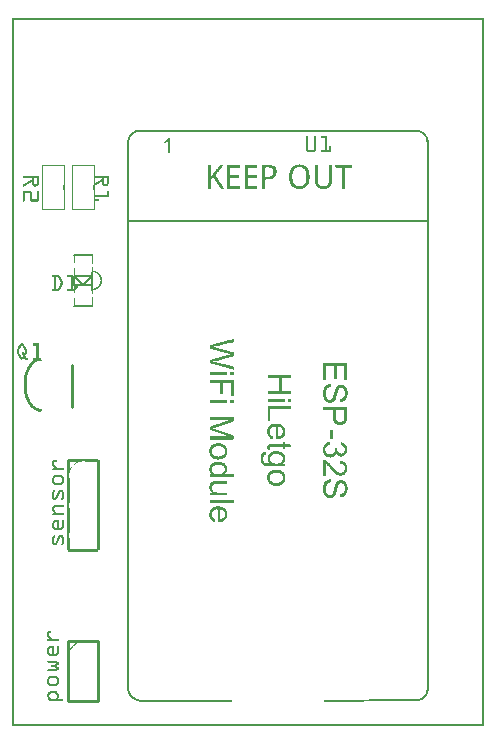
<source format=gto>
G04 MADE WITH FRITZING*
G04 WWW.FRITZING.ORG*
G04 DOUBLE SIDED*
G04 HOLES PLATED*
G04 CONTOUR ON CENTER OF CONTOUR VECTOR*
%ASAXBY*%
%FSLAX23Y23*%
%MOIN*%
%OFA0B0*%
%SFA1.0B1.0*%
%ADD10C,0.010000*%
%ADD11C,0.006943*%
%ADD12C,0.005000*%
%ADD13R,0.001000X0.001000*%
%LNSILK1*%
G90*
G70*
G54D10*
X188Y286D02*
X188Y86D01*
D02*
X188Y86D02*
X288Y86D01*
D02*
X288Y86D02*
X288Y286D01*
D02*
X288Y286D02*
X188Y286D01*
G54D11*
D02*
X1388Y1686D02*
X388Y1686D01*
G54D12*
D02*
X208Y1571D02*
X268Y1571D01*
D02*
X268Y1516D02*
X268Y1501D01*
D02*
X268Y1501D02*
X268Y1471D01*
D02*
X268Y1471D02*
X268Y1456D01*
D02*
X268Y1401D02*
X208Y1401D01*
D02*
X208Y1471D02*
X208Y1501D01*
D02*
X238Y1471D02*
X208Y1501D01*
D02*
X208Y1501D02*
X268Y1501D01*
D02*
X268Y1501D02*
X238Y1471D01*
D02*
X238Y1471D02*
X208Y1471D01*
D02*
X238Y1471D02*
X268Y1471D01*
G54D10*
D02*
X202Y1206D02*
X202Y1066D01*
G54D13*
X1Y2362D02*
X1574Y2362D01*
X1Y2361D02*
X1574Y2361D01*
X1Y2360D02*
X1574Y2360D01*
X1Y2359D02*
X1574Y2359D01*
X1Y2358D02*
X1574Y2358D01*
X1Y2357D02*
X1574Y2357D01*
X1Y2356D02*
X1574Y2356D01*
X1Y2355D02*
X1574Y2355D01*
X1Y2354D02*
X8Y2354D01*
X1567Y2354D02*
X1574Y2354D01*
X1Y2353D02*
X8Y2353D01*
X1567Y2353D02*
X1574Y2353D01*
X1Y2352D02*
X8Y2352D01*
X1567Y2352D02*
X1574Y2352D01*
X1Y2351D02*
X8Y2351D01*
X1567Y2351D02*
X1574Y2351D01*
X1Y2350D02*
X8Y2350D01*
X1567Y2350D02*
X1574Y2350D01*
X1Y2349D02*
X8Y2349D01*
X1567Y2349D02*
X1574Y2349D01*
X1Y2348D02*
X8Y2348D01*
X1567Y2348D02*
X1574Y2348D01*
X1Y2347D02*
X8Y2347D01*
X1567Y2347D02*
X1574Y2347D01*
X1Y2346D02*
X8Y2346D01*
X1567Y2346D02*
X1574Y2346D01*
X1Y2345D02*
X8Y2345D01*
X1567Y2345D02*
X1574Y2345D01*
X1Y2344D02*
X8Y2344D01*
X1567Y2344D02*
X1574Y2344D01*
X1Y2343D02*
X8Y2343D01*
X1567Y2343D02*
X1574Y2343D01*
X1Y2342D02*
X8Y2342D01*
X1567Y2342D02*
X1574Y2342D01*
X1Y2341D02*
X8Y2341D01*
X1567Y2341D02*
X1574Y2341D01*
X1Y2340D02*
X8Y2340D01*
X1567Y2340D02*
X1574Y2340D01*
X1Y2339D02*
X8Y2339D01*
X1567Y2339D02*
X1574Y2339D01*
X1Y2338D02*
X8Y2338D01*
X1567Y2338D02*
X1574Y2338D01*
X1Y2337D02*
X8Y2337D01*
X1567Y2337D02*
X1574Y2337D01*
X1Y2336D02*
X8Y2336D01*
X1567Y2336D02*
X1574Y2336D01*
X1Y2335D02*
X8Y2335D01*
X1567Y2335D02*
X1574Y2335D01*
X1Y2334D02*
X8Y2334D01*
X1567Y2334D02*
X1574Y2334D01*
X1Y2333D02*
X8Y2333D01*
X1567Y2333D02*
X1574Y2333D01*
X1Y2332D02*
X8Y2332D01*
X1567Y2332D02*
X1574Y2332D01*
X1Y2331D02*
X8Y2331D01*
X1567Y2331D02*
X1574Y2331D01*
X1Y2330D02*
X8Y2330D01*
X1567Y2330D02*
X1574Y2330D01*
X1Y2329D02*
X8Y2329D01*
X1567Y2329D02*
X1574Y2329D01*
X1Y2328D02*
X8Y2328D01*
X1567Y2328D02*
X1574Y2328D01*
X1Y2327D02*
X8Y2327D01*
X1567Y2327D02*
X1574Y2327D01*
X1Y2326D02*
X8Y2326D01*
X1567Y2326D02*
X1574Y2326D01*
X1Y2325D02*
X8Y2325D01*
X1567Y2325D02*
X1574Y2325D01*
X1Y2324D02*
X8Y2324D01*
X1567Y2324D02*
X1574Y2324D01*
X1Y2323D02*
X8Y2323D01*
X1567Y2323D02*
X1574Y2323D01*
X1Y2322D02*
X8Y2322D01*
X1567Y2322D02*
X1574Y2322D01*
X1Y2321D02*
X8Y2321D01*
X1567Y2321D02*
X1574Y2321D01*
X1Y2320D02*
X8Y2320D01*
X1567Y2320D02*
X1574Y2320D01*
X1Y2319D02*
X8Y2319D01*
X1567Y2319D02*
X1574Y2319D01*
X1Y2318D02*
X8Y2318D01*
X1567Y2318D02*
X1574Y2318D01*
X1Y2317D02*
X8Y2317D01*
X1567Y2317D02*
X1574Y2317D01*
X1Y2316D02*
X8Y2316D01*
X1567Y2316D02*
X1574Y2316D01*
X1Y2315D02*
X8Y2315D01*
X1567Y2315D02*
X1574Y2315D01*
X1Y2314D02*
X8Y2314D01*
X1567Y2314D02*
X1574Y2314D01*
X1Y2313D02*
X8Y2313D01*
X1567Y2313D02*
X1574Y2313D01*
X1Y2312D02*
X8Y2312D01*
X1567Y2312D02*
X1574Y2312D01*
X1Y2311D02*
X8Y2311D01*
X1567Y2311D02*
X1574Y2311D01*
X1Y2310D02*
X8Y2310D01*
X1567Y2310D02*
X1574Y2310D01*
X1Y2309D02*
X8Y2309D01*
X1567Y2309D02*
X1574Y2309D01*
X1Y2308D02*
X8Y2308D01*
X1567Y2308D02*
X1574Y2308D01*
X1Y2307D02*
X8Y2307D01*
X1567Y2307D02*
X1574Y2307D01*
X1Y2306D02*
X8Y2306D01*
X1567Y2306D02*
X1574Y2306D01*
X1Y2305D02*
X8Y2305D01*
X1567Y2305D02*
X1574Y2305D01*
X1Y2304D02*
X8Y2304D01*
X1567Y2304D02*
X1574Y2304D01*
X1Y2303D02*
X8Y2303D01*
X1567Y2303D02*
X1574Y2303D01*
X1Y2302D02*
X8Y2302D01*
X1567Y2302D02*
X1574Y2302D01*
X1Y2301D02*
X8Y2301D01*
X1567Y2301D02*
X1574Y2301D01*
X1Y2300D02*
X8Y2300D01*
X1567Y2300D02*
X1574Y2300D01*
X1Y2299D02*
X8Y2299D01*
X1567Y2299D02*
X1574Y2299D01*
X1Y2298D02*
X8Y2298D01*
X1567Y2298D02*
X1574Y2298D01*
X1Y2297D02*
X8Y2297D01*
X1567Y2297D02*
X1574Y2297D01*
X1Y2296D02*
X8Y2296D01*
X1567Y2296D02*
X1574Y2296D01*
X1Y2295D02*
X8Y2295D01*
X1567Y2295D02*
X1574Y2295D01*
X1Y2294D02*
X8Y2294D01*
X1567Y2294D02*
X1574Y2294D01*
X1Y2293D02*
X8Y2293D01*
X1567Y2293D02*
X1574Y2293D01*
X1Y2292D02*
X8Y2292D01*
X1567Y2292D02*
X1574Y2292D01*
X1Y2291D02*
X8Y2291D01*
X1567Y2291D02*
X1574Y2291D01*
X1Y2290D02*
X8Y2290D01*
X1567Y2290D02*
X1574Y2290D01*
X1Y2289D02*
X8Y2289D01*
X1567Y2289D02*
X1574Y2289D01*
X1Y2288D02*
X8Y2288D01*
X1567Y2288D02*
X1574Y2288D01*
X1Y2287D02*
X8Y2287D01*
X1567Y2287D02*
X1574Y2287D01*
X1Y2286D02*
X8Y2286D01*
X1567Y2286D02*
X1574Y2286D01*
X1Y2285D02*
X8Y2285D01*
X1567Y2285D02*
X1574Y2285D01*
X1Y2284D02*
X8Y2284D01*
X1567Y2284D02*
X1574Y2284D01*
X1Y2283D02*
X8Y2283D01*
X1567Y2283D02*
X1574Y2283D01*
X1Y2282D02*
X8Y2282D01*
X1567Y2282D02*
X1574Y2282D01*
X1Y2281D02*
X8Y2281D01*
X1567Y2281D02*
X1574Y2281D01*
X1Y2280D02*
X8Y2280D01*
X1567Y2280D02*
X1574Y2280D01*
X1Y2279D02*
X8Y2279D01*
X1567Y2279D02*
X1574Y2279D01*
X1Y2278D02*
X8Y2278D01*
X1567Y2278D02*
X1574Y2278D01*
X1Y2277D02*
X8Y2277D01*
X1567Y2277D02*
X1574Y2277D01*
X1Y2276D02*
X8Y2276D01*
X1567Y2276D02*
X1574Y2276D01*
X1Y2275D02*
X8Y2275D01*
X1567Y2275D02*
X1574Y2275D01*
X1Y2274D02*
X8Y2274D01*
X1567Y2274D02*
X1574Y2274D01*
X1Y2273D02*
X8Y2273D01*
X1567Y2273D02*
X1574Y2273D01*
X1Y2272D02*
X8Y2272D01*
X1567Y2272D02*
X1574Y2272D01*
X1Y2271D02*
X8Y2271D01*
X1567Y2271D02*
X1574Y2271D01*
X1Y2270D02*
X8Y2270D01*
X1567Y2270D02*
X1574Y2270D01*
X1Y2269D02*
X8Y2269D01*
X1567Y2269D02*
X1574Y2269D01*
X1Y2268D02*
X8Y2268D01*
X1567Y2268D02*
X1574Y2268D01*
X1Y2267D02*
X8Y2267D01*
X1567Y2267D02*
X1574Y2267D01*
X1Y2266D02*
X8Y2266D01*
X1567Y2266D02*
X1574Y2266D01*
X1Y2265D02*
X8Y2265D01*
X1567Y2265D02*
X1574Y2265D01*
X1Y2264D02*
X8Y2264D01*
X1567Y2264D02*
X1574Y2264D01*
X1Y2263D02*
X8Y2263D01*
X1567Y2263D02*
X1574Y2263D01*
X1Y2262D02*
X8Y2262D01*
X1567Y2262D02*
X1574Y2262D01*
X1Y2261D02*
X8Y2261D01*
X1567Y2261D02*
X1574Y2261D01*
X1Y2260D02*
X8Y2260D01*
X1567Y2260D02*
X1574Y2260D01*
X1Y2259D02*
X8Y2259D01*
X1567Y2259D02*
X1574Y2259D01*
X1Y2258D02*
X8Y2258D01*
X1567Y2258D02*
X1574Y2258D01*
X1Y2257D02*
X8Y2257D01*
X1567Y2257D02*
X1574Y2257D01*
X1Y2256D02*
X8Y2256D01*
X1567Y2256D02*
X1574Y2256D01*
X1Y2255D02*
X8Y2255D01*
X1567Y2255D02*
X1574Y2255D01*
X1Y2254D02*
X8Y2254D01*
X1567Y2254D02*
X1574Y2254D01*
X1Y2253D02*
X8Y2253D01*
X1567Y2253D02*
X1574Y2253D01*
X1Y2252D02*
X8Y2252D01*
X1567Y2252D02*
X1574Y2252D01*
X1Y2251D02*
X8Y2251D01*
X1567Y2251D02*
X1574Y2251D01*
X1Y2250D02*
X8Y2250D01*
X1567Y2250D02*
X1574Y2250D01*
X1Y2249D02*
X8Y2249D01*
X1567Y2249D02*
X1574Y2249D01*
X1Y2248D02*
X8Y2248D01*
X1567Y2248D02*
X1574Y2248D01*
X1Y2247D02*
X8Y2247D01*
X1567Y2247D02*
X1574Y2247D01*
X1Y2246D02*
X8Y2246D01*
X1567Y2246D02*
X1574Y2246D01*
X1Y2245D02*
X8Y2245D01*
X1567Y2245D02*
X1574Y2245D01*
X1Y2244D02*
X8Y2244D01*
X1567Y2244D02*
X1574Y2244D01*
X1Y2243D02*
X8Y2243D01*
X1567Y2243D02*
X1574Y2243D01*
X1Y2242D02*
X8Y2242D01*
X1567Y2242D02*
X1574Y2242D01*
X1Y2241D02*
X8Y2241D01*
X1567Y2241D02*
X1574Y2241D01*
X1Y2240D02*
X8Y2240D01*
X1567Y2240D02*
X1574Y2240D01*
X1Y2239D02*
X8Y2239D01*
X1567Y2239D02*
X1574Y2239D01*
X1Y2238D02*
X8Y2238D01*
X1567Y2238D02*
X1574Y2238D01*
X1Y2237D02*
X8Y2237D01*
X1567Y2237D02*
X1574Y2237D01*
X1Y2236D02*
X8Y2236D01*
X1567Y2236D02*
X1574Y2236D01*
X1Y2235D02*
X8Y2235D01*
X1567Y2235D02*
X1574Y2235D01*
X1Y2234D02*
X8Y2234D01*
X1567Y2234D02*
X1574Y2234D01*
X1Y2233D02*
X8Y2233D01*
X1567Y2233D02*
X1574Y2233D01*
X1Y2232D02*
X8Y2232D01*
X1567Y2232D02*
X1574Y2232D01*
X1Y2231D02*
X8Y2231D01*
X1567Y2231D02*
X1574Y2231D01*
X1Y2230D02*
X8Y2230D01*
X1567Y2230D02*
X1574Y2230D01*
X1Y2229D02*
X8Y2229D01*
X1567Y2229D02*
X1574Y2229D01*
X1Y2228D02*
X8Y2228D01*
X1567Y2228D02*
X1574Y2228D01*
X1Y2227D02*
X8Y2227D01*
X1567Y2227D02*
X1574Y2227D01*
X1Y2226D02*
X8Y2226D01*
X1567Y2226D02*
X1574Y2226D01*
X1Y2225D02*
X8Y2225D01*
X1567Y2225D02*
X1574Y2225D01*
X1Y2224D02*
X8Y2224D01*
X1567Y2224D02*
X1574Y2224D01*
X1Y2223D02*
X8Y2223D01*
X1567Y2223D02*
X1574Y2223D01*
X1Y2222D02*
X8Y2222D01*
X1567Y2222D02*
X1574Y2222D01*
X1Y2221D02*
X8Y2221D01*
X1567Y2221D02*
X1574Y2221D01*
X1Y2220D02*
X8Y2220D01*
X1567Y2220D02*
X1574Y2220D01*
X1Y2219D02*
X8Y2219D01*
X1567Y2219D02*
X1574Y2219D01*
X1Y2218D02*
X8Y2218D01*
X1567Y2218D02*
X1574Y2218D01*
X1Y2217D02*
X8Y2217D01*
X1567Y2217D02*
X1574Y2217D01*
X1Y2216D02*
X8Y2216D01*
X1567Y2216D02*
X1574Y2216D01*
X1Y2215D02*
X8Y2215D01*
X1567Y2215D02*
X1574Y2215D01*
X1Y2214D02*
X8Y2214D01*
X1567Y2214D02*
X1574Y2214D01*
X1Y2213D02*
X8Y2213D01*
X1567Y2213D02*
X1574Y2213D01*
X1Y2212D02*
X8Y2212D01*
X1567Y2212D02*
X1574Y2212D01*
X1Y2211D02*
X8Y2211D01*
X1567Y2211D02*
X1574Y2211D01*
X1Y2210D02*
X8Y2210D01*
X1567Y2210D02*
X1574Y2210D01*
X1Y2209D02*
X8Y2209D01*
X1567Y2209D02*
X1574Y2209D01*
X1Y2208D02*
X8Y2208D01*
X1567Y2208D02*
X1574Y2208D01*
X1Y2207D02*
X8Y2207D01*
X1567Y2207D02*
X1574Y2207D01*
X1Y2206D02*
X8Y2206D01*
X1567Y2206D02*
X1574Y2206D01*
X1Y2205D02*
X8Y2205D01*
X1567Y2205D02*
X1574Y2205D01*
X1Y2204D02*
X8Y2204D01*
X1567Y2204D02*
X1574Y2204D01*
X1Y2203D02*
X8Y2203D01*
X1567Y2203D02*
X1574Y2203D01*
X1Y2202D02*
X8Y2202D01*
X1567Y2202D02*
X1574Y2202D01*
X1Y2201D02*
X8Y2201D01*
X1567Y2201D02*
X1574Y2201D01*
X1Y2200D02*
X8Y2200D01*
X1567Y2200D02*
X1574Y2200D01*
X1Y2199D02*
X8Y2199D01*
X1567Y2199D02*
X1574Y2199D01*
X1Y2198D02*
X8Y2198D01*
X1567Y2198D02*
X1574Y2198D01*
X1Y2197D02*
X8Y2197D01*
X1567Y2197D02*
X1574Y2197D01*
X1Y2196D02*
X8Y2196D01*
X1567Y2196D02*
X1574Y2196D01*
X1Y2195D02*
X8Y2195D01*
X1567Y2195D02*
X1574Y2195D01*
X1Y2194D02*
X8Y2194D01*
X1567Y2194D02*
X1574Y2194D01*
X1Y2193D02*
X8Y2193D01*
X1567Y2193D02*
X1574Y2193D01*
X1Y2192D02*
X8Y2192D01*
X1567Y2192D02*
X1574Y2192D01*
X1Y2191D02*
X8Y2191D01*
X1567Y2191D02*
X1574Y2191D01*
X1Y2190D02*
X8Y2190D01*
X1567Y2190D02*
X1574Y2190D01*
X1Y2189D02*
X8Y2189D01*
X1567Y2189D02*
X1574Y2189D01*
X1Y2188D02*
X8Y2188D01*
X1567Y2188D02*
X1574Y2188D01*
X1Y2187D02*
X8Y2187D01*
X1567Y2187D02*
X1574Y2187D01*
X1Y2186D02*
X8Y2186D01*
X1567Y2186D02*
X1574Y2186D01*
X1Y2185D02*
X8Y2185D01*
X1567Y2185D02*
X1574Y2185D01*
X1Y2184D02*
X8Y2184D01*
X1567Y2184D02*
X1574Y2184D01*
X1Y2183D02*
X8Y2183D01*
X1567Y2183D02*
X1574Y2183D01*
X1Y2182D02*
X8Y2182D01*
X1567Y2182D02*
X1574Y2182D01*
X1Y2181D02*
X8Y2181D01*
X1567Y2181D02*
X1574Y2181D01*
X1Y2180D02*
X8Y2180D01*
X1567Y2180D02*
X1574Y2180D01*
X1Y2179D02*
X8Y2179D01*
X1567Y2179D02*
X1574Y2179D01*
X1Y2178D02*
X8Y2178D01*
X1567Y2178D02*
X1574Y2178D01*
X1Y2177D02*
X8Y2177D01*
X1567Y2177D02*
X1574Y2177D01*
X1Y2176D02*
X8Y2176D01*
X1567Y2176D02*
X1574Y2176D01*
X1Y2175D02*
X8Y2175D01*
X1567Y2175D02*
X1574Y2175D01*
X1Y2174D02*
X8Y2174D01*
X1567Y2174D02*
X1574Y2174D01*
X1Y2173D02*
X8Y2173D01*
X1567Y2173D02*
X1574Y2173D01*
X1Y2172D02*
X8Y2172D01*
X1567Y2172D02*
X1574Y2172D01*
X1Y2171D02*
X8Y2171D01*
X1567Y2171D02*
X1574Y2171D01*
X1Y2170D02*
X8Y2170D01*
X1567Y2170D02*
X1574Y2170D01*
X1Y2169D02*
X8Y2169D01*
X1567Y2169D02*
X1574Y2169D01*
X1Y2168D02*
X8Y2168D01*
X1567Y2168D02*
X1574Y2168D01*
X1Y2167D02*
X8Y2167D01*
X1567Y2167D02*
X1574Y2167D01*
X1Y2166D02*
X8Y2166D01*
X1567Y2166D02*
X1574Y2166D01*
X1Y2165D02*
X8Y2165D01*
X1567Y2165D02*
X1574Y2165D01*
X1Y2164D02*
X8Y2164D01*
X1567Y2164D02*
X1574Y2164D01*
X1Y2163D02*
X8Y2163D01*
X1567Y2163D02*
X1574Y2163D01*
X1Y2162D02*
X8Y2162D01*
X1567Y2162D02*
X1574Y2162D01*
X1Y2161D02*
X8Y2161D01*
X1567Y2161D02*
X1574Y2161D01*
X1Y2160D02*
X8Y2160D01*
X1567Y2160D02*
X1574Y2160D01*
X1Y2159D02*
X8Y2159D01*
X1567Y2159D02*
X1574Y2159D01*
X1Y2158D02*
X8Y2158D01*
X1567Y2158D02*
X1574Y2158D01*
X1Y2157D02*
X8Y2157D01*
X1567Y2157D02*
X1574Y2157D01*
X1Y2156D02*
X8Y2156D01*
X1567Y2156D02*
X1574Y2156D01*
X1Y2155D02*
X8Y2155D01*
X1567Y2155D02*
X1574Y2155D01*
X1Y2154D02*
X8Y2154D01*
X1567Y2154D02*
X1574Y2154D01*
X1Y2153D02*
X8Y2153D01*
X1567Y2153D02*
X1574Y2153D01*
X1Y2152D02*
X8Y2152D01*
X1567Y2152D02*
X1574Y2152D01*
X1Y2151D02*
X8Y2151D01*
X1567Y2151D02*
X1574Y2151D01*
X1Y2150D02*
X8Y2150D01*
X1567Y2150D02*
X1574Y2150D01*
X1Y2149D02*
X8Y2149D01*
X1567Y2149D02*
X1574Y2149D01*
X1Y2148D02*
X8Y2148D01*
X1567Y2148D02*
X1574Y2148D01*
X1Y2147D02*
X8Y2147D01*
X1567Y2147D02*
X1574Y2147D01*
X1Y2146D02*
X8Y2146D01*
X1567Y2146D02*
X1574Y2146D01*
X1Y2145D02*
X8Y2145D01*
X1567Y2145D02*
X1574Y2145D01*
X1Y2144D02*
X8Y2144D01*
X1567Y2144D02*
X1574Y2144D01*
X1Y2143D02*
X8Y2143D01*
X1567Y2143D02*
X1574Y2143D01*
X1Y2142D02*
X8Y2142D01*
X1567Y2142D02*
X1574Y2142D01*
X1Y2141D02*
X8Y2141D01*
X1567Y2141D02*
X1574Y2141D01*
X1Y2140D02*
X8Y2140D01*
X1567Y2140D02*
X1574Y2140D01*
X1Y2139D02*
X8Y2139D01*
X1567Y2139D02*
X1574Y2139D01*
X1Y2138D02*
X8Y2138D01*
X1567Y2138D02*
X1574Y2138D01*
X1Y2137D02*
X8Y2137D01*
X1567Y2137D02*
X1574Y2137D01*
X1Y2136D02*
X8Y2136D01*
X1567Y2136D02*
X1574Y2136D01*
X1Y2135D02*
X8Y2135D01*
X1567Y2135D02*
X1574Y2135D01*
X1Y2134D02*
X8Y2134D01*
X1567Y2134D02*
X1574Y2134D01*
X1Y2133D02*
X8Y2133D01*
X1567Y2133D02*
X1574Y2133D01*
X1Y2132D02*
X8Y2132D01*
X1567Y2132D02*
X1574Y2132D01*
X1Y2131D02*
X8Y2131D01*
X1567Y2131D02*
X1574Y2131D01*
X1Y2130D02*
X8Y2130D01*
X1567Y2130D02*
X1574Y2130D01*
X1Y2129D02*
X8Y2129D01*
X1567Y2129D02*
X1574Y2129D01*
X1Y2128D02*
X8Y2128D01*
X1567Y2128D02*
X1574Y2128D01*
X1Y2127D02*
X8Y2127D01*
X1567Y2127D02*
X1574Y2127D01*
X1Y2126D02*
X8Y2126D01*
X1567Y2126D02*
X1574Y2126D01*
X1Y2125D02*
X8Y2125D01*
X1567Y2125D02*
X1574Y2125D01*
X1Y2124D02*
X8Y2124D01*
X1567Y2124D02*
X1574Y2124D01*
X1Y2123D02*
X8Y2123D01*
X1567Y2123D02*
X1574Y2123D01*
X1Y2122D02*
X8Y2122D01*
X1567Y2122D02*
X1574Y2122D01*
X1Y2121D02*
X8Y2121D01*
X1567Y2121D02*
X1574Y2121D01*
X1Y2120D02*
X8Y2120D01*
X1567Y2120D02*
X1574Y2120D01*
X1Y2119D02*
X8Y2119D01*
X1567Y2119D02*
X1574Y2119D01*
X1Y2118D02*
X8Y2118D01*
X1567Y2118D02*
X1574Y2118D01*
X1Y2117D02*
X8Y2117D01*
X1567Y2117D02*
X1574Y2117D01*
X1Y2116D02*
X8Y2116D01*
X1567Y2116D02*
X1574Y2116D01*
X1Y2115D02*
X8Y2115D01*
X1567Y2115D02*
X1574Y2115D01*
X1Y2114D02*
X8Y2114D01*
X1567Y2114D02*
X1574Y2114D01*
X1Y2113D02*
X8Y2113D01*
X1567Y2113D02*
X1574Y2113D01*
X1Y2112D02*
X8Y2112D01*
X1567Y2112D02*
X1574Y2112D01*
X1Y2111D02*
X8Y2111D01*
X1567Y2111D02*
X1574Y2111D01*
X1Y2110D02*
X8Y2110D01*
X1567Y2110D02*
X1574Y2110D01*
X1Y2109D02*
X8Y2109D01*
X1567Y2109D02*
X1574Y2109D01*
X1Y2108D02*
X8Y2108D01*
X1567Y2108D02*
X1574Y2108D01*
X1Y2107D02*
X8Y2107D01*
X1567Y2107D02*
X1574Y2107D01*
X1Y2106D02*
X8Y2106D01*
X1567Y2106D02*
X1574Y2106D01*
X1Y2105D02*
X8Y2105D01*
X1567Y2105D02*
X1574Y2105D01*
X1Y2104D02*
X8Y2104D01*
X1567Y2104D02*
X1574Y2104D01*
X1Y2103D02*
X8Y2103D01*
X1567Y2103D02*
X1574Y2103D01*
X1Y2102D02*
X8Y2102D01*
X1567Y2102D02*
X1574Y2102D01*
X1Y2101D02*
X8Y2101D01*
X1567Y2101D02*
X1574Y2101D01*
X1Y2100D02*
X8Y2100D01*
X1567Y2100D02*
X1574Y2100D01*
X1Y2099D02*
X8Y2099D01*
X1567Y2099D02*
X1574Y2099D01*
X1Y2098D02*
X8Y2098D01*
X1567Y2098D02*
X1574Y2098D01*
X1Y2097D02*
X8Y2097D01*
X1567Y2097D02*
X1574Y2097D01*
X1Y2096D02*
X8Y2096D01*
X1567Y2096D02*
X1574Y2096D01*
X1Y2095D02*
X8Y2095D01*
X1567Y2095D02*
X1574Y2095D01*
X1Y2094D02*
X8Y2094D01*
X1567Y2094D02*
X1574Y2094D01*
X1Y2093D02*
X8Y2093D01*
X1567Y2093D02*
X1574Y2093D01*
X1Y2092D02*
X8Y2092D01*
X1567Y2092D02*
X1574Y2092D01*
X1Y2091D02*
X8Y2091D01*
X1567Y2091D02*
X1574Y2091D01*
X1Y2090D02*
X8Y2090D01*
X1567Y2090D02*
X1574Y2090D01*
X1Y2089D02*
X8Y2089D01*
X1567Y2089D02*
X1574Y2089D01*
X1Y2088D02*
X8Y2088D01*
X1567Y2088D02*
X1574Y2088D01*
X1Y2087D02*
X8Y2087D01*
X1567Y2087D02*
X1574Y2087D01*
X1Y2086D02*
X8Y2086D01*
X1567Y2086D02*
X1574Y2086D01*
X1Y2085D02*
X8Y2085D01*
X1567Y2085D02*
X1574Y2085D01*
X1Y2084D02*
X8Y2084D01*
X1567Y2084D02*
X1574Y2084D01*
X1Y2083D02*
X8Y2083D01*
X1567Y2083D02*
X1574Y2083D01*
X1Y2082D02*
X8Y2082D01*
X1567Y2082D02*
X1574Y2082D01*
X1Y2081D02*
X8Y2081D01*
X1567Y2081D02*
X1574Y2081D01*
X1Y2080D02*
X8Y2080D01*
X1567Y2080D02*
X1574Y2080D01*
X1Y2079D02*
X8Y2079D01*
X1567Y2079D02*
X1574Y2079D01*
X1Y2078D02*
X8Y2078D01*
X1567Y2078D02*
X1574Y2078D01*
X1Y2077D02*
X8Y2077D01*
X1567Y2077D02*
X1574Y2077D01*
X1Y2076D02*
X8Y2076D01*
X1567Y2076D02*
X1574Y2076D01*
X1Y2075D02*
X8Y2075D01*
X1567Y2075D02*
X1574Y2075D01*
X1Y2074D02*
X8Y2074D01*
X1567Y2074D02*
X1574Y2074D01*
X1Y2073D02*
X8Y2073D01*
X1567Y2073D02*
X1574Y2073D01*
X1Y2072D02*
X8Y2072D01*
X1567Y2072D02*
X1574Y2072D01*
X1Y2071D02*
X8Y2071D01*
X1567Y2071D02*
X1574Y2071D01*
X1Y2070D02*
X8Y2070D01*
X1567Y2070D02*
X1574Y2070D01*
X1Y2069D02*
X8Y2069D01*
X1567Y2069D02*
X1574Y2069D01*
X1Y2068D02*
X8Y2068D01*
X1567Y2068D02*
X1574Y2068D01*
X1Y2067D02*
X8Y2067D01*
X1567Y2067D02*
X1574Y2067D01*
X1Y2066D02*
X8Y2066D01*
X1567Y2066D02*
X1574Y2066D01*
X1Y2065D02*
X8Y2065D01*
X1567Y2065D02*
X1574Y2065D01*
X1Y2064D02*
X8Y2064D01*
X1567Y2064D02*
X1574Y2064D01*
X1Y2063D02*
X8Y2063D01*
X1567Y2063D02*
X1574Y2063D01*
X1Y2062D02*
X8Y2062D01*
X1567Y2062D02*
X1574Y2062D01*
X1Y2061D02*
X8Y2061D01*
X1567Y2061D02*
X1574Y2061D01*
X1Y2060D02*
X8Y2060D01*
X1567Y2060D02*
X1574Y2060D01*
X1Y2059D02*
X8Y2059D01*
X1567Y2059D02*
X1574Y2059D01*
X1Y2058D02*
X8Y2058D01*
X1567Y2058D02*
X1574Y2058D01*
X1Y2057D02*
X8Y2057D01*
X1567Y2057D02*
X1574Y2057D01*
X1Y2056D02*
X8Y2056D01*
X1567Y2056D02*
X1574Y2056D01*
X1Y2055D02*
X8Y2055D01*
X1567Y2055D02*
X1574Y2055D01*
X1Y2054D02*
X8Y2054D01*
X1567Y2054D02*
X1574Y2054D01*
X1Y2053D02*
X8Y2053D01*
X1567Y2053D02*
X1574Y2053D01*
X1Y2052D02*
X8Y2052D01*
X1567Y2052D02*
X1574Y2052D01*
X1Y2051D02*
X8Y2051D01*
X1567Y2051D02*
X1574Y2051D01*
X1Y2050D02*
X8Y2050D01*
X1567Y2050D02*
X1574Y2050D01*
X1Y2049D02*
X8Y2049D01*
X1567Y2049D02*
X1574Y2049D01*
X1Y2048D02*
X8Y2048D01*
X1567Y2048D02*
X1574Y2048D01*
X1Y2047D02*
X8Y2047D01*
X1567Y2047D02*
X1574Y2047D01*
X1Y2046D02*
X8Y2046D01*
X1567Y2046D02*
X1574Y2046D01*
X1Y2045D02*
X8Y2045D01*
X1567Y2045D02*
X1574Y2045D01*
X1Y2044D02*
X8Y2044D01*
X1567Y2044D02*
X1574Y2044D01*
X1Y2043D02*
X8Y2043D01*
X1567Y2043D02*
X1574Y2043D01*
X1Y2042D02*
X8Y2042D01*
X1567Y2042D02*
X1574Y2042D01*
X1Y2041D02*
X8Y2041D01*
X1567Y2041D02*
X1574Y2041D01*
X1Y2040D02*
X8Y2040D01*
X1567Y2040D02*
X1574Y2040D01*
X1Y2039D02*
X8Y2039D01*
X1567Y2039D02*
X1574Y2039D01*
X1Y2038D02*
X8Y2038D01*
X1567Y2038D02*
X1574Y2038D01*
X1Y2037D02*
X8Y2037D01*
X1567Y2037D02*
X1574Y2037D01*
X1Y2036D02*
X8Y2036D01*
X1567Y2036D02*
X1574Y2036D01*
X1Y2035D02*
X8Y2035D01*
X1567Y2035D02*
X1574Y2035D01*
X1Y2034D02*
X8Y2034D01*
X1567Y2034D02*
X1574Y2034D01*
X1Y2033D02*
X8Y2033D01*
X1567Y2033D02*
X1574Y2033D01*
X1Y2032D02*
X8Y2032D01*
X1567Y2032D02*
X1574Y2032D01*
X1Y2031D02*
X8Y2031D01*
X1567Y2031D02*
X1574Y2031D01*
X1Y2030D02*
X8Y2030D01*
X1567Y2030D02*
X1574Y2030D01*
X1Y2029D02*
X8Y2029D01*
X1567Y2029D02*
X1574Y2029D01*
X1Y2028D02*
X8Y2028D01*
X1567Y2028D02*
X1574Y2028D01*
X1Y2027D02*
X8Y2027D01*
X1567Y2027D02*
X1574Y2027D01*
X1Y2026D02*
X8Y2026D01*
X1567Y2026D02*
X1574Y2026D01*
X1Y2025D02*
X8Y2025D01*
X1567Y2025D02*
X1574Y2025D01*
X1Y2024D02*
X8Y2024D01*
X1567Y2024D02*
X1574Y2024D01*
X1Y2023D02*
X8Y2023D01*
X1567Y2023D02*
X1574Y2023D01*
X1Y2022D02*
X8Y2022D01*
X1567Y2022D02*
X1574Y2022D01*
X1Y2021D02*
X8Y2021D01*
X1567Y2021D02*
X1574Y2021D01*
X1Y2020D02*
X8Y2020D01*
X1567Y2020D02*
X1574Y2020D01*
X1Y2019D02*
X8Y2019D01*
X1567Y2019D02*
X1574Y2019D01*
X1Y2018D02*
X8Y2018D01*
X1567Y2018D02*
X1574Y2018D01*
X1Y2017D02*
X8Y2017D01*
X1567Y2017D02*
X1574Y2017D01*
X1Y2016D02*
X8Y2016D01*
X1567Y2016D02*
X1574Y2016D01*
X1Y2015D02*
X8Y2015D01*
X1567Y2015D02*
X1574Y2015D01*
X1Y2014D02*
X8Y2014D01*
X1567Y2014D02*
X1574Y2014D01*
X1Y2013D02*
X8Y2013D01*
X1567Y2013D02*
X1574Y2013D01*
X1Y2012D02*
X8Y2012D01*
X1567Y2012D02*
X1574Y2012D01*
X1Y2011D02*
X8Y2011D01*
X1567Y2011D02*
X1574Y2011D01*
X1Y2010D02*
X8Y2010D01*
X1567Y2010D02*
X1574Y2010D01*
X1Y2009D02*
X8Y2009D01*
X1567Y2009D02*
X1574Y2009D01*
X1Y2008D02*
X8Y2008D01*
X1567Y2008D02*
X1574Y2008D01*
X1Y2007D02*
X8Y2007D01*
X1567Y2007D02*
X1574Y2007D01*
X1Y2006D02*
X8Y2006D01*
X1567Y2006D02*
X1574Y2006D01*
X1Y2005D02*
X8Y2005D01*
X1567Y2005D02*
X1574Y2005D01*
X1Y2004D02*
X8Y2004D01*
X1567Y2004D02*
X1574Y2004D01*
X1Y2003D02*
X8Y2003D01*
X1567Y2003D02*
X1574Y2003D01*
X1Y2002D02*
X8Y2002D01*
X1567Y2002D02*
X1574Y2002D01*
X1Y2001D02*
X8Y2001D01*
X1567Y2001D02*
X1574Y2001D01*
X1Y2000D02*
X8Y2000D01*
X1567Y2000D02*
X1574Y2000D01*
X1Y1999D02*
X8Y1999D01*
X1567Y1999D02*
X1574Y1999D01*
X1Y1998D02*
X8Y1998D01*
X1567Y1998D02*
X1574Y1998D01*
X1Y1997D02*
X8Y1997D01*
X1567Y1997D02*
X1574Y1997D01*
X1Y1996D02*
X8Y1996D01*
X1567Y1996D02*
X1574Y1996D01*
X1Y1995D02*
X8Y1995D01*
X1567Y1995D02*
X1574Y1995D01*
X1Y1994D02*
X8Y1994D01*
X1567Y1994D02*
X1574Y1994D01*
X1Y1993D02*
X8Y1993D01*
X1567Y1993D02*
X1574Y1993D01*
X1Y1992D02*
X8Y1992D01*
X1567Y1992D02*
X1574Y1992D01*
X1Y1991D02*
X8Y1991D01*
X1567Y1991D02*
X1574Y1991D01*
X1Y1990D02*
X8Y1990D01*
X1567Y1990D02*
X1574Y1990D01*
X1Y1989D02*
X8Y1989D01*
X1567Y1989D02*
X1574Y1989D01*
X1Y1988D02*
X8Y1988D01*
X419Y1988D02*
X1356Y1988D01*
X1567Y1988D02*
X1574Y1988D01*
X1Y1987D02*
X8Y1987D01*
X416Y1987D02*
X1359Y1987D01*
X1567Y1987D02*
X1574Y1987D01*
X1Y1986D02*
X8Y1986D01*
X413Y1986D02*
X1362Y1986D01*
X1567Y1986D02*
X1574Y1986D01*
X1Y1985D02*
X8Y1985D01*
X411Y1985D02*
X1365Y1985D01*
X1567Y1985D02*
X1574Y1985D01*
X1Y1984D02*
X8Y1984D01*
X408Y1984D02*
X1367Y1984D01*
X1567Y1984D02*
X1574Y1984D01*
X1Y1983D02*
X8Y1983D01*
X407Y1983D02*
X1368Y1983D01*
X1567Y1983D02*
X1574Y1983D01*
X1Y1982D02*
X8Y1982D01*
X405Y1982D02*
X1370Y1982D01*
X1567Y1982D02*
X1574Y1982D01*
X1Y1981D02*
X8Y1981D01*
X404Y1981D02*
X419Y1981D01*
X1356Y1981D02*
X1371Y1981D01*
X1567Y1981D02*
X1574Y1981D01*
X1Y1980D02*
X8Y1980D01*
X402Y1980D02*
X415Y1980D01*
X1360Y1980D02*
X1373Y1980D01*
X1567Y1980D02*
X1574Y1980D01*
X1Y1979D02*
X8Y1979D01*
X401Y1979D02*
X412Y1979D01*
X1363Y1979D02*
X1374Y1979D01*
X1567Y1979D02*
X1574Y1979D01*
X1Y1978D02*
X8Y1978D01*
X400Y1978D02*
X410Y1978D01*
X1365Y1978D02*
X1375Y1978D01*
X1567Y1978D02*
X1574Y1978D01*
X1Y1977D02*
X8Y1977D01*
X399Y1977D02*
X408Y1977D01*
X1367Y1977D02*
X1376Y1977D01*
X1567Y1977D02*
X1574Y1977D01*
X1Y1976D02*
X8Y1976D01*
X398Y1976D02*
X407Y1976D01*
X1368Y1976D02*
X1377Y1976D01*
X1567Y1976D02*
X1574Y1976D01*
X1Y1975D02*
X8Y1975D01*
X397Y1975D02*
X405Y1975D01*
X1370Y1975D02*
X1378Y1975D01*
X1567Y1975D02*
X1574Y1975D01*
X1Y1974D02*
X8Y1974D01*
X396Y1974D02*
X404Y1974D01*
X1371Y1974D02*
X1379Y1974D01*
X1567Y1974D02*
X1574Y1974D01*
X1Y1973D02*
X8Y1973D01*
X395Y1973D02*
X403Y1973D01*
X1372Y1973D02*
X1380Y1973D01*
X1567Y1973D02*
X1574Y1973D01*
X1Y1972D02*
X8Y1972D01*
X394Y1972D02*
X402Y1972D01*
X1373Y1972D02*
X1381Y1972D01*
X1567Y1972D02*
X1574Y1972D01*
X1Y1971D02*
X8Y1971D01*
X394Y1971D02*
X401Y1971D01*
X1374Y1971D02*
X1381Y1971D01*
X1567Y1971D02*
X1574Y1971D01*
X1Y1970D02*
X8Y1970D01*
X393Y1970D02*
X400Y1970D01*
X1375Y1970D02*
X1382Y1970D01*
X1567Y1970D02*
X1574Y1970D01*
X1Y1969D02*
X8Y1969D01*
X392Y1969D02*
X399Y1969D01*
X1376Y1969D02*
X1383Y1969D01*
X1567Y1969D02*
X1574Y1969D01*
X1Y1968D02*
X8Y1968D01*
X392Y1968D02*
X398Y1968D01*
X1377Y1968D02*
X1383Y1968D01*
X1567Y1968D02*
X1574Y1968D01*
X1Y1967D02*
X8Y1967D01*
X391Y1967D02*
X398Y1967D01*
X982Y1967D02*
X984Y1967D01*
X1010Y1967D02*
X1012Y1967D01*
X1033Y1967D02*
X1050Y1967D01*
X1377Y1967D02*
X1384Y1967D01*
X1567Y1967D02*
X1574Y1967D01*
X1Y1966D02*
X8Y1966D01*
X390Y1966D02*
X397Y1966D01*
X981Y1966D02*
X986Y1966D01*
X1009Y1966D02*
X1013Y1966D01*
X1031Y1966D02*
X1050Y1966D01*
X1378Y1966D02*
X1385Y1966D01*
X1567Y1966D02*
X1574Y1966D01*
X1Y1965D02*
X8Y1965D01*
X390Y1965D02*
X396Y1965D01*
X981Y1965D02*
X986Y1965D01*
X1008Y1965D02*
X1014Y1965D01*
X1031Y1965D02*
X1050Y1965D01*
X1379Y1965D02*
X1385Y1965D01*
X1567Y1965D02*
X1574Y1965D01*
X1Y1964D02*
X8Y1964D01*
X389Y1964D02*
X396Y1964D01*
X980Y1964D02*
X986Y1964D01*
X1008Y1964D02*
X1014Y1964D01*
X1031Y1964D02*
X1050Y1964D01*
X1379Y1964D02*
X1386Y1964D01*
X1567Y1964D02*
X1574Y1964D01*
X1Y1963D02*
X8Y1963D01*
X389Y1963D02*
X395Y1963D01*
X980Y1963D02*
X986Y1963D01*
X1008Y1963D02*
X1014Y1963D01*
X1031Y1963D02*
X1050Y1963D01*
X1380Y1963D02*
X1386Y1963D01*
X1567Y1963D02*
X1574Y1963D01*
X1Y1962D02*
X8Y1962D01*
X389Y1962D02*
X395Y1962D01*
X980Y1962D02*
X986Y1962D01*
X1008Y1962D02*
X1014Y1962D01*
X1031Y1962D02*
X1050Y1962D01*
X1380Y1962D02*
X1387Y1962D01*
X1567Y1962D02*
X1574Y1962D01*
X1Y1961D02*
X8Y1961D01*
X388Y1961D02*
X394Y1961D01*
X523Y1961D02*
X526Y1961D01*
X980Y1961D02*
X986Y1961D01*
X1008Y1961D02*
X1014Y1961D01*
X1032Y1961D02*
X1050Y1961D01*
X1381Y1961D02*
X1387Y1961D01*
X1567Y1961D02*
X1574Y1961D01*
X1Y1960D02*
X8Y1960D01*
X388Y1960D02*
X394Y1960D01*
X522Y1960D02*
X526Y1960D01*
X980Y1960D02*
X986Y1960D01*
X1008Y1960D02*
X1014Y1960D01*
X1044Y1960D02*
X1050Y1960D01*
X1381Y1960D02*
X1387Y1960D01*
X1567Y1960D02*
X1574Y1960D01*
X1Y1959D02*
X8Y1959D01*
X387Y1959D02*
X394Y1959D01*
X522Y1959D02*
X526Y1959D01*
X980Y1959D02*
X986Y1959D01*
X1008Y1959D02*
X1014Y1959D01*
X1044Y1959D02*
X1050Y1959D01*
X1381Y1959D02*
X1388Y1959D01*
X1567Y1959D02*
X1574Y1959D01*
X1Y1958D02*
X8Y1958D01*
X387Y1958D02*
X393Y1958D01*
X521Y1958D02*
X526Y1958D01*
X980Y1958D02*
X986Y1958D01*
X1008Y1958D02*
X1014Y1958D01*
X1044Y1958D02*
X1050Y1958D01*
X1382Y1958D02*
X1388Y1958D01*
X1567Y1958D02*
X1574Y1958D01*
X1Y1957D02*
X8Y1957D01*
X387Y1957D02*
X393Y1957D01*
X520Y1957D02*
X526Y1957D01*
X980Y1957D02*
X986Y1957D01*
X1008Y1957D02*
X1014Y1957D01*
X1044Y1957D02*
X1050Y1957D01*
X1382Y1957D02*
X1388Y1957D01*
X1567Y1957D02*
X1574Y1957D01*
X1Y1956D02*
X8Y1956D01*
X387Y1956D02*
X393Y1956D01*
X519Y1956D02*
X526Y1956D01*
X980Y1956D02*
X986Y1956D01*
X1008Y1956D02*
X1014Y1956D01*
X1044Y1956D02*
X1050Y1956D01*
X1382Y1956D02*
X1388Y1956D01*
X1567Y1956D02*
X1574Y1956D01*
X1Y1955D02*
X8Y1955D01*
X386Y1955D02*
X392Y1955D01*
X518Y1955D02*
X526Y1955D01*
X980Y1955D02*
X986Y1955D01*
X1008Y1955D02*
X1014Y1955D01*
X1044Y1955D02*
X1050Y1955D01*
X1383Y1955D02*
X1389Y1955D01*
X1567Y1955D02*
X1574Y1955D01*
X1Y1954D02*
X8Y1954D01*
X386Y1954D02*
X392Y1954D01*
X517Y1954D02*
X526Y1954D01*
X980Y1954D02*
X986Y1954D01*
X1008Y1954D02*
X1014Y1954D01*
X1044Y1954D02*
X1050Y1954D01*
X1383Y1954D02*
X1389Y1954D01*
X1567Y1954D02*
X1574Y1954D01*
X1Y1953D02*
X8Y1953D01*
X386Y1953D02*
X392Y1953D01*
X516Y1953D02*
X526Y1953D01*
X980Y1953D02*
X986Y1953D01*
X1008Y1953D02*
X1014Y1953D01*
X1044Y1953D02*
X1050Y1953D01*
X1383Y1953D02*
X1389Y1953D01*
X1567Y1953D02*
X1574Y1953D01*
X1Y1952D02*
X8Y1952D01*
X386Y1952D02*
X392Y1952D01*
X514Y1952D02*
X526Y1952D01*
X980Y1952D02*
X986Y1952D01*
X1008Y1952D02*
X1014Y1952D01*
X1044Y1952D02*
X1050Y1952D01*
X1383Y1952D02*
X1389Y1952D01*
X1567Y1952D02*
X1574Y1952D01*
X1Y1951D02*
X8Y1951D01*
X386Y1951D02*
X392Y1951D01*
X513Y1951D02*
X526Y1951D01*
X980Y1951D02*
X986Y1951D01*
X1008Y1951D02*
X1014Y1951D01*
X1044Y1951D02*
X1050Y1951D01*
X1383Y1951D02*
X1389Y1951D01*
X1567Y1951D02*
X1574Y1951D01*
X1Y1950D02*
X8Y1950D01*
X386Y1950D02*
X392Y1950D01*
X511Y1950D02*
X526Y1950D01*
X980Y1950D02*
X986Y1950D01*
X1008Y1950D02*
X1014Y1950D01*
X1044Y1950D02*
X1050Y1950D01*
X1383Y1950D02*
X1389Y1950D01*
X1567Y1950D02*
X1574Y1950D01*
X1Y1949D02*
X8Y1949D01*
X386Y1949D02*
X391Y1949D01*
X509Y1949D02*
X518Y1949D01*
X521Y1949D02*
X526Y1949D01*
X980Y1949D02*
X986Y1949D01*
X1008Y1949D02*
X1014Y1949D01*
X1044Y1949D02*
X1050Y1949D01*
X1384Y1949D02*
X1389Y1949D01*
X1567Y1949D02*
X1574Y1949D01*
X1Y1948D02*
X8Y1948D01*
X386Y1948D02*
X391Y1948D01*
X509Y1948D02*
X517Y1948D01*
X521Y1948D02*
X526Y1948D01*
X980Y1948D02*
X986Y1948D01*
X1008Y1948D02*
X1014Y1948D01*
X1044Y1948D02*
X1050Y1948D01*
X1384Y1948D02*
X1390Y1948D01*
X1567Y1948D02*
X1574Y1948D01*
X1Y1947D02*
X8Y1947D01*
X385Y1947D02*
X391Y1947D01*
X509Y1947D02*
X516Y1947D01*
X521Y1947D02*
X526Y1947D01*
X980Y1947D02*
X986Y1947D01*
X1008Y1947D02*
X1014Y1947D01*
X1044Y1947D02*
X1050Y1947D01*
X1384Y1947D02*
X1390Y1947D01*
X1567Y1947D02*
X1574Y1947D01*
X1Y1946D02*
X8Y1946D01*
X385Y1946D02*
X391Y1946D01*
X509Y1946D02*
X514Y1946D01*
X521Y1946D02*
X526Y1946D01*
X980Y1946D02*
X986Y1946D01*
X1008Y1946D02*
X1014Y1946D01*
X1044Y1946D02*
X1050Y1946D01*
X1384Y1946D02*
X1390Y1946D01*
X1567Y1946D02*
X1574Y1946D01*
X1Y1945D02*
X8Y1945D01*
X385Y1945D02*
X391Y1945D01*
X509Y1945D02*
X512Y1945D01*
X521Y1945D02*
X526Y1945D01*
X980Y1945D02*
X986Y1945D01*
X1008Y1945D02*
X1014Y1945D01*
X1044Y1945D02*
X1050Y1945D01*
X1384Y1945D02*
X1390Y1945D01*
X1567Y1945D02*
X1574Y1945D01*
X1Y1944D02*
X8Y1944D01*
X385Y1944D02*
X391Y1944D01*
X509Y1944D02*
X510Y1944D01*
X521Y1944D02*
X526Y1944D01*
X980Y1944D02*
X986Y1944D01*
X1008Y1944D02*
X1014Y1944D01*
X1044Y1944D02*
X1050Y1944D01*
X1384Y1944D02*
X1390Y1944D01*
X1567Y1944D02*
X1574Y1944D01*
X1Y1943D02*
X8Y1943D01*
X385Y1943D02*
X391Y1943D01*
X521Y1943D02*
X526Y1943D01*
X980Y1943D02*
X986Y1943D01*
X1008Y1943D02*
X1014Y1943D01*
X1044Y1943D02*
X1050Y1943D01*
X1384Y1943D02*
X1390Y1943D01*
X1567Y1943D02*
X1574Y1943D01*
X1Y1942D02*
X8Y1942D01*
X385Y1942D02*
X391Y1942D01*
X521Y1942D02*
X526Y1942D01*
X980Y1942D02*
X986Y1942D01*
X1008Y1942D02*
X1014Y1942D01*
X1044Y1942D02*
X1050Y1942D01*
X1384Y1942D02*
X1390Y1942D01*
X1567Y1942D02*
X1574Y1942D01*
X1Y1941D02*
X8Y1941D01*
X385Y1941D02*
X391Y1941D01*
X521Y1941D02*
X526Y1941D01*
X980Y1941D02*
X986Y1941D01*
X1008Y1941D02*
X1014Y1941D01*
X1044Y1941D02*
X1050Y1941D01*
X1384Y1941D02*
X1390Y1941D01*
X1567Y1941D02*
X1574Y1941D01*
X1Y1940D02*
X8Y1940D01*
X385Y1940D02*
X391Y1940D01*
X521Y1940D02*
X526Y1940D01*
X980Y1940D02*
X986Y1940D01*
X1008Y1940D02*
X1014Y1940D01*
X1044Y1940D02*
X1050Y1940D01*
X1384Y1940D02*
X1390Y1940D01*
X1567Y1940D02*
X1574Y1940D01*
X1Y1939D02*
X8Y1939D01*
X385Y1939D02*
X391Y1939D01*
X521Y1939D02*
X526Y1939D01*
X980Y1939D02*
X986Y1939D01*
X1008Y1939D02*
X1014Y1939D01*
X1044Y1939D02*
X1050Y1939D01*
X1384Y1939D02*
X1390Y1939D01*
X1567Y1939D02*
X1574Y1939D01*
X1Y1938D02*
X8Y1938D01*
X385Y1938D02*
X391Y1938D01*
X521Y1938D02*
X526Y1938D01*
X980Y1938D02*
X986Y1938D01*
X1008Y1938D02*
X1014Y1938D01*
X1044Y1938D02*
X1050Y1938D01*
X1384Y1938D02*
X1390Y1938D01*
X1567Y1938D02*
X1574Y1938D01*
X1Y1937D02*
X8Y1937D01*
X385Y1937D02*
X391Y1937D01*
X521Y1937D02*
X526Y1937D01*
X980Y1937D02*
X986Y1937D01*
X1008Y1937D02*
X1014Y1937D01*
X1044Y1937D02*
X1050Y1937D01*
X1384Y1937D02*
X1390Y1937D01*
X1567Y1937D02*
X1574Y1937D01*
X1Y1936D02*
X8Y1936D01*
X385Y1936D02*
X391Y1936D01*
X521Y1936D02*
X526Y1936D01*
X980Y1936D02*
X986Y1936D01*
X1008Y1936D02*
X1014Y1936D01*
X1044Y1936D02*
X1050Y1936D01*
X1384Y1936D02*
X1390Y1936D01*
X1567Y1936D02*
X1574Y1936D01*
X1Y1935D02*
X8Y1935D01*
X385Y1935D02*
X391Y1935D01*
X521Y1935D02*
X526Y1935D01*
X980Y1935D02*
X986Y1935D01*
X1008Y1935D02*
X1014Y1935D01*
X1044Y1935D02*
X1050Y1935D01*
X1384Y1935D02*
X1390Y1935D01*
X1567Y1935D02*
X1574Y1935D01*
X1Y1934D02*
X8Y1934D01*
X385Y1934D02*
X391Y1934D01*
X521Y1934D02*
X526Y1934D01*
X980Y1934D02*
X986Y1934D01*
X1008Y1934D02*
X1014Y1934D01*
X1044Y1934D02*
X1050Y1934D01*
X1060Y1934D02*
X1062Y1934D01*
X1384Y1934D02*
X1390Y1934D01*
X1567Y1934D02*
X1574Y1934D01*
X1Y1933D02*
X8Y1933D01*
X385Y1933D02*
X391Y1933D01*
X521Y1933D02*
X526Y1933D01*
X980Y1933D02*
X986Y1933D01*
X1008Y1933D02*
X1014Y1933D01*
X1044Y1933D02*
X1050Y1933D01*
X1059Y1933D02*
X1063Y1933D01*
X1384Y1933D02*
X1390Y1933D01*
X1567Y1933D02*
X1574Y1933D01*
X1Y1932D02*
X8Y1932D01*
X385Y1932D02*
X391Y1932D01*
X521Y1932D02*
X526Y1932D01*
X980Y1932D02*
X986Y1932D01*
X1008Y1932D02*
X1014Y1932D01*
X1044Y1932D02*
X1050Y1932D01*
X1058Y1932D02*
X1064Y1932D01*
X1384Y1932D02*
X1390Y1932D01*
X1567Y1932D02*
X1574Y1932D01*
X1Y1931D02*
X8Y1931D01*
X385Y1931D02*
X391Y1931D01*
X521Y1931D02*
X526Y1931D01*
X980Y1931D02*
X986Y1931D01*
X1008Y1931D02*
X1014Y1931D01*
X1044Y1931D02*
X1050Y1931D01*
X1058Y1931D02*
X1064Y1931D01*
X1384Y1931D02*
X1390Y1931D01*
X1567Y1931D02*
X1574Y1931D01*
X1Y1930D02*
X8Y1930D01*
X385Y1930D02*
X391Y1930D01*
X521Y1930D02*
X526Y1930D01*
X980Y1930D02*
X986Y1930D01*
X1008Y1930D02*
X1014Y1930D01*
X1044Y1930D02*
X1050Y1930D01*
X1058Y1930D02*
X1064Y1930D01*
X1384Y1930D02*
X1390Y1930D01*
X1567Y1930D02*
X1574Y1930D01*
X1Y1929D02*
X8Y1929D01*
X385Y1929D02*
X391Y1929D01*
X521Y1929D02*
X526Y1929D01*
X980Y1929D02*
X986Y1929D01*
X1008Y1929D02*
X1014Y1929D01*
X1044Y1929D02*
X1050Y1929D01*
X1058Y1929D02*
X1064Y1929D01*
X1384Y1929D02*
X1390Y1929D01*
X1567Y1929D02*
X1574Y1929D01*
X1Y1928D02*
X8Y1928D01*
X385Y1928D02*
X391Y1928D01*
X521Y1928D02*
X526Y1928D01*
X980Y1928D02*
X986Y1928D01*
X1008Y1928D02*
X1014Y1928D01*
X1044Y1928D02*
X1050Y1928D01*
X1058Y1928D02*
X1064Y1928D01*
X1384Y1928D02*
X1390Y1928D01*
X1567Y1928D02*
X1574Y1928D01*
X1Y1927D02*
X8Y1927D01*
X385Y1927D02*
X391Y1927D01*
X521Y1927D02*
X526Y1927D01*
X980Y1927D02*
X986Y1927D01*
X1008Y1927D02*
X1014Y1927D01*
X1044Y1927D02*
X1050Y1927D01*
X1058Y1927D02*
X1064Y1927D01*
X1384Y1927D02*
X1390Y1927D01*
X1567Y1927D02*
X1574Y1927D01*
X1Y1926D02*
X8Y1926D01*
X385Y1926D02*
X391Y1926D01*
X521Y1926D02*
X526Y1926D01*
X980Y1926D02*
X986Y1926D01*
X1008Y1926D02*
X1014Y1926D01*
X1044Y1926D02*
X1050Y1926D01*
X1058Y1926D02*
X1064Y1926D01*
X1384Y1926D02*
X1390Y1926D01*
X1567Y1926D02*
X1574Y1926D01*
X1Y1925D02*
X8Y1925D01*
X385Y1925D02*
X391Y1925D01*
X521Y1925D02*
X526Y1925D01*
X980Y1925D02*
X986Y1925D01*
X1008Y1925D02*
X1014Y1925D01*
X1044Y1925D02*
X1050Y1925D01*
X1058Y1925D02*
X1064Y1925D01*
X1384Y1925D02*
X1390Y1925D01*
X1567Y1925D02*
X1574Y1925D01*
X1Y1924D02*
X8Y1924D01*
X385Y1924D02*
X391Y1924D01*
X521Y1924D02*
X526Y1924D01*
X980Y1924D02*
X986Y1924D01*
X1008Y1924D02*
X1014Y1924D01*
X1044Y1924D02*
X1050Y1924D01*
X1058Y1924D02*
X1064Y1924D01*
X1384Y1924D02*
X1390Y1924D01*
X1567Y1924D02*
X1574Y1924D01*
X1Y1923D02*
X8Y1923D01*
X385Y1923D02*
X391Y1923D01*
X521Y1923D02*
X526Y1923D01*
X980Y1923D02*
X987Y1923D01*
X1008Y1923D02*
X1014Y1923D01*
X1044Y1923D02*
X1050Y1923D01*
X1058Y1923D02*
X1064Y1923D01*
X1384Y1923D02*
X1390Y1923D01*
X1567Y1923D02*
X1574Y1923D01*
X1Y1922D02*
X8Y1922D01*
X385Y1922D02*
X391Y1922D01*
X521Y1922D02*
X526Y1922D01*
X981Y1922D02*
X987Y1922D01*
X1007Y1922D02*
X1014Y1922D01*
X1044Y1922D02*
X1050Y1922D01*
X1058Y1922D02*
X1064Y1922D01*
X1384Y1922D02*
X1390Y1922D01*
X1567Y1922D02*
X1574Y1922D01*
X1Y1921D02*
X8Y1921D01*
X385Y1921D02*
X391Y1921D01*
X521Y1921D02*
X526Y1921D01*
X981Y1921D02*
X988Y1921D01*
X1006Y1921D02*
X1014Y1921D01*
X1044Y1921D02*
X1050Y1921D01*
X1058Y1921D02*
X1064Y1921D01*
X1384Y1921D02*
X1390Y1921D01*
X1567Y1921D02*
X1574Y1921D01*
X1Y1920D02*
X8Y1920D01*
X385Y1920D02*
X391Y1920D01*
X521Y1920D02*
X526Y1920D01*
X981Y1920D02*
X1013Y1920D01*
X1033Y1920D02*
X1064Y1920D01*
X1384Y1920D02*
X1390Y1920D01*
X1567Y1920D02*
X1574Y1920D01*
X1Y1919D02*
X8Y1919D01*
X385Y1919D02*
X391Y1919D01*
X521Y1919D02*
X526Y1919D01*
X982Y1919D02*
X1013Y1919D01*
X1031Y1919D02*
X1064Y1919D01*
X1384Y1919D02*
X1390Y1919D01*
X1567Y1919D02*
X1574Y1919D01*
X1Y1918D02*
X8Y1918D01*
X385Y1918D02*
X391Y1918D01*
X521Y1918D02*
X526Y1918D01*
X982Y1918D02*
X1012Y1918D01*
X1031Y1918D02*
X1064Y1918D01*
X1384Y1918D02*
X1390Y1918D01*
X1567Y1918D02*
X1574Y1918D01*
X1Y1917D02*
X8Y1917D01*
X385Y1917D02*
X391Y1917D01*
X521Y1917D02*
X526Y1917D01*
X983Y1917D02*
X1011Y1917D01*
X1031Y1917D02*
X1064Y1917D01*
X1384Y1917D02*
X1390Y1917D01*
X1567Y1917D02*
X1574Y1917D01*
X1Y1916D02*
X8Y1916D01*
X385Y1916D02*
X391Y1916D01*
X521Y1916D02*
X526Y1916D01*
X984Y1916D02*
X1010Y1916D01*
X1031Y1916D02*
X1064Y1916D01*
X1384Y1916D02*
X1390Y1916D01*
X1567Y1916D02*
X1574Y1916D01*
X1Y1915D02*
X8Y1915D01*
X385Y1915D02*
X391Y1915D01*
X521Y1915D02*
X526Y1915D01*
X985Y1915D02*
X1009Y1915D01*
X1031Y1915D02*
X1064Y1915D01*
X1384Y1915D02*
X1390Y1915D01*
X1567Y1915D02*
X1574Y1915D01*
X1Y1914D02*
X8Y1914D01*
X385Y1914D02*
X391Y1914D01*
X521Y1914D02*
X526Y1914D01*
X987Y1914D02*
X1007Y1914D01*
X1032Y1914D02*
X1063Y1914D01*
X1384Y1914D02*
X1390Y1914D01*
X1567Y1914D02*
X1574Y1914D01*
X1Y1913D02*
X8Y1913D01*
X385Y1913D02*
X391Y1913D01*
X521Y1913D02*
X526Y1913D01*
X1384Y1913D02*
X1390Y1913D01*
X1567Y1913D02*
X1574Y1913D01*
X1Y1912D02*
X8Y1912D01*
X385Y1912D02*
X391Y1912D01*
X521Y1912D02*
X526Y1912D01*
X1384Y1912D02*
X1390Y1912D01*
X1567Y1912D02*
X1574Y1912D01*
X1Y1911D02*
X8Y1911D01*
X385Y1911D02*
X391Y1911D01*
X1384Y1911D02*
X1390Y1911D01*
X1567Y1911D02*
X1574Y1911D01*
X1Y1910D02*
X8Y1910D01*
X385Y1910D02*
X391Y1910D01*
X1384Y1910D02*
X1390Y1910D01*
X1567Y1910D02*
X1574Y1910D01*
X1Y1909D02*
X8Y1909D01*
X385Y1909D02*
X391Y1909D01*
X1384Y1909D02*
X1390Y1909D01*
X1567Y1909D02*
X1574Y1909D01*
X1Y1908D02*
X8Y1908D01*
X385Y1908D02*
X391Y1908D01*
X1384Y1908D02*
X1390Y1908D01*
X1567Y1908D02*
X1574Y1908D01*
X1Y1907D02*
X8Y1907D01*
X385Y1907D02*
X391Y1907D01*
X1384Y1907D02*
X1390Y1907D01*
X1567Y1907D02*
X1574Y1907D01*
X1Y1906D02*
X8Y1906D01*
X385Y1906D02*
X391Y1906D01*
X1384Y1906D02*
X1390Y1906D01*
X1567Y1906D02*
X1574Y1906D01*
X1Y1905D02*
X8Y1905D01*
X385Y1905D02*
X391Y1905D01*
X1384Y1905D02*
X1390Y1905D01*
X1567Y1905D02*
X1574Y1905D01*
X1Y1904D02*
X8Y1904D01*
X385Y1904D02*
X391Y1904D01*
X1384Y1904D02*
X1390Y1904D01*
X1567Y1904D02*
X1574Y1904D01*
X1Y1903D02*
X8Y1903D01*
X385Y1903D02*
X391Y1903D01*
X1384Y1903D02*
X1390Y1903D01*
X1567Y1903D02*
X1574Y1903D01*
X1Y1902D02*
X8Y1902D01*
X385Y1902D02*
X391Y1902D01*
X1384Y1902D02*
X1390Y1902D01*
X1567Y1902D02*
X1574Y1902D01*
X1Y1901D02*
X8Y1901D01*
X385Y1901D02*
X391Y1901D01*
X1384Y1901D02*
X1390Y1901D01*
X1567Y1901D02*
X1574Y1901D01*
X1Y1900D02*
X8Y1900D01*
X385Y1900D02*
X391Y1900D01*
X1384Y1900D02*
X1390Y1900D01*
X1567Y1900D02*
X1574Y1900D01*
X1Y1899D02*
X8Y1899D01*
X385Y1899D02*
X391Y1899D01*
X1384Y1899D02*
X1390Y1899D01*
X1567Y1899D02*
X1574Y1899D01*
X1Y1898D02*
X8Y1898D01*
X385Y1898D02*
X391Y1898D01*
X1384Y1898D02*
X1390Y1898D01*
X1567Y1898D02*
X1574Y1898D01*
X1Y1897D02*
X8Y1897D01*
X385Y1897D02*
X391Y1897D01*
X1384Y1897D02*
X1390Y1897D01*
X1567Y1897D02*
X1574Y1897D01*
X1Y1896D02*
X8Y1896D01*
X385Y1896D02*
X391Y1896D01*
X1384Y1896D02*
X1390Y1896D01*
X1567Y1896D02*
X1574Y1896D01*
X1Y1895D02*
X8Y1895D01*
X385Y1895D02*
X391Y1895D01*
X1384Y1895D02*
X1390Y1895D01*
X1567Y1895D02*
X1574Y1895D01*
X1Y1894D02*
X8Y1894D01*
X385Y1894D02*
X391Y1894D01*
X1384Y1894D02*
X1390Y1894D01*
X1567Y1894D02*
X1574Y1894D01*
X1Y1893D02*
X8Y1893D01*
X385Y1893D02*
X391Y1893D01*
X1384Y1893D02*
X1390Y1893D01*
X1567Y1893D02*
X1574Y1893D01*
X1Y1892D02*
X8Y1892D01*
X385Y1892D02*
X391Y1892D01*
X1384Y1892D02*
X1390Y1892D01*
X1567Y1892D02*
X1574Y1892D01*
X1Y1891D02*
X8Y1891D01*
X385Y1891D02*
X391Y1891D01*
X1384Y1891D02*
X1390Y1891D01*
X1567Y1891D02*
X1574Y1891D01*
X1Y1890D02*
X8Y1890D01*
X385Y1890D02*
X391Y1890D01*
X1384Y1890D02*
X1390Y1890D01*
X1567Y1890D02*
X1574Y1890D01*
X1Y1889D02*
X8Y1889D01*
X385Y1889D02*
X391Y1889D01*
X1384Y1889D02*
X1390Y1889D01*
X1567Y1889D02*
X1574Y1889D01*
X1Y1888D02*
X8Y1888D01*
X385Y1888D02*
X391Y1888D01*
X1384Y1888D02*
X1390Y1888D01*
X1567Y1888D02*
X1574Y1888D01*
X1Y1887D02*
X8Y1887D01*
X385Y1887D02*
X391Y1887D01*
X1384Y1887D02*
X1390Y1887D01*
X1567Y1887D02*
X1574Y1887D01*
X1Y1886D02*
X8Y1886D01*
X385Y1886D02*
X391Y1886D01*
X1384Y1886D02*
X1390Y1886D01*
X1567Y1886D02*
X1574Y1886D01*
X1Y1885D02*
X8Y1885D01*
X385Y1885D02*
X391Y1885D01*
X1384Y1885D02*
X1390Y1885D01*
X1567Y1885D02*
X1574Y1885D01*
X1Y1884D02*
X8Y1884D01*
X385Y1884D02*
X391Y1884D01*
X1384Y1884D02*
X1390Y1884D01*
X1567Y1884D02*
X1574Y1884D01*
X1Y1883D02*
X8Y1883D01*
X385Y1883D02*
X391Y1883D01*
X1384Y1883D02*
X1390Y1883D01*
X1567Y1883D02*
X1574Y1883D01*
X1Y1882D02*
X8Y1882D01*
X385Y1882D02*
X391Y1882D01*
X1384Y1882D02*
X1390Y1882D01*
X1567Y1882D02*
X1574Y1882D01*
X1Y1881D02*
X8Y1881D01*
X385Y1881D02*
X391Y1881D01*
X1384Y1881D02*
X1390Y1881D01*
X1567Y1881D02*
X1574Y1881D01*
X1Y1880D02*
X8Y1880D01*
X385Y1880D02*
X391Y1880D01*
X1384Y1880D02*
X1390Y1880D01*
X1567Y1880D02*
X1574Y1880D01*
X1Y1879D02*
X8Y1879D01*
X385Y1879D02*
X391Y1879D01*
X1384Y1879D02*
X1390Y1879D01*
X1567Y1879D02*
X1574Y1879D01*
X1Y1878D02*
X8Y1878D01*
X385Y1878D02*
X391Y1878D01*
X1384Y1878D02*
X1390Y1878D01*
X1567Y1878D02*
X1574Y1878D01*
X1Y1877D02*
X8Y1877D01*
X385Y1877D02*
X391Y1877D01*
X1384Y1877D02*
X1390Y1877D01*
X1567Y1877D02*
X1574Y1877D01*
X1Y1876D02*
X8Y1876D01*
X385Y1876D02*
X391Y1876D01*
X1384Y1876D02*
X1390Y1876D01*
X1567Y1876D02*
X1574Y1876D01*
X1Y1875D02*
X8Y1875D01*
X385Y1875D02*
X391Y1875D01*
X1384Y1875D02*
X1390Y1875D01*
X1567Y1875D02*
X1574Y1875D01*
X1Y1874D02*
X8Y1874D01*
X385Y1874D02*
X391Y1874D01*
X1384Y1874D02*
X1390Y1874D01*
X1567Y1874D02*
X1574Y1874D01*
X1Y1873D02*
X8Y1873D01*
X385Y1873D02*
X391Y1873D01*
X959Y1873D02*
X959Y1873D01*
X1384Y1873D02*
X1390Y1873D01*
X1567Y1873D02*
X1574Y1873D01*
X1Y1872D02*
X8Y1872D01*
X102Y1872D02*
X175Y1872D01*
X202Y1872D02*
X275Y1872D01*
X385Y1872D02*
X391Y1872D01*
X950Y1872D02*
X968Y1872D01*
X1384Y1872D02*
X1390Y1872D01*
X1567Y1872D02*
X1574Y1872D01*
X1Y1871D02*
X8Y1871D01*
X102Y1871D02*
X176Y1871D01*
X202Y1871D02*
X276Y1871D01*
X385Y1871D02*
X391Y1871D01*
X655Y1871D02*
X664Y1871D01*
X695Y1871D02*
X706Y1871D01*
X719Y1871D02*
X759Y1871D01*
X778Y1871D02*
X818Y1871D01*
X836Y1871D02*
X864Y1871D01*
X947Y1871D02*
X971Y1871D01*
X1011Y1871D02*
X1020Y1871D01*
X1058Y1871D02*
X1067Y1871D01*
X1079Y1871D02*
X1134Y1871D01*
X1384Y1871D02*
X1390Y1871D01*
X1567Y1871D02*
X1574Y1871D01*
X1Y1870D02*
X8Y1870D01*
X102Y1870D02*
X176Y1870D01*
X202Y1870D02*
X276Y1870D01*
X385Y1870D02*
X391Y1870D01*
X655Y1870D02*
X664Y1870D01*
X695Y1870D02*
X705Y1870D01*
X719Y1870D02*
X759Y1870D01*
X778Y1870D02*
X818Y1870D01*
X836Y1870D02*
X868Y1870D01*
X944Y1870D02*
X974Y1870D01*
X1011Y1870D02*
X1020Y1870D01*
X1058Y1870D02*
X1067Y1870D01*
X1079Y1870D02*
X1134Y1870D01*
X1384Y1870D02*
X1390Y1870D01*
X1567Y1870D02*
X1574Y1870D01*
X1Y1869D02*
X8Y1869D01*
X102Y1869D02*
X104Y1869D01*
X174Y1869D02*
X176Y1869D01*
X202Y1869D02*
X204Y1869D01*
X274Y1869D02*
X276Y1869D01*
X385Y1869D02*
X391Y1869D01*
X655Y1869D02*
X664Y1869D01*
X694Y1869D02*
X704Y1869D01*
X719Y1869D02*
X759Y1869D01*
X778Y1869D02*
X818Y1869D01*
X836Y1869D02*
X871Y1869D01*
X942Y1869D02*
X976Y1869D01*
X1011Y1869D02*
X1020Y1869D01*
X1058Y1869D02*
X1067Y1869D01*
X1079Y1869D02*
X1134Y1869D01*
X1384Y1869D02*
X1390Y1869D01*
X1567Y1869D02*
X1574Y1869D01*
X1Y1868D02*
X8Y1868D01*
X102Y1868D02*
X104Y1868D01*
X174Y1868D02*
X176Y1868D01*
X202Y1868D02*
X204Y1868D01*
X274Y1868D02*
X276Y1868D01*
X385Y1868D02*
X391Y1868D01*
X655Y1868D02*
X664Y1868D01*
X693Y1868D02*
X703Y1868D01*
X719Y1868D02*
X759Y1868D01*
X778Y1868D02*
X818Y1868D01*
X836Y1868D02*
X873Y1868D01*
X940Y1868D02*
X977Y1868D01*
X1011Y1868D02*
X1020Y1868D01*
X1058Y1868D02*
X1067Y1868D01*
X1079Y1868D02*
X1134Y1868D01*
X1384Y1868D02*
X1390Y1868D01*
X1567Y1868D02*
X1574Y1868D01*
X1Y1867D02*
X8Y1867D01*
X102Y1867D02*
X104Y1867D01*
X174Y1867D02*
X176Y1867D01*
X202Y1867D02*
X204Y1867D01*
X274Y1867D02*
X276Y1867D01*
X385Y1867D02*
X391Y1867D01*
X655Y1867D02*
X664Y1867D01*
X692Y1867D02*
X702Y1867D01*
X719Y1867D02*
X759Y1867D01*
X778Y1867D02*
X818Y1867D01*
X836Y1867D02*
X875Y1867D01*
X939Y1867D02*
X979Y1867D01*
X1011Y1867D02*
X1020Y1867D01*
X1058Y1867D02*
X1067Y1867D01*
X1079Y1867D02*
X1134Y1867D01*
X1384Y1867D02*
X1390Y1867D01*
X1567Y1867D02*
X1574Y1867D01*
X1Y1866D02*
X8Y1866D01*
X102Y1866D02*
X104Y1866D01*
X174Y1866D02*
X176Y1866D01*
X202Y1866D02*
X204Y1866D01*
X274Y1866D02*
X276Y1866D01*
X385Y1866D02*
X391Y1866D01*
X655Y1866D02*
X664Y1866D01*
X691Y1866D02*
X702Y1866D01*
X719Y1866D02*
X759Y1866D01*
X778Y1866D02*
X818Y1866D01*
X836Y1866D02*
X876Y1866D01*
X938Y1866D02*
X980Y1866D01*
X1011Y1866D02*
X1020Y1866D01*
X1058Y1866D02*
X1067Y1866D01*
X1079Y1866D02*
X1134Y1866D01*
X1384Y1866D02*
X1390Y1866D01*
X1567Y1866D02*
X1574Y1866D01*
X1Y1865D02*
X8Y1865D01*
X102Y1865D02*
X104Y1865D01*
X174Y1865D02*
X176Y1865D01*
X202Y1865D02*
X204Y1865D01*
X274Y1865D02*
X276Y1865D01*
X385Y1865D02*
X391Y1865D01*
X655Y1865D02*
X664Y1865D01*
X691Y1865D02*
X701Y1865D01*
X719Y1865D02*
X759Y1865D01*
X778Y1865D02*
X818Y1865D01*
X836Y1865D02*
X877Y1865D01*
X937Y1865D02*
X981Y1865D01*
X1011Y1865D02*
X1020Y1865D01*
X1058Y1865D02*
X1067Y1865D01*
X1079Y1865D02*
X1134Y1865D01*
X1384Y1865D02*
X1390Y1865D01*
X1567Y1865D02*
X1574Y1865D01*
X1Y1864D02*
X8Y1864D01*
X102Y1864D02*
X104Y1864D01*
X174Y1864D02*
X176Y1864D01*
X202Y1864D02*
X204Y1864D01*
X274Y1864D02*
X276Y1864D01*
X385Y1864D02*
X391Y1864D01*
X655Y1864D02*
X664Y1864D01*
X690Y1864D02*
X700Y1864D01*
X719Y1864D02*
X759Y1864D01*
X778Y1864D02*
X818Y1864D01*
X836Y1864D02*
X878Y1864D01*
X935Y1864D02*
X956Y1864D01*
X962Y1864D02*
X982Y1864D01*
X1011Y1864D02*
X1020Y1864D01*
X1058Y1864D02*
X1067Y1864D01*
X1079Y1864D02*
X1134Y1864D01*
X1384Y1864D02*
X1390Y1864D01*
X1567Y1864D02*
X1574Y1864D01*
X1Y1863D02*
X8Y1863D01*
X102Y1863D02*
X104Y1863D01*
X174Y1863D02*
X176Y1863D01*
X202Y1863D02*
X204Y1863D01*
X274Y1863D02*
X276Y1863D01*
X385Y1863D02*
X391Y1863D01*
X655Y1863D02*
X664Y1863D01*
X689Y1863D02*
X699Y1863D01*
X719Y1863D02*
X759Y1863D01*
X778Y1863D02*
X818Y1863D01*
X836Y1863D02*
X846Y1863D01*
X858Y1863D02*
X879Y1863D01*
X935Y1863D02*
X951Y1863D01*
X968Y1863D02*
X983Y1863D01*
X1011Y1863D02*
X1020Y1863D01*
X1058Y1863D02*
X1067Y1863D01*
X1080Y1863D02*
X1133Y1863D01*
X1384Y1863D02*
X1390Y1863D01*
X1567Y1863D02*
X1574Y1863D01*
X1Y1862D02*
X8Y1862D01*
X102Y1862D02*
X104Y1862D01*
X174Y1862D02*
X176Y1862D01*
X202Y1862D02*
X204Y1862D01*
X274Y1862D02*
X276Y1862D01*
X385Y1862D02*
X391Y1862D01*
X655Y1862D02*
X664Y1862D01*
X688Y1862D02*
X698Y1862D01*
X719Y1862D02*
X728Y1862D01*
X778Y1862D02*
X787Y1862D01*
X836Y1862D02*
X845Y1862D01*
X864Y1862D02*
X879Y1862D01*
X934Y1862D02*
X948Y1862D01*
X970Y1862D02*
X984Y1862D01*
X1011Y1862D02*
X1020Y1862D01*
X1058Y1862D02*
X1067Y1862D01*
X1102Y1862D02*
X1111Y1862D01*
X1384Y1862D02*
X1390Y1862D01*
X1567Y1862D02*
X1574Y1862D01*
X1Y1861D02*
X8Y1861D01*
X102Y1861D02*
X104Y1861D01*
X174Y1861D02*
X176Y1861D01*
X202Y1861D02*
X204Y1861D01*
X274Y1861D02*
X276Y1861D01*
X385Y1861D02*
X391Y1861D01*
X655Y1861D02*
X664Y1861D01*
X687Y1861D02*
X698Y1861D01*
X719Y1861D02*
X728Y1861D01*
X778Y1861D02*
X787Y1861D01*
X836Y1861D02*
X845Y1861D01*
X867Y1861D02*
X880Y1861D01*
X933Y1861D02*
X946Y1861D01*
X972Y1861D02*
X985Y1861D01*
X1011Y1861D02*
X1020Y1861D01*
X1058Y1861D02*
X1067Y1861D01*
X1102Y1861D02*
X1111Y1861D01*
X1384Y1861D02*
X1390Y1861D01*
X1567Y1861D02*
X1574Y1861D01*
X1Y1860D02*
X8Y1860D01*
X102Y1860D02*
X104Y1860D01*
X174Y1860D02*
X176Y1860D01*
X202Y1860D02*
X204Y1860D01*
X274Y1860D02*
X276Y1860D01*
X385Y1860D02*
X391Y1860D01*
X655Y1860D02*
X664Y1860D01*
X687Y1860D02*
X697Y1860D01*
X719Y1860D02*
X728Y1860D01*
X778Y1860D02*
X787Y1860D01*
X836Y1860D02*
X845Y1860D01*
X868Y1860D02*
X881Y1860D01*
X932Y1860D02*
X945Y1860D01*
X973Y1860D02*
X986Y1860D01*
X1011Y1860D02*
X1020Y1860D01*
X1058Y1860D02*
X1067Y1860D01*
X1102Y1860D02*
X1111Y1860D01*
X1384Y1860D02*
X1390Y1860D01*
X1567Y1860D02*
X1574Y1860D01*
X1Y1859D02*
X8Y1859D01*
X102Y1859D02*
X104Y1859D01*
X174Y1859D02*
X176Y1859D01*
X202Y1859D02*
X204Y1859D01*
X274Y1859D02*
X276Y1859D01*
X385Y1859D02*
X391Y1859D01*
X655Y1859D02*
X664Y1859D01*
X686Y1859D02*
X696Y1859D01*
X719Y1859D02*
X728Y1859D01*
X778Y1859D02*
X787Y1859D01*
X836Y1859D02*
X845Y1859D01*
X869Y1859D02*
X881Y1859D01*
X932Y1859D02*
X944Y1859D01*
X975Y1859D02*
X986Y1859D01*
X1011Y1859D02*
X1020Y1859D01*
X1058Y1859D02*
X1067Y1859D01*
X1102Y1859D02*
X1111Y1859D01*
X1384Y1859D02*
X1390Y1859D01*
X1567Y1859D02*
X1574Y1859D01*
X1Y1858D02*
X8Y1858D01*
X102Y1858D02*
X104Y1858D01*
X174Y1858D02*
X176Y1858D01*
X202Y1858D02*
X204Y1858D01*
X274Y1858D02*
X276Y1858D01*
X385Y1858D02*
X391Y1858D01*
X655Y1858D02*
X664Y1858D01*
X685Y1858D02*
X695Y1858D01*
X719Y1858D02*
X728Y1858D01*
X778Y1858D02*
X787Y1858D01*
X836Y1858D02*
X845Y1858D01*
X870Y1858D02*
X881Y1858D01*
X931Y1858D02*
X943Y1858D01*
X976Y1858D02*
X987Y1858D01*
X1011Y1858D02*
X1020Y1858D01*
X1058Y1858D02*
X1067Y1858D01*
X1102Y1858D02*
X1111Y1858D01*
X1384Y1858D02*
X1390Y1858D01*
X1567Y1858D02*
X1574Y1858D01*
X1Y1857D02*
X8Y1857D01*
X102Y1857D02*
X104Y1857D01*
X174Y1857D02*
X176Y1857D01*
X202Y1857D02*
X204Y1857D01*
X274Y1857D02*
X276Y1857D01*
X385Y1857D02*
X391Y1857D01*
X655Y1857D02*
X664Y1857D01*
X684Y1857D02*
X694Y1857D01*
X719Y1857D02*
X728Y1857D01*
X778Y1857D02*
X787Y1857D01*
X836Y1857D02*
X845Y1857D01*
X871Y1857D02*
X882Y1857D01*
X930Y1857D02*
X942Y1857D01*
X977Y1857D02*
X987Y1857D01*
X1011Y1857D02*
X1020Y1857D01*
X1058Y1857D02*
X1067Y1857D01*
X1102Y1857D02*
X1111Y1857D01*
X1384Y1857D02*
X1390Y1857D01*
X1567Y1857D02*
X1574Y1857D01*
X1Y1856D02*
X8Y1856D01*
X102Y1856D02*
X104Y1856D01*
X174Y1856D02*
X176Y1856D01*
X202Y1856D02*
X204Y1856D01*
X274Y1856D02*
X276Y1856D01*
X385Y1856D02*
X391Y1856D01*
X655Y1856D02*
X664Y1856D01*
X683Y1856D02*
X694Y1856D01*
X719Y1856D02*
X728Y1856D01*
X778Y1856D02*
X787Y1856D01*
X836Y1856D02*
X845Y1856D01*
X872Y1856D02*
X882Y1856D01*
X930Y1856D02*
X941Y1856D01*
X977Y1856D02*
X988Y1856D01*
X1011Y1856D02*
X1020Y1856D01*
X1058Y1856D02*
X1067Y1856D01*
X1102Y1856D02*
X1111Y1856D01*
X1384Y1856D02*
X1390Y1856D01*
X1567Y1856D02*
X1574Y1856D01*
X1Y1855D02*
X8Y1855D01*
X102Y1855D02*
X104Y1855D01*
X174Y1855D02*
X176Y1855D01*
X202Y1855D02*
X204Y1855D01*
X274Y1855D02*
X276Y1855D01*
X385Y1855D02*
X391Y1855D01*
X655Y1855D02*
X664Y1855D01*
X683Y1855D02*
X693Y1855D01*
X719Y1855D02*
X728Y1855D01*
X778Y1855D02*
X787Y1855D01*
X836Y1855D02*
X845Y1855D01*
X872Y1855D02*
X882Y1855D01*
X929Y1855D02*
X940Y1855D01*
X978Y1855D02*
X988Y1855D01*
X1011Y1855D02*
X1020Y1855D01*
X1058Y1855D02*
X1067Y1855D01*
X1102Y1855D02*
X1111Y1855D01*
X1384Y1855D02*
X1390Y1855D01*
X1567Y1855D02*
X1574Y1855D01*
X1Y1854D02*
X8Y1854D01*
X102Y1854D02*
X104Y1854D01*
X174Y1854D02*
X176Y1854D01*
X202Y1854D02*
X204Y1854D01*
X274Y1854D02*
X276Y1854D01*
X385Y1854D02*
X391Y1854D01*
X655Y1854D02*
X664Y1854D01*
X682Y1854D02*
X692Y1854D01*
X719Y1854D02*
X728Y1854D01*
X778Y1854D02*
X787Y1854D01*
X836Y1854D02*
X845Y1854D01*
X873Y1854D02*
X882Y1854D01*
X929Y1854D02*
X940Y1854D01*
X979Y1854D02*
X989Y1854D01*
X1011Y1854D02*
X1020Y1854D01*
X1058Y1854D02*
X1067Y1854D01*
X1102Y1854D02*
X1111Y1854D01*
X1384Y1854D02*
X1390Y1854D01*
X1567Y1854D02*
X1574Y1854D01*
X1Y1853D02*
X8Y1853D01*
X102Y1853D02*
X104Y1853D01*
X174Y1853D02*
X176Y1853D01*
X202Y1853D02*
X204Y1853D01*
X274Y1853D02*
X276Y1853D01*
X385Y1853D02*
X391Y1853D01*
X655Y1853D02*
X664Y1853D01*
X681Y1853D02*
X691Y1853D01*
X719Y1853D02*
X728Y1853D01*
X778Y1853D02*
X787Y1853D01*
X836Y1853D02*
X845Y1853D01*
X873Y1853D02*
X883Y1853D01*
X929Y1853D02*
X939Y1853D01*
X979Y1853D02*
X989Y1853D01*
X1011Y1853D02*
X1020Y1853D01*
X1058Y1853D02*
X1067Y1853D01*
X1102Y1853D02*
X1111Y1853D01*
X1384Y1853D02*
X1390Y1853D01*
X1567Y1853D02*
X1574Y1853D01*
X1Y1852D02*
X8Y1852D01*
X102Y1852D02*
X104Y1852D01*
X174Y1852D02*
X176Y1852D01*
X202Y1852D02*
X204Y1852D01*
X274Y1852D02*
X276Y1852D01*
X385Y1852D02*
X391Y1852D01*
X655Y1852D02*
X664Y1852D01*
X680Y1852D02*
X690Y1852D01*
X719Y1852D02*
X728Y1852D01*
X778Y1852D02*
X787Y1852D01*
X836Y1852D02*
X845Y1852D01*
X873Y1852D02*
X883Y1852D01*
X928Y1852D02*
X938Y1852D01*
X980Y1852D02*
X990Y1852D01*
X1011Y1852D02*
X1020Y1852D01*
X1058Y1852D02*
X1067Y1852D01*
X1102Y1852D02*
X1111Y1852D01*
X1384Y1852D02*
X1390Y1852D01*
X1567Y1852D02*
X1574Y1852D01*
X1Y1851D02*
X8Y1851D01*
X102Y1851D02*
X104Y1851D01*
X174Y1851D02*
X176Y1851D01*
X202Y1851D02*
X204Y1851D01*
X274Y1851D02*
X276Y1851D01*
X385Y1851D02*
X391Y1851D01*
X655Y1851D02*
X664Y1851D01*
X679Y1851D02*
X689Y1851D01*
X719Y1851D02*
X728Y1851D01*
X778Y1851D02*
X787Y1851D01*
X836Y1851D02*
X845Y1851D01*
X873Y1851D02*
X883Y1851D01*
X928Y1851D02*
X938Y1851D01*
X980Y1851D02*
X990Y1851D01*
X1011Y1851D02*
X1020Y1851D01*
X1058Y1851D02*
X1067Y1851D01*
X1102Y1851D02*
X1111Y1851D01*
X1384Y1851D02*
X1390Y1851D01*
X1567Y1851D02*
X1574Y1851D01*
X1Y1850D02*
X8Y1850D01*
X102Y1850D02*
X104Y1850D01*
X174Y1850D02*
X176Y1850D01*
X202Y1850D02*
X204Y1850D01*
X274Y1850D02*
X276Y1850D01*
X385Y1850D02*
X391Y1850D01*
X655Y1850D02*
X664Y1850D01*
X679Y1850D02*
X689Y1850D01*
X719Y1850D02*
X728Y1850D01*
X778Y1850D02*
X787Y1850D01*
X836Y1850D02*
X845Y1850D01*
X873Y1850D02*
X883Y1850D01*
X928Y1850D02*
X938Y1850D01*
X981Y1850D02*
X990Y1850D01*
X1011Y1850D02*
X1020Y1850D01*
X1058Y1850D02*
X1067Y1850D01*
X1102Y1850D02*
X1111Y1850D01*
X1384Y1850D02*
X1390Y1850D01*
X1567Y1850D02*
X1574Y1850D01*
X1Y1849D02*
X8Y1849D01*
X102Y1849D02*
X104Y1849D01*
X174Y1849D02*
X176Y1849D01*
X202Y1849D02*
X204Y1849D01*
X274Y1849D02*
X276Y1849D01*
X385Y1849D02*
X391Y1849D01*
X655Y1849D02*
X664Y1849D01*
X678Y1849D02*
X688Y1849D01*
X719Y1849D02*
X728Y1849D01*
X778Y1849D02*
X787Y1849D01*
X836Y1849D02*
X845Y1849D01*
X873Y1849D02*
X883Y1849D01*
X927Y1849D02*
X937Y1849D01*
X981Y1849D02*
X991Y1849D01*
X1011Y1849D02*
X1020Y1849D01*
X1058Y1849D02*
X1067Y1849D01*
X1102Y1849D02*
X1111Y1849D01*
X1384Y1849D02*
X1390Y1849D01*
X1567Y1849D02*
X1574Y1849D01*
X1Y1848D02*
X8Y1848D01*
X102Y1848D02*
X104Y1848D01*
X174Y1848D02*
X176Y1848D01*
X202Y1848D02*
X204Y1848D01*
X274Y1848D02*
X276Y1848D01*
X385Y1848D02*
X391Y1848D01*
X655Y1848D02*
X664Y1848D01*
X677Y1848D02*
X687Y1848D01*
X719Y1848D02*
X728Y1848D01*
X778Y1848D02*
X787Y1848D01*
X836Y1848D02*
X845Y1848D01*
X873Y1848D02*
X883Y1848D01*
X927Y1848D02*
X937Y1848D01*
X981Y1848D02*
X991Y1848D01*
X1011Y1848D02*
X1020Y1848D01*
X1058Y1848D02*
X1067Y1848D01*
X1102Y1848D02*
X1111Y1848D01*
X1384Y1848D02*
X1390Y1848D01*
X1567Y1848D02*
X1574Y1848D01*
X1Y1847D02*
X8Y1847D01*
X102Y1847D02*
X104Y1847D01*
X174Y1847D02*
X176Y1847D01*
X202Y1847D02*
X204Y1847D01*
X274Y1847D02*
X276Y1847D01*
X385Y1847D02*
X391Y1847D01*
X655Y1847D02*
X664Y1847D01*
X676Y1847D02*
X686Y1847D01*
X719Y1847D02*
X728Y1847D01*
X778Y1847D02*
X787Y1847D01*
X836Y1847D02*
X845Y1847D01*
X873Y1847D02*
X883Y1847D01*
X927Y1847D02*
X937Y1847D01*
X982Y1847D02*
X991Y1847D01*
X1011Y1847D02*
X1020Y1847D01*
X1058Y1847D02*
X1067Y1847D01*
X1102Y1847D02*
X1111Y1847D01*
X1384Y1847D02*
X1390Y1847D01*
X1567Y1847D02*
X1574Y1847D01*
X1Y1846D02*
X8Y1846D01*
X102Y1846D02*
X104Y1846D01*
X174Y1846D02*
X176Y1846D01*
X202Y1846D02*
X204Y1846D01*
X274Y1846D02*
X276Y1846D01*
X385Y1846D02*
X391Y1846D01*
X655Y1846D02*
X664Y1846D01*
X675Y1846D02*
X685Y1846D01*
X719Y1846D02*
X728Y1846D01*
X778Y1846D02*
X787Y1846D01*
X836Y1846D02*
X845Y1846D01*
X873Y1846D02*
X883Y1846D01*
X927Y1846D02*
X936Y1846D01*
X982Y1846D02*
X991Y1846D01*
X1011Y1846D02*
X1020Y1846D01*
X1058Y1846D02*
X1067Y1846D01*
X1102Y1846D02*
X1111Y1846D01*
X1384Y1846D02*
X1390Y1846D01*
X1567Y1846D02*
X1574Y1846D01*
X1Y1845D02*
X8Y1845D01*
X102Y1845D02*
X104Y1845D01*
X174Y1845D02*
X176Y1845D01*
X202Y1845D02*
X204Y1845D01*
X274Y1845D02*
X276Y1845D01*
X385Y1845D02*
X391Y1845D01*
X655Y1845D02*
X664Y1845D01*
X675Y1845D02*
X685Y1845D01*
X719Y1845D02*
X728Y1845D01*
X778Y1845D02*
X787Y1845D01*
X836Y1845D02*
X845Y1845D01*
X873Y1845D02*
X883Y1845D01*
X926Y1845D02*
X936Y1845D01*
X982Y1845D02*
X992Y1845D01*
X1011Y1845D02*
X1020Y1845D01*
X1058Y1845D02*
X1067Y1845D01*
X1102Y1845D02*
X1111Y1845D01*
X1384Y1845D02*
X1390Y1845D01*
X1567Y1845D02*
X1574Y1845D01*
X1Y1844D02*
X8Y1844D01*
X102Y1844D02*
X104Y1844D01*
X174Y1844D02*
X176Y1844D01*
X202Y1844D02*
X204Y1844D01*
X274Y1844D02*
X276Y1844D01*
X385Y1844D02*
X391Y1844D01*
X655Y1844D02*
X664Y1844D01*
X674Y1844D02*
X684Y1844D01*
X719Y1844D02*
X728Y1844D01*
X778Y1844D02*
X787Y1844D01*
X836Y1844D02*
X845Y1844D01*
X873Y1844D02*
X883Y1844D01*
X926Y1844D02*
X936Y1844D01*
X982Y1844D02*
X992Y1844D01*
X1011Y1844D02*
X1020Y1844D01*
X1058Y1844D02*
X1067Y1844D01*
X1102Y1844D02*
X1111Y1844D01*
X1384Y1844D02*
X1390Y1844D01*
X1567Y1844D02*
X1574Y1844D01*
X1Y1843D02*
X8Y1843D01*
X102Y1843D02*
X104Y1843D01*
X174Y1843D02*
X176Y1843D01*
X202Y1843D02*
X204Y1843D01*
X274Y1843D02*
X276Y1843D01*
X385Y1843D02*
X391Y1843D01*
X655Y1843D02*
X664Y1843D01*
X673Y1843D02*
X683Y1843D01*
X719Y1843D02*
X728Y1843D01*
X778Y1843D02*
X787Y1843D01*
X836Y1843D02*
X845Y1843D01*
X873Y1843D02*
X882Y1843D01*
X926Y1843D02*
X936Y1843D01*
X982Y1843D02*
X992Y1843D01*
X1011Y1843D02*
X1020Y1843D01*
X1058Y1843D02*
X1067Y1843D01*
X1102Y1843D02*
X1111Y1843D01*
X1384Y1843D02*
X1390Y1843D01*
X1567Y1843D02*
X1574Y1843D01*
X1Y1842D02*
X8Y1842D01*
X102Y1842D02*
X104Y1842D01*
X174Y1842D02*
X176Y1842D01*
X202Y1842D02*
X204Y1842D01*
X274Y1842D02*
X276Y1842D01*
X385Y1842D02*
X391Y1842D01*
X655Y1842D02*
X664Y1842D01*
X672Y1842D02*
X682Y1842D01*
X719Y1842D02*
X728Y1842D01*
X778Y1842D02*
X787Y1842D01*
X836Y1842D02*
X845Y1842D01*
X873Y1842D02*
X882Y1842D01*
X926Y1842D02*
X936Y1842D01*
X982Y1842D02*
X992Y1842D01*
X1011Y1842D02*
X1020Y1842D01*
X1058Y1842D02*
X1067Y1842D01*
X1102Y1842D02*
X1111Y1842D01*
X1384Y1842D02*
X1390Y1842D01*
X1567Y1842D02*
X1574Y1842D01*
X1Y1841D02*
X8Y1841D01*
X102Y1841D02*
X104Y1841D01*
X174Y1841D02*
X176Y1841D01*
X202Y1841D02*
X204Y1841D01*
X274Y1841D02*
X276Y1841D01*
X385Y1841D02*
X391Y1841D01*
X655Y1841D02*
X664Y1841D01*
X671Y1841D02*
X681Y1841D01*
X719Y1841D02*
X728Y1841D01*
X778Y1841D02*
X787Y1841D01*
X836Y1841D02*
X845Y1841D01*
X872Y1841D02*
X882Y1841D01*
X926Y1841D02*
X935Y1841D01*
X983Y1841D02*
X992Y1841D01*
X1011Y1841D02*
X1020Y1841D01*
X1058Y1841D02*
X1067Y1841D01*
X1102Y1841D02*
X1111Y1841D01*
X1384Y1841D02*
X1390Y1841D01*
X1567Y1841D02*
X1574Y1841D01*
X1Y1840D02*
X8Y1840D01*
X102Y1840D02*
X104Y1840D01*
X174Y1840D02*
X176Y1840D01*
X202Y1840D02*
X204Y1840D01*
X274Y1840D02*
X276Y1840D01*
X385Y1840D02*
X391Y1840D01*
X655Y1840D02*
X664Y1840D01*
X671Y1840D02*
X680Y1840D01*
X719Y1840D02*
X728Y1840D01*
X778Y1840D02*
X787Y1840D01*
X836Y1840D02*
X845Y1840D01*
X872Y1840D02*
X882Y1840D01*
X926Y1840D02*
X935Y1840D01*
X983Y1840D02*
X992Y1840D01*
X1011Y1840D02*
X1020Y1840D01*
X1058Y1840D02*
X1067Y1840D01*
X1102Y1840D02*
X1111Y1840D01*
X1384Y1840D02*
X1390Y1840D01*
X1567Y1840D02*
X1574Y1840D01*
X1Y1839D02*
X8Y1839D01*
X102Y1839D02*
X104Y1839D01*
X174Y1839D02*
X176Y1839D01*
X202Y1839D02*
X204Y1839D01*
X274Y1839D02*
X276Y1839D01*
X385Y1839D02*
X391Y1839D01*
X655Y1839D02*
X664Y1839D01*
X670Y1839D02*
X680Y1839D01*
X719Y1839D02*
X728Y1839D01*
X778Y1839D02*
X787Y1839D01*
X836Y1839D02*
X845Y1839D01*
X871Y1839D02*
X881Y1839D01*
X925Y1839D02*
X935Y1839D01*
X983Y1839D02*
X993Y1839D01*
X1011Y1839D02*
X1020Y1839D01*
X1058Y1839D02*
X1067Y1839D01*
X1102Y1839D02*
X1111Y1839D01*
X1384Y1839D02*
X1390Y1839D01*
X1567Y1839D02*
X1574Y1839D01*
X1Y1838D02*
X8Y1838D01*
X102Y1838D02*
X104Y1838D01*
X174Y1838D02*
X176Y1838D01*
X202Y1838D02*
X204Y1838D01*
X274Y1838D02*
X276Y1838D01*
X385Y1838D02*
X391Y1838D01*
X655Y1838D02*
X664Y1838D01*
X669Y1838D02*
X679Y1838D01*
X719Y1838D02*
X757Y1838D01*
X778Y1838D02*
X816Y1838D01*
X836Y1838D02*
X845Y1838D01*
X871Y1838D02*
X881Y1838D01*
X925Y1838D02*
X935Y1838D01*
X983Y1838D02*
X993Y1838D01*
X1011Y1838D02*
X1020Y1838D01*
X1058Y1838D02*
X1067Y1838D01*
X1102Y1838D02*
X1111Y1838D01*
X1384Y1838D02*
X1390Y1838D01*
X1567Y1838D02*
X1574Y1838D01*
X1Y1837D02*
X8Y1837D01*
X102Y1837D02*
X104Y1837D01*
X174Y1837D02*
X176Y1837D01*
X202Y1837D02*
X204Y1837D01*
X274Y1837D02*
X276Y1837D01*
X385Y1837D02*
X391Y1837D01*
X655Y1837D02*
X664Y1837D01*
X668Y1837D02*
X678Y1837D01*
X719Y1837D02*
X757Y1837D01*
X778Y1837D02*
X816Y1837D01*
X836Y1837D02*
X845Y1837D01*
X870Y1837D02*
X881Y1837D01*
X925Y1837D02*
X935Y1837D01*
X983Y1837D02*
X993Y1837D01*
X1011Y1837D02*
X1020Y1837D01*
X1058Y1837D02*
X1067Y1837D01*
X1102Y1837D02*
X1111Y1837D01*
X1384Y1837D02*
X1390Y1837D01*
X1567Y1837D02*
X1574Y1837D01*
X1Y1836D02*
X8Y1836D01*
X102Y1836D02*
X104Y1836D01*
X174Y1836D02*
X176Y1836D01*
X202Y1836D02*
X204Y1836D01*
X274Y1836D02*
X276Y1836D01*
X385Y1836D02*
X391Y1836D01*
X655Y1836D02*
X664Y1836D01*
X668Y1836D02*
X679Y1836D01*
X719Y1836D02*
X757Y1836D01*
X778Y1836D02*
X816Y1836D01*
X836Y1836D02*
X845Y1836D01*
X869Y1836D02*
X880Y1836D01*
X925Y1836D02*
X935Y1836D01*
X983Y1836D02*
X993Y1836D01*
X1011Y1836D02*
X1020Y1836D01*
X1058Y1836D02*
X1067Y1836D01*
X1102Y1836D02*
X1111Y1836D01*
X1384Y1836D02*
X1390Y1836D01*
X1567Y1836D02*
X1574Y1836D01*
X1Y1835D02*
X8Y1835D01*
X102Y1835D02*
X104Y1835D01*
X174Y1835D02*
X176Y1835D01*
X202Y1835D02*
X204Y1835D01*
X274Y1835D02*
X323Y1835D01*
X385Y1835D02*
X391Y1835D01*
X655Y1835D02*
X664Y1835D01*
X667Y1835D02*
X680Y1835D01*
X719Y1835D02*
X757Y1835D01*
X778Y1835D02*
X816Y1835D01*
X836Y1835D02*
X845Y1835D01*
X868Y1835D02*
X880Y1835D01*
X925Y1835D02*
X935Y1835D01*
X983Y1835D02*
X993Y1835D01*
X1011Y1835D02*
X1020Y1835D01*
X1058Y1835D02*
X1067Y1835D01*
X1102Y1835D02*
X1111Y1835D01*
X1384Y1835D02*
X1390Y1835D01*
X1567Y1835D02*
X1574Y1835D01*
X1Y1834D02*
X8Y1834D01*
X40Y1834D02*
X90Y1834D01*
X102Y1834D02*
X104Y1834D01*
X174Y1834D02*
X176Y1834D01*
X202Y1834D02*
X204Y1834D01*
X274Y1834D02*
X323Y1834D01*
X385Y1834D02*
X391Y1834D01*
X655Y1834D02*
X664Y1834D01*
X666Y1834D02*
X680Y1834D01*
X719Y1834D02*
X757Y1834D01*
X778Y1834D02*
X816Y1834D01*
X836Y1834D02*
X845Y1834D01*
X866Y1834D02*
X879Y1834D01*
X925Y1834D02*
X935Y1834D01*
X983Y1834D02*
X993Y1834D01*
X1011Y1834D02*
X1020Y1834D01*
X1058Y1834D02*
X1067Y1834D01*
X1102Y1834D02*
X1111Y1834D01*
X1384Y1834D02*
X1390Y1834D01*
X1567Y1834D02*
X1574Y1834D01*
X1Y1833D02*
X8Y1833D01*
X38Y1833D02*
X90Y1833D01*
X102Y1833D02*
X104Y1833D01*
X174Y1833D02*
X176Y1833D01*
X202Y1833D02*
X204Y1833D01*
X274Y1833D02*
X323Y1833D01*
X385Y1833D02*
X391Y1833D01*
X655Y1833D02*
X664Y1833D01*
X666Y1833D02*
X681Y1833D01*
X719Y1833D02*
X757Y1833D01*
X778Y1833D02*
X816Y1833D01*
X836Y1833D02*
X845Y1833D01*
X863Y1833D02*
X878Y1833D01*
X925Y1833D02*
X935Y1833D01*
X983Y1833D02*
X993Y1833D01*
X1011Y1833D02*
X1020Y1833D01*
X1058Y1833D02*
X1067Y1833D01*
X1102Y1833D02*
X1111Y1833D01*
X1384Y1833D02*
X1390Y1833D01*
X1567Y1833D02*
X1574Y1833D01*
X1Y1832D02*
X8Y1832D01*
X38Y1832D02*
X90Y1832D01*
X102Y1832D02*
X104Y1832D01*
X174Y1832D02*
X176Y1832D01*
X202Y1832D02*
X204Y1832D01*
X274Y1832D02*
X323Y1832D01*
X385Y1832D02*
X391Y1832D01*
X655Y1832D02*
X682Y1832D01*
X719Y1832D02*
X757Y1832D01*
X778Y1832D02*
X816Y1832D01*
X836Y1832D02*
X846Y1832D01*
X855Y1832D02*
X877Y1832D01*
X925Y1832D02*
X935Y1832D01*
X983Y1832D02*
X993Y1832D01*
X1011Y1832D02*
X1020Y1832D01*
X1058Y1832D02*
X1067Y1832D01*
X1102Y1832D02*
X1111Y1832D01*
X1384Y1832D02*
X1390Y1832D01*
X1567Y1832D02*
X1574Y1832D01*
X1Y1831D02*
X8Y1831D01*
X37Y1831D02*
X90Y1831D01*
X102Y1831D02*
X104Y1831D01*
X174Y1831D02*
X176Y1831D01*
X202Y1831D02*
X204Y1831D01*
X274Y1831D02*
X323Y1831D01*
X385Y1831D02*
X391Y1831D01*
X655Y1831D02*
X682Y1831D01*
X719Y1831D02*
X757Y1831D01*
X778Y1831D02*
X816Y1831D01*
X836Y1831D02*
X876Y1831D01*
X925Y1831D02*
X935Y1831D01*
X983Y1831D02*
X993Y1831D01*
X1011Y1831D02*
X1020Y1831D01*
X1058Y1831D02*
X1067Y1831D01*
X1102Y1831D02*
X1111Y1831D01*
X1384Y1831D02*
X1390Y1831D01*
X1567Y1831D02*
X1574Y1831D01*
X1Y1830D02*
X8Y1830D01*
X37Y1830D02*
X90Y1830D01*
X102Y1830D02*
X104Y1830D01*
X174Y1830D02*
X176Y1830D01*
X202Y1830D02*
X204Y1830D01*
X274Y1830D02*
X323Y1830D01*
X385Y1830D02*
X391Y1830D01*
X655Y1830D02*
X671Y1830D01*
X673Y1830D02*
X683Y1830D01*
X719Y1830D02*
X757Y1830D01*
X778Y1830D02*
X816Y1830D01*
X836Y1830D02*
X875Y1830D01*
X925Y1830D02*
X935Y1830D01*
X983Y1830D02*
X993Y1830D01*
X1011Y1830D02*
X1020Y1830D01*
X1058Y1830D02*
X1067Y1830D01*
X1102Y1830D02*
X1111Y1830D01*
X1384Y1830D02*
X1390Y1830D01*
X1567Y1830D02*
X1574Y1830D01*
X1Y1829D02*
X8Y1829D01*
X38Y1829D02*
X90Y1829D01*
X102Y1829D02*
X104Y1829D01*
X174Y1829D02*
X176Y1829D01*
X202Y1829D02*
X204Y1829D01*
X274Y1829D02*
X323Y1829D01*
X385Y1829D02*
X391Y1829D01*
X655Y1829D02*
X670Y1829D01*
X673Y1829D02*
X684Y1829D01*
X719Y1829D02*
X728Y1829D01*
X778Y1829D02*
X787Y1829D01*
X836Y1829D02*
X874Y1829D01*
X925Y1829D02*
X935Y1829D01*
X983Y1829D02*
X993Y1829D01*
X1011Y1829D02*
X1020Y1829D01*
X1058Y1829D02*
X1067Y1829D01*
X1102Y1829D02*
X1111Y1829D01*
X1384Y1829D02*
X1390Y1829D01*
X1567Y1829D02*
X1574Y1829D01*
X1Y1828D02*
X8Y1828D01*
X39Y1828D02*
X90Y1828D01*
X102Y1828D02*
X104Y1828D01*
X174Y1828D02*
X176Y1828D01*
X202Y1828D02*
X204Y1828D01*
X274Y1828D02*
X276Y1828D01*
X299Y1828D02*
X306Y1828D01*
X317Y1828D02*
X323Y1828D01*
X385Y1828D02*
X391Y1828D01*
X655Y1828D02*
X669Y1828D01*
X674Y1828D02*
X684Y1828D01*
X719Y1828D02*
X728Y1828D01*
X778Y1828D02*
X787Y1828D01*
X836Y1828D02*
X873Y1828D01*
X925Y1828D02*
X935Y1828D01*
X983Y1828D02*
X993Y1828D01*
X1011Y1828D02*
X1020Y1828D01*
X1058Y1828D02*
X1067Y1828D01*
X1102Y1828D02*
X1111Y1828D01*
X1384Y1828D02*
X1390Y1828D01*
X1567Y1828D02*
X1574Y1828D01*
X1Y1827D02*
X8Y1827D01*
X66Y1827D02*
X73Y1827D01*
X84Y1827D02*
X90Y1827D01*
X102Y1827D02*
X104Y1827D01*
X174Y1827D02*
X176Y1827D01*
X202Y1827D02*
X204Y1827D01*
X274Y1827D02*
X276Y1827D01*
X300Y1827D02*
X306Y1827D01*
X317Y1827D02*
X323Y1827D01*
X385Y1827D02*
X391Y1827D01*
X655Y1827D02*
X667Y1827D01*
X675Y1827D02*
X685Y1827D01*
X719Y1827D02*
X728Y1827D01*
X778Y1827D02*
X787Y1827D01*
X836Y1827D02*
X871Y1827D01*
X925Y1827D02*
X935Y1827D01*
X983Y1827D02*
X993Y1827D01*
X1011Y1827D02*
X1020Y1827D01*
X1058Y1827D02*
X1067Y1827D01*
X1102Y1827D02*
X1111Y1827D01*
X1384Y1827D02*
X1390Y1827D01*
X1567Y1827D02*
X1574Y1827D01*
X1Y1826D02*
X8Y1826D01*
X67Y1826D02*
X73Y1826D01*
X84Y1826D02*
X90Y1826D01*
X102Y1826D02*
X104Y1826D01*
X174Y1826D02*
X176Y1826D01*
X202Y1826D02*
X204Y1826D01*
X274Y1826D02*
X276Y1826D01*
X300Y1826D02*
X306Y1826D01*
X317Y1826D02*
X323Y1826D01*
X385Y1826D02*
X391Y1826D01*
X655Y1826D02*
X666Y1826D01*
X675Y1826D02*
X686Y1826D01*
X719Y1826D02*
X728Y1826D01*
X778Y1826D02*
X787Y1826D01*
X836Y1826D02*
X869Y1826D01*
X925Y1826D02*
X935Y1826D01*
X983Y1826D02*
X993Y1826D01*
X1011Y1826D02*
X1020Y1826D01*
X1058Y1826D02*
X1067Y1826D01*
X1102Y1826D02*
X1111Y1826D01*
X1384Y1826D02*
X1390Y1826D01*
X1567Y1826D02*
X1574Y1826D01*
X1Y1825D02*
X8Y1825D01*
X67Y1825D02*
X73Y1825D01*
X84Y1825D02*
X90Y1825D01*
X102Y1825D02*
X104Y1825D01*
X174Y1825D02*
X176Y1825D01*
X202Y1825D02*
X204Y1825D01*
X274Y1825D02*
X276Y1825D01*
X300Y1825D02*
X306Y1825D01*
X317Y1825D02*
X323Y1825D01*
X385Y1825D02*
X391Y1825D01*
X655Y1825D02*
X665Y1825D01*
X676Y1825D02*
X686Y1825D01*
X719Y1825D02*
X728Y1825D01*
X778Y1825D02*
X787Y1825D01*
X836Y1825D02*
X866Y1825D01*
X926Y1825D02*
X935Y1825D01*
X983Y1825D02*
X993Y1825D01*
X1011Y1825D02*
X1020Y1825D01*
X1058Y1825D02*
X1067Y1825D01*
X1102Y1825D02*
X1111Y1825D01*
X1384Y1825D02*
X1390Y1825D01*
X1567Y1825D02*
X1574Y1825D01*
X1Y1824D02*
X8Y1824D01*
X67Y1824D02*
X73Y1824D01*
X84Y1824D02*
X90Y1824D01*
X102Y1824D02*
X104Y1824D01*
X174Y1824D02*
X176Y1824D01*
X202Y1824D02*
X204Y1824D01*
X274Y1824D02*
X276Y1824D01*
X300Y1824D02*
X306Y1824D01*
X317Y1824D02*
X323Y1824D01*
X385Y1824D02*
X391Y1824D01*
X655Y1824D02*
X664Y1824D01*
X677Y1824D02*
X687Y1824D01*
X719Y1824D02*
X728Y1824D01*
X778Y1824D02*
X787Y1824D01*
X836Y1824D02*
X862Y1824D01*
X926Y1824D02*
X935Y1824D01*
X983Y1824D02*
X992Y1824D01*
X1011Y1824D02*
X1020Y1824D01*
X1058Y1824D02*
X1067Y1824D01*
X1102Y1824D02*
X1111Y1824D01*
X1384Y1824D02*
X1390Y1824D01*
X1567Y1824D02*
X1574Y1824D01*
X1Y1823D02*
X8Y1823D01*
X67Y1823D02*
X73Y1823D01*
X84Y1823D02*
X90Y1823D01*
X102Y1823D02*
X104Y1823D01*
X174Y1823D02*
X176Y1823D01*
X202Y1823D02*
X204Y1823D01*
X274Y1823D02*
X276Y1823D01*
X299Y1823D02*
X306Y1823D01*
X317Y1823D02*
X323Y1823D01*
X385Y1823D02*
X391Y1823D01*
X655Y1823D02*
X664Y1823D01*
X677Y1823D02*
X687Y1823D01*
X719Y1823D02*
X728Y1823D01*
X778Y1823D02*
X787Y1823D01*
X836Y1823D02*
X846Y1823D01*
X926Y1823D02*
X936Y1823D01*
X983Y1823D02*
X992Y1823D01*
X1011Y1823D02*
X1020Y1823D01*
X1058Y1823D02*
X1067Y1823D01*
X1102Y1823D02*
X1111Y1823D01*
X1384Y1823D02*
X1390Y1823D01*
X1567Y1823D02*
X1574Y1823D01*
X1Y1822D02*
X8Y1822D01*
X66Y1822D02*
X73Y1822D01*
X84Y1822D02*
X90Y1822D01*
X102Y1822D02*
X104Y1822D01*
X174Y1822D02*
X176Y1822D01*
X202Y1822D02*
X204Y1822D01*
X274Y1822D02*
X276Y1822D01*
X297Y1822D02*
X306Y1822D01*
X317Y1822D02*
X323Y1822D01*
X385Y1822D02*
X391Y1822D01*
X655Y1822D02*
X664Y1822D01*
X678Y1822D02*
X688Y1822D01*
X719Y1822D02*
X728Y1822D01*
X778Y1822D02*
X787Y1822D01*
X836Y1822D02*
X845Y1822D01*
X926Y1822D02*
X936Y1822D01*
X982Y1822D02*
X992Y1822D01*
X1011Y1822D02*
X1020Y1822D01*
X1058Y1822D02*
X1067Y1822D01*
X1102Y1822D02*
X1111Y1822D01*
X1384Y1822D02*
X1390Y1822D01*
X1567Y1822D02*
X1574Y1822D01*
X1Y1821D02*
X8Y1821D01*
X64Y1821D02*
X73Y1821D01*
X84Y1821D02*
X90Y1821D01*
X102Y1821D02*
X104Y1821D01*
X174Y1821D02*
X176Y1821D01*
X202Y1821D02*
X204Y1821D01*
X274Y1821D02*
X276Y1821D01*
X296Y1821D02*
X306Y1821D01*
X317Y1821D02*
X323Y1821D01*
X385Y1821D02*
X391Y1821D01*
X655Y1821D02*
X664Y1821D01*
X679Y1821D02*
X689Y1821D01*
X719Y1821D02*
X728Y1821D01*
X778Y1821D02*
X787Y1821D01*
X836Y1821D02*
X845Y1821D01*
X926Y1821D02*
X936Y1821D01*
X982Y1821D02*
X992Y1821D01*
X1011Y1821D02*
X1020Y1821D01*
X1058Y1821D02*
X1067Y1821D01*
X1102Y1821D02*
X1111Y1821D01*
X1384Y1821D02*
X1390Y1821D01*
X1567Y1821D02*
X1574Y1821D01*
X1Y1820D02*
X8Y1820D01*
X63Y1820D02*
X73Y1820D01*
X84Y1820D02*
X90Y1820D01*
X102Y1820D02*
X104Y1820D01*
X174Y1820D02*
X176Y1820D01*
X202Y1820D02*
X204Y1820D01*
X274Y1820D02*
X276Y1820D01*
X294Y1820D02*
X306Y1820D01*
X317Y1820D02*
X323Y1820D01*
X385Y1820D02*
X391Y1820D01*
X655Y1820D02*
X664Y1820D01*
X679Y1820D02*
X689Y1820D01*
X719Y1820D02*
X728Y1820D01*
X778Y1820D02*
X787Y1820D01*
X836Y1820D02*
X845Y1820D01*
X926Y1820D02*
X936Y1820D01*
X982Y1820D02*
X992Y1820D01*
X1011Y1820D02*
X1020Y1820D01*
X1058Y1820D02*
X1067Y1820D01*
X1102Y1820D02*
X1111Y1820D01*
X1384Y1820D02*
X1390Y1820D01*
X1567Y1820D02*
X1574Y1820D01*
X1Y1819D02*
X8Y1819D01*
X61Y1819D02*
X73Y1819D01*
X84Y1819D02*
X90Y1819D01*
X102Y1819D02*
X104Y1819D01*
X174Y1819D02*
X176Y1819D01*
X202Y1819D02*
X204Y1819D01*
X274Y1819D02*
X276Y1819D01*
X292Y1819D02*
X306Y1819D01*
X317Y1819D02*
X323Y1819D01*
X385Y1819D02*
X391Y1819D01*
X655Y1819D02*
X664Y1819D01*
X680Y1819D02*
X690Y1819D01*
X719Y1819D02*
X728Y1819D01*
X778Y1819D02*
X787Y1819D01*
X836Y1819D02*
X845Y1819D01*
X926Y1819D02*
X936Y1819D01*
X982Y1819D02*
X992Y1819D01*
X1011Y1819D02*
X1020Y1819D01*
X1058Y1819D02*
X1067Y1819D01*
X1102Y1819D02*
X1111Y1819D01*
X1384Y1819D02*
X1390Y1819D01*
X1567Y1819D02*
X1574Y1819D01*
X1Y1818D02*
X8Y1818D01*
X59Y1818D02*
X73Y1818D01*
X84Y1818D02*
X90Y1818D01*
X102Y1818D02*
X104Y1818D01*
X174Y1818D02*
X176Y1818D01*
X202Y1818D02*
X204Y1818D01*
X274Y1818D02*
X276Y1818D01*
X290Y1818D02*
X306Y1818D01*
X317Y1818D02*
X323Y1818D01*
X385Y1818D02*
X391Y1818D01*
X655Y1818D02*
X664Y1818D01*
X680Y1818D02*
X691Y1818D01*
X719Y1818D02*
X728Y1818D01*
X778Y1818D02*
X787Y1818D01*
X836Y1818D02*
X845Y1818D01*
X927Y1818D02*
X937Y1818D01*
X982Y1818D02*
X991Y1818D01*
X1011Y1818D02*
X1020Y1818D01*
X1058Y1818D02*
X1067Y1818D01*
X1102Y1818D02*
X1111Y1818D01*
X1384Y1818D02*
X1390Y1818D01*
X1567Y1818D02*
X1574Y1818D01*
X1Y1817D02*
X8Y1817D01*
X57Y1817D02*
X73Y1817D01*
X84Y1817D02*
X90Y1817D01*
X102Y1817D02*
X104Y1817D01*
X174Y1817D02*
X176Y1817D01*
X202Y1817D02*
X204Y1817D01*
X274Y1817D02*
X276Y1817D01*
X289Y1817D02*
X306Y1817D01*
X317Y1817D02*
X323Y1817D01*
X385Y1817D02*
X391Y1817D01*
X655Y1817D02*
X664Y1817D01*
X681Y1817D02*
X691Y1817D01*
X719Y1817D02*
X728Y1817D01*
X778Y1817D02*
X787Y1817D01*
X836Y1817D02*
X845Y1817D01*
X927Y1817D02*
X937Y1817D01*
X981Y1817D02*
X991Y1817D01*
X1011Y1817D02*
X1020Y1817D01*
X1058Y1817D02*
X1067Y1817D01*
X1102Y1817D02*
X1111Y1817D01*
X1384Y1817D02*
X1390Y1817D01*
X1567Y1817D02*
X1574Y1817D01*
X1Y1816D02*
X8Y1816D01*
X56Y1816D02*
X73Y1816D01*
X84Y1816D02*
X90Y1816D01*
X102Y1816D02*
X104Y1816D01*
X174Y1816D02*
X176Y1816D01*
X202Y1816D02*
X204Y1816D01*
X274Y1816D02*
X276Y1816D01*
X287Y1816D02*
X306Y1816D01*
X317Y1816D02*
X323Y1816D01*
X385Y1816D02*
X391Y1816D01*
X655Y1816D02*
X664Y1816D01*
X682Y1816D02*
X692Y1816D01*
X719Y1816D02*
X728Y1816D01*
X778Y1816D02*
X787Y1816D01*
X836Y1816D02*
X845Y1816D01*
X927Y1816D02*
X937Y1816D01*
X981Y1816D02*
X991Y1816D01*
X1011Y1816D02*
X1020Y1816D01*
X1058Y1816D02*
X1067Y1816D01*
X1102Y1816D02*
X1111Y1816D01*
X1384Y1816D02*
X1390Y1816D01*
X1567Y1816D02*
X1574Y1816D01*
X1Y1815D02*
X8Y1815D01*
X54Y1815D02*
X73Y1815D01*
X84Y1815D02*
X90Y1815D01*
X102Y1815D02*
X104Y1815D01*
X174Y1815D02*
X176Y1815D01*
X202Y1815D02*
X204Y1815D01*
X274Y1815D02*
X276Y1815D01*
X285Y1815D02*
X306Y1815D01*
X317Y1815D02*
X323Y1815D01*
X385Y1815D02*
X391Y1815D01*
X655Y1815D02*
X664Y1815D01*
X682Y1815D02*
X693Y1815D01*
X719Y1815D02*
X728Y1815D01*
X778Y1815D02*
X787Y1815D01*
X836Y1815D02*
X845Y1815D01*
X927Y1815D02*
X937Y1815D01*
X981Y1815D02*
X991Y1815D01*
X1011Y1815D02*
X1020Y1815D01*
X1058Y1815D02*
X1067Y1815D01*
X1102Y1815D02*
X1111Y1815D01*
X1384Y1815D02*
X1390Y1815D01*
X1567Y1815D02*
X1574Y1815D01*
X1Y1814D02*
X8Y1814D01*
X52Y1814D02*
X73Y1814D01*
X84Y1814D02*
X90Y1814D01*
X102Y1814D02*
X104Y1814D01*
X174Y1814D02*
X176Y1814D01*
X202Y1814D02*
X204Y1814D01*
X274Y1814D02*
X276Y1814D01*
X284Y1814D02*
X297Y1814D01*
X300Y1814D02*
X306Y1814D01*
X317Y1814D02*
X323Y1814D01*
X385Y1814D02*
X391Y1814D01*
X655Y1814D02*
X664Y1814D01*
X683Y1814D02*
X693Y1814D01*
X719Y1814D02*
X728Y1814D01*
X778Y1814D02*
X787Y1814D01*
X836Y1814D02*
X845Y1814D01*
X928Y1814D02*
X938Y1814D01*
X980Y1814D02*
X990Y1814D01*
X1011Y1814D02*
X1021Y1814D01*
X1057Y1814D02*
X1067Y1814D01*
X1102Y1814D02*
X1111Y1814D01*
X1384Y1814D02*
X1390Y1814D01*
X1567Y1814D02*
X1574Y1814D01*
X1Y1813D02*
X8Y1813D01*
X51Y1813D02*
X64Y1813D01*
X67Y1813D02*
X73Y1813D01*
X84Y1813D02*
X90Y1813D01*
X102Y1813D02*
X104Y1813D01*
X174Y1813D02*
X176Y1813D01*
X202Y1813D02*
X204Y1813D01*
X274Y1813D02*
X276Y1813D01*
X282Y1813D02*
X295Y1813D01*
X300Y1813D02*
X306Y1813D01*
X317Y1813D02*
X323Y1813D01*
X385Y1813D02*
X391Y1813D01*
X655Y1813D02*
X664Y1813D01*
X684Y1813D02*
X694Y1813D01*
X719Y1813D02*
X728Y1813D01*
X778Y1813D02*
X787Y1813D01*
X836Y1813D02*
X845Y1813D01*
X928Y1813D02*
X938Y1813D01*
X980Y1813D02*
X990Y1813D01*
X1012Y1813D02*
X1021Y1813D01*
X1057Y1813D02*
X1067Y1813D01*
X1102Y1813D02*
X1111Y1813D01*
X1384Y1813D02*
X1390Y1813D01*
X1567Y1813D02*
X1574Y1813D01*
X1Y1812D02*
X8Y1812D01*
X49Y1812D02*
X62Y1812D01*
X67Y1812D02*
X73Y1812D01*
X84Y1812D02*
X90Y1812D01*
X102Y1812D02*
X104Y1812D01*
X174Y1812D02*
X176Y1812D01*
X202Y1812D02*
X204Y1812D01*
X274Y1812D02*
X276Y1812D01*
X280Y1812D02*
X293Y1812D01*
X300Y1812D02*
X306Y1812D01*
X317Y1812D02*
X323Y1812D01*
X385Y1812D02*
X391Y1812D01*
X655Y1812D02*
X664Y1812D01*
X684Y1812D02*
X695Y1812D01*
X719Y1812D02*
X728Y1812D01*
X778Y1812D02*
X787Y1812D01*
X836Y1812D02*
X845Y1812D01*
X928Y1812D02*
X939Y1812D01*
X979Y1812D02*
X990Y1812D01*
X1012Y1812D02*
X1021Y1812D01*
X1057Y1812D02*
X1066Y1812D01*
X1102Y1812D02*
X1111Y1812D01*
X1384Y1812D02*
X1390Y1812D01*
X1567Y1812D02*
X1574Y1812D01*
X1Y1811D02*
X8Y1811D01*
X47Y1811D02*
X60Y1811D01*
X67Y1811D02*
X73Y1811D01*
X84Y1811D02*
X90Y1811D01*
X102Y1811D02*
X104Y1811D01*
X174Y1811D02*
X176Y1811D01*
X202Y1811D02*
X204Y1811D01*
X274Y1811D02*
X276Y1811D01*
X278Y1811D02*
X292Y1811D01*
X300Y1811D02*
X306Y1811D01*
X317Y1811D02*
X323Y1811D01*
X385Y1811D02*
X391Y1811D01*
X655Y1811D02*
X664Y1811D01*
X685Y1811D02*
X695Y1811D01*
X719Y1811D02*
X728Y1811D01*
X778Y1811D02*
X787Y1811D01*
X836Y1811D02*
X845Y1811D01*
X929Y1811D02*
X939Y1811D01*
X979Y1811D02*
X989Y1811D01*
X1012Y1811D02*
X1021Y1811D01*
X1057Y1811D02*
X1066Y1811D01*
X1102Y1811D02*
X1111Y1811D01*
X1384Y1811D02*
X1390Y1811D01*
X1567Y1811D02*
X1574Y1811D01*
X1Y1810D02*
X8Y1810D01*
X45Y1810D02*
X58Y1810D01*
X67Y1810D02*
X73Y1810D01*
X84Y1810D02*
X90Y1810D01*
X102Y1810D02*
X104Y1810D01*
X174Y1810D02*
X176Y1810D01*
X202Y1810D02*
X204Y1810D01*
X274Y1810D02*
X290Y1810D01*
X300Y1810D02*
X306Y1810D01*
X317Y1810D02*
X323Y1810D01*
X385Y1810D02*
X391Y1810D01*
X655Y1810D02*
X664Y1810D01*
X686Y1810D02*
X696Y1810D01*
X719Y1810D02*
X728Y1810D01*
X778Y1810D02*
X787Y1810D01*
X836Y1810D02*
X845Y1810D01*
X929Y1810D02*
X940Y1810D01*
X978Y1810D02*
X989Y1810D01*
X1012Y1810D02*
X1022Y1810D01*
X1056Y1810D02*
X1066Y1810D01*
X1102Y1810D02*
X1111Y1810D01*
X1384Y1810D02*
X1390Y1810D01*
X1567Y1810D02*
X1574Y1810D01*
X1Y1809D02*
X8Y1809D01*
X44Y1809D02*
X57Y1809D01*
X67Y1809D02*
X73Y1809D01*
X84Y1809D02*
X90Y1809D01*
X102Y1809D02*
X104Y1809D01*
X174Y1809D02*
X176Y1809D01*
X202Y1809D02*
X204Y1809D01*
X274Y1809D02*
X288Y1809D01*
X300Y1809D02*
X306Y1809D01*
X316Y1809D02*
X323Y1809D01*
X385Y1809D02*
X391Y1809D01*
X655Y1809D02*
X664Y1809D01*
X686Y1809D02*
X697Y1809D01*
X719Y1809D02*
X728Y1809D01*
X778Y1809D02*
X787Y1809D01*
X836Y1809D02*
X845Y1809D01*
X930Y1809D02*
X940Y1809D01*
X978Y1809D02*
X988Y1809D01*
X1013Y1809D02*
X1022Y1809D01*
X1056Y1809D02*
X1066Y1809D01*
X1102Y1809D02*
X1111Y1809D01*
X1384Y1809D02*
X1390Y1809D01*
X1567Y1809D02*
X1574Y1809D01*
X1Y1808D02*
X8Y1808D01*
X42Y1808D02*
X55Y1808D01*
X67Y1808D02*
X73Y1808D01*
X83Y1808D02*
X90Y1808D01*
X102Y1808D02*
X104Y1808D01*
X174Y1808D02*
X176Y1808D01*
X202Y1808D02*
X204Y1808D01*
X274Y1808D02*
X286Y1808D01*
X300Y1808D02*
X308Y1808D01*
X315Y1808D02*
X323Y1808D01*
X385Y1808D02*
X391Y1808D01*
X655Y1808D02*
X664Y1808D01*
X687Y1808D02*
X697Y1808D01*
X719Y1808D02*
X728Y1808D01*
X778Y1808D02*
X787Y1808D01*
X836Y1808D02*
X845Y1808D01*
X930Y1808D02*
X941Y1808D01*
X977Y1808D02*
X988Y1808D01*
X1013Y1808D02*
X1023Y1808D01*
X1055Y1808D02*
X1065Y1808D01*
X1102Y1808D02*
X1111Y1808D01*
X1384Y1808D02*
X1390Y1808D01*
X1567Y1808D02*
X1574Y1808D01*
X1Y1807D02*
X8Y1807D01*
X40Y1807D02*
X53Y1807D01*
X67Y1807D02*
X75Y1807D01*
X82Y1807D02*
X90Y1807D01*
X102Y1807D02*
X104Y1807D01*
X174Y1807D02*
X176Y1807D01*
X202Y1807D02*
X204Y1807D01*
X274Y1807D02*
X285Y1807D01*
X300Y1807D02*
X322Y1807D01*
X385Y1807D02*
X391Y1807D01*
X655Y1807D02*
X664Y1807D01*
X688Y1807D02*
X698Y1807D01*
X719Y1807D02*
X728Y1807D01*
X778Y1807D02*
X787Y1807D01*
X836Y1807D02*
X845Y1807D01*
X931Y1807D02*
X942Y1807D01*
X976Y1807D02*
X987Y1807D01*
X1013Y1807D02*
X1023Y1807D01*
X1055Y1807D02*
X1065Y1807D01*
X1102Y1807D02*
X1111Y1807D01*
X1384Y1807D02*
X1390Y1807D01*
X1567Y1807D02*
X1574Y1807D01*
X1Y1806D02*
X8Y1806D01*
X39Y1806D02*
X52Y1806D01*
X68Y1806D02*
X89Y1806D01*
X102Y1806D02*
X104Y1806D01*
X174Y1806D02*
X176Y1806D01*
X202Y1806D02*
X204Y1806D01*
X274Y1806D02*
X283Y1806D01*
X301Y1806D02*
X322Y1806D01*
X385Y1806D02*
X391Y1806D01*
X655Y1806D02*
X664Y1806D01*
X688Y1806D02*
X699Y1806D01*
X719Y1806D02*
X728Y1806D01*
X778Y1806D02*
X787Y1806D01*
X836Y1806D02*
X845Y1806D01*
X931Y1806D02*
X943Y1806D01*
X975Y1806D02*
X987Y1806D01*
X1014Y1806D02*
X1024Y1806D01*
X1054Y1806D02*
X1064Y1806D01*
X1102Y1806D02*
X1111Y1806D01*
X1384Y1806D02*
X1390Y1806D01*
X1567Y1806D02*
X1574Y1806D01*
X1Y1805D02*
X8Y1805D01*
X38Y1805D02*
X50Y1805D01*
X68Y1805D02*
X89Y1805D01*
X102Y1805D02*
X104Y1805D01*
X174Y1805D02*
X176Y1805D01*
X202Y1805D02*
X204Y1805D01*
X274Y1805D02*
X281Y1805D01*
X302Y1805D02*
X321Y1805D01*
X385Y1805D02*
X391Y1805D01*
X655Y1805D02*
X664Y1805D01*
X689Y1805D02*
X699Y1805D01*
X719Y1805D02*
X728Y1805D01*
X778Y1805D02*
X787Y1805D01*
X836Y1805D02*
X845Y1805D01*
X932Y1805D02*
X944Y1805D01*
X974Y1805D02*
X986Y1805D01*
X1014Y1805D02*
X1025Y1805D01*
X1053Y1805D02*
X1064Y1805D01*
X1102Y1805D02*
X1111Y1805D01*
X1384Y1805D02*
X1390Y1805D01*
X1567Y1805D02*
X1574Y1805D01*
X1Y1804D02*
X8Y1804D01*
X37Y1804D02*
X48Y1804D01*
X69Y1804D02*
X88Y1804D01*
X102Y1804D02*
X105Y1804D01*
X173Y1804D02*
X176Y1804D01*
X202Y1804D02*
X205Y1804D01*
X270Y1804D02*
X280Y1804D01*
X302Y1804D02*
X320Y1804D01*
X385Y1804D02*
X391Y1804D01*
X655Y1804D02*
X664Y1804D01*
X690Y1804D02*
X700Y1804D01*
X719Y1804D02*
X728Y1804D01*
X778Y1804D02*
X787Y1804D01*
X836Y1804D02*
X845Y1804D01*
X933Y1804D02*
X945Y1804D01*
X973Y1804D02*
X985Y1804D01*
X1015Y1804D02*
X1026Y1804D01*
X1052Y1804D02*
X1063Y1804D01*
X1102Y1804D02*
X1111Y1804D01*
X1384Y1804D02*
X1390Y1804D01*
X1567Y1804D02*
X1574Y1804D01*
X1Y1803D02*
X8Y1803D01*
X37Y1803D02*
X46Y1803D01*
X70Y1803D02*
X87Y1803D01*
X102Y1803D02*
X105Y1803D01*
X173Y1803D02*
X176Y1803D01*
X202Y1803D02*
X205Y1803D01*
X270Y1803D02*
X278Y1803D01*
X304Y1803D02*
X319Y1803D01*
X385Y1803D02*
X391Y1803D01*
X655Y1803D02*
X664Y1803D01*
X690Y1803D02*
X701Y1803D01*
X719Y1803D02*
X728Y1803D01*
X778Y1803D02*
X787Y1803D01*
X836Y1803D02*
X845Y1803D01*
X933Y1803D02*
X947Y1803D01*
X971Y1803D02*
X984Y1803D01*
X1015Y1803D02*
X1028Y1803D01*
X1050Y1803D02*
X1063Y1803D01*
X1102Y1803D02*
X1111Y1803D01*
X1384Y1803D02*
X1390Y1803D01*
X1567Y1803D02*
X1574Y1803D01*
X1Y1802D02*
X8Y1802D01*
X37Y1802D02*
X45Y1802D01*
X71Y1802D02*
X86Y1802D01*
X102Y1802D02*
X105Y1802D01*
X173Y1802D02*
X176Y1802D01*
X202Y1802D02*
X205Y1802D01*
X271Y1802D02*
X276Y1802D01*
X305Y1802D02*
X318Y1802D01*
X385Y1802D02*
X391Y1802D01*
X655Y1802D02*
X664Y1802D01*
X691Y1802D02*
X701Y1802D01*
X719Y1802D02*
X728Y1802D01*
X778Y1802D02*
X787Y1802D01*
X836Y1802D02*
X845Y1802D01*
X934Y1802D02*
X949Y1802D01*
X969Y1802D02*
X984Y1802D01*
X1016Y1802D02*
X1030Y1802D01*
X1049Y1802D02*
X1062Y1802D01*
X1102Y1802D02*
X1111Y1802D01*
X1384Y1802D02*
X1390Y1802D01*
X1567Y1802D02*
X1574Y1802D01*
X1Y1801D02*
X8Y1801D01*
X38Y1801D02*
X43Y1801D01*
X72Y1801D02*
X85Y1801D01*
X102Y1801D02*
X105Y1801D01*
X173Y1801D02*
X176Y1801D01*
X202Y1801D02*
X205Y1801D01*
X272Y1801D02*
X276Y1801D01*
X307Y1801D02*
X316Y1801D01*
X385Y1801D02*
X391Y1801D01*
X655Y1801D02*
X664Y1801D01*
X691Y1801D02*
X702Y1801D01*
X719Y1801D02*
X759Y1801D01*
X778Y1801D02*
X818Y1801D01*
X836Y1801D02*
X845Y1801D01*
X935Y1801D02*
X952Y1801D01*
X966Y1801D02*
X983Y1801D01*
X1017Y1801D02*
X1033Y1801D01*
X1046Y1801D02*
X1061Y1801D01*
X1102Y1801D02*
X1111Y1801D01*
X1384Y1801D02*
X1390Y1801D01*
X1567Y1801D02*
X1574Y1801D01*
X1Y1800D02*
X8Y1800D01*
X39Y1800D02*
X41Y1800D01*
X74Y1800D02*
X82Y1800D01*
X102Y1800D02*
X105Y1800D01*
X173Y1800D02*
X176Y1800D01*
X202Y1800D02*
X205Y1800D01*
X273Y1800D02*
X276Y1800D01*
X385Y1800D02*
X391Y1800D01*
X655Y1800D02*
X664Y1800D01*
X692Y1800D02*
X703Y1800D01*
X719Y1800D02*
X759Y1800D01*
X778Y1800D02*
X818Y1800D01*
X836Y1800D02*
X845Y1800D01*
X936Y1800D02*
X982Y1800D01*
X1018Y1800D02*
X1060Y1800D01*
X1102Y1800D02*
X1111Y1800D01*
X1384Y1800D02*
X1390Y1800D01*
X1567Y1800D02*
X1574Y1800D01*
X1Y1799D02*
X8Y1799D01*
X102Y1799D02*
X105Y1799D01*
X173Y1799D02*
X176Y1799D01*
X202Y1799D02*
X205Y1799D01*
X273Y1799D02*
X276Y1799D01*
X385Y1799D02*
X391Y1799D01*
X655Y1799D02*
X664Y1799D01*
X693Y1799D02*
X703Y1799D01*
X719Y1799D02*
X759Y1799D01*
X778Y1799D02*
X818Y1799D01*
X836Y1799D02*
X845Y1799D01*
X937Y1799D02*
X981Y1799D01*
X1019Y1799D02*
X1059Y1799D01*
X1102Y1799D02*
X1111Y1799D01*
X1384Y1799D02*
X1390Y1799D01*
X1567Y1799D02*
X1574Y1799D01*
X1Y1798D02*
X8Y1798D01*
X102Y1798D02*
X105Y1798D01*
X173Y1798D02*
X176Y1798D01*
X202Y1798D02*
X205Y1798D01*
X273Y1798D02*
X276Y1798D01*
X385Y1798D02*
X391Y1798D01*
X655Y1798D02*
X664Y1798D01*
X693Y1798D02*
X704Y1798D01*
X719Y1798D02*
X759Y1798D01*
X778Y1798D02*
X818Y1798D01*
X836Y1798D02*
X845Y1798D01*
X938Y1798D02*
X979Y1798D01*
X1020Y1798D02*
X1058Y1798D01*
X1102Y1798D02*
X1111Y1798D01*
X1384Y1798D02*
X1390Y1798D01*
X1567Y1798D02*
X1574Y1798D01*
X1Y1797D02*
X8Y1797D01*
X102Y1797D02*
X105Y1797D01*
X173Y1797D02*
X176Y1797D01*
X202Y1797D02*
X205Y1797D01*
X273Y1797D02*
X276Y1797D01*
X385Y1797D02*
X391Y1797D01*
X655Y1797D02*
X664Y1797D01*
X694Y1797D02*
X704Y1797D01*
X719Y1797D02*
X759Y1797D01*
X778Y1797D02*
X818Y1797D01*
X836Y1797D02*
X845Y1797D01*
X940Y1797D02*
X978Y1797D01*
X1021Y1797D02*
X1057Y1797D01*
X1102Y1797D02*
X1111Y1797D01*
X1384Y1797D02*
X1390Y1797D01*
X1567Y1797D02*
X1574Y1797D01*
X1Y1796D02*
X8Y1796D01*
X102Y1796D02*
X105Y1796D01*
X173Y1796D02*
X176Y1796D01*
X202Y1796D02*
X205Y1796D01*
X273Y1796D02*
X276Y1796D01*
X385Y1796D02*
X391Y1796D01*
X655Y1796D02*
X664Y1796D01*
X695Y1796D02*
X705Y1796D01*
X719Y1796D02*
X759Y1796D01*
X778Y1796D02*
X818Y1796D01*
X836Y1796D02*
X845Y1796D01*
X941Y1796D02*
X977Y1796D01*
X1022Y1796D02*
X1056Y1796D01*
X1102Y1796D02*
X1111Y1796D01*
X1384Y1796D02*
X1390Y1796D01*
X1567Y1796D02*
X1574Y1796D01*
X1Y1795D02*
X8Y1795D01*
X102Y1795D02*
X105Y1795D01*
X173Y1795D02*
X176Y1795D01*
X202Y1795D02*
X205Y1795D01*
X273Y1795D02*
X276Y1795D01*
X385Y1795D02*
X391Y1795D01*
X655Y1795D02*
X664Y1795D01*
X695Y1795D02*
X706Y1795D01*
X719Y1795D02*
X759Y1795D01*
X778Y1795D02*
X818Y1795D01*
X836Y1795D02*
X845Y1795D01*
X943Y1795D02*
X975Y1795D01*
X1024Y1795D02*
X1054Y1795D01*
X1102Y1795D02*
X1111Y1795D01*
X1384Y1795D02*
X1390Y1795D01*
X1567Y1795D02*
X1574Y1795D01*
X1Y1794D02*
X8Y1794D01*
X102Y1794D02*
X105Y1794D01*
X173Y1794D02*
X176Y1794D01*
X202Y1794D02*
X205Y1794D01*
X273Y1794D02*
X276Y1794D01*
X385Y1794D02*
X391Y1794D01*
X655Y1794D02*
X664Y1794D01*
X696Y1794D02*
X706Y1794D01*
X719Y1794D02*
X759Y1794D01*
X778Y1794D02*
X818Y1794D01*
X836Y1794D02*
X845Y1794D01*
X945Y1794D02*
X973Y1794D01*
X1026Y1794D02*
X1052Y1794D01*
X1102Y1794D02*
X1111Y1794D01*
X1384Y1794D02*
X1390Y1794D01*
X1567Y1794D02*
X1574Y1794D01*
X1Y1793D02*
X8Y1793D01*
X102Y1793D02*
X105Y1793D01*
X173Y1793D02*
X176Y1793D01*
X202Y1793D02*
X205Y1793D01*
X273Y1793D02*
X276Y1793D01*
X385Y1793D02*
X391Y1793D01*
X655Y1793D02*
X664Y1793D01*
X697Y1793D02*
X707Y1793D01*
X719Y1793D02*
X759Y1793D01*
X778Y1793D02*
X818Y1793D01*
X836Y1793D02*
X845Y1793D01*
X948Y1793D02*
X970Y1793D01*
X1028Y1793D02*
X1049Y1793D01*
X1102Y1793D02*
X1111Y1793D01*
X1384Y1793D02*
X1390Y1793D01*
X1567Y1793D02*
X1574Y1793D01*
X1Y1792D02*
X8Y1792D01*
X102Y1792D02*
X105Y1792D01*
X173Y1792D02*
X176Y1792D01*
X202Y1792D02*
X205Y1792D01*
X273Y1792D02*
X276Y1792D01*
X385Y1792D02*
X391Y1792D01*
X952Y1792D02*
X966Y1792D01*
X1032Y1792D02*
X1045Y1792D01*
X1384Y1792D02*
X1390Y1792D01*
X1567Y1792D02*
X1574Y1792D01*
X1Y1791D02*
X8Y1791D01*
X102Y1791D02*
X105Y1791D01*
X173Y1791D02*
X176Y1791D01*
X202Y1791D02*
X205Y1791D01*
X273Y1791D02*
X276Y1791D01*
X385Y1791D02*
X391Y1791D01*
X1384Y1791D02*
X1390Y1791D01*
X1567Y1791D02*
X1574Y1791D01*
X1Y1790D02*
X8Y1790D01*
X102Y1790D02*
X105Y1790D01*
X173Y1790D02*
X176Y1790D01*
X202Y1790D02*
X205Y1790D01*
X273Y1790D02*
X276Y1790D01*
X385Y1790D02*
X391Y1790D01*
X1384Y1790D02*
X1390Y1790D01*
X1567Y1790D02*
X1574Y1790D01*
X1Y1789D02*
X8Y1789D01*
X102Y1789D02*
X105Y1789D01*
X173Y1789D02*
X176Y1789D01*
X202Y1789D02*
X205Y1789D01*
X273Y1789D02*
X276Y1789D01*
X385Y1789D02*
X391Y1789D01*
X1384Y1789D02*
X1390Y1789D01*
X1567Y1789D02*
X1574Y1789D01*
X1Y1788D02*
X8Y1788D01*
X102Y1788D02*
X104Y1788D01*
X174Y1788D02*
X176Y1788D01*
X202Y1788D02*
X204Y1788D01*
X274Y1788D02*
X276Y1788D01*
X385Y1788D02*
X391Y1788D01*
X1384Y1788D02*
X1390Y1788D01*
X1567Y1788D02*
X1574Y1788D01*
X1Y1787D02*
X8Y1787D01*
X102Y1787D02*
X104Y1787D01*
X174Y1787D02*
X176Y1787D01*
X202Y1787D02*
X204Y1787D01*
X274Y1787D02*
X276Y1787D01*
X385Y1787D02*
X391Y1787D01*
X1384Y1787D02*
X1390Y1787D01*
X1567Y1787D02*
X1574Y1787D01*
X1Y1786D02*
X8Y1786D01*
X102Y1786D02*
X104Y1786D01*
X174Y1786D02*
X176Y1786D01*
X202Y1786D02*
X204Y1786D01*
X274Y1786D02*
X276Y1786D01*
X385Y1786D02*
X391Y1786D01*
X1384Y1786D02*
X1390Y1786D01*
X1567Y1786D02*
X1574Y1786D01*
X1Y1785D02*
X8Y1785D01*
X102Y1785D02*
X104Y1785D01*
X174Y1785D02*
X176Y1785D01*
X202Y1785D02*
X204Y1785D01*
X274Y1785D02*
X276Y1785D01*
X385Y1785D02*
X391Y1785D01*
X1384Y1785D02*
X1390Y1785D01*
X1567Y1785D02*
X1574Y1785D01*
X1Y1784D02*
X8Y1784D01*
X102Y1784D02*
X104Y1784D01*
X174Y1784D02*
X176Y1784D01*
X202Y1784D02*
X204Y1784D01*
X274Y1784D02*
X276Y1784D01*
X318Y1784D02*
X322Y1784D01*
X385Y1784D02*
X391Y1784D01*
X1384Y1784D02*
X1390Y1784D01*
X1567Y1784D02*
X1574Y1784D01*
X1Y1783D02*
X8Y1783D01*
X37Y1783D02*
X63Y1783D01*
X86Y1783D02*
X89Y1783D01*
X102Y1783D02*
X104Y1783D01*
X174Y1783D02*
X176Y1783D01*
X202Y1783D02*
X204Y1783D01*
X274Y1783D02*
X276Y1783D01*
X318Y1783D02*
X323Y1783D01*
X385Y1783D02*
X391Y1783D01*
X1384Y1783D02*
X1390Y1783D01*
X1567Y1783D02*
X1574Y1783D01*
X1Y1782D02*
X8Y1782D01*
X37Y1782D02*
X64Y1782D01*
X85Y1782D02*
X90Y1782D01*
X102Y1782D02*
X104Y1782D01*
X174Y1782D02*
X176Y1782D01*
X202Y1782D02*
X204Y1782D01*
X274Y1782D02*
X276Y1782D01*
X317Y1782D02*
X323Y1782D01*
X385Y1782D02*
X391Y1782D01*
X1384Y1782D02*
X1390Y1782D01*
X1567Y1782D02*
X1574Y1782D01*
X1Y1781D02*
X8Y1781D01*
X37Y1781D02*
X65Y1781D01*
X84Y1781D02*
X90Y1781D01*
X102Y1781D02*
X104Y1781D01*
X174Y1781D02*
X176Y1781D01*
X202Y1781D02*
X204Y1781D01*
X274Y1781D02*
X276Y1781D01*
X317Y1781D02*
X323Y1781D01*
X385Y1781D02*
X391Y1781D01*
X1384Y1781D02*
X1390Y1781D01*
X1567Y1781D02*
X1574Y1781D01*
X1Y1780D02*
X8Y1780D01*
X37Y1780D02*
X66Y1780D01*
X84Y1780D02*
X90Y1780D01*
X102Y1780D02*
X104Y1780D01*
X174Y1780D02*
X176Y1780D01*
X202Y1780D02*
X204Y1780D01*
X274Y1780D02*
X276Y1780D01*
X317Y1780D02*
X323Y1780D01*
X385Y1780D02*
X391Y1780D01*
X1384Y1780D02*
X1390Y1780D01*
X1567Y1780D02*
X1574Y1780D01*
X1Y1779D02*
X8Y1779D01*
X37Y1779D02*
X66Y1779D01*
X84Y1779D02*
X90Y1779D01*
X102Y1779D02*
X104Y1779D01*
X174Y1779D02*
X176Y1779D01*
X202Y1779D02*
X204Y1779D01*
X274Y1779D02*
X276Y1779D01*
X317Y1779D02*
X323Y1779D01*
X385Y1779D02*
X391Y1779D01*
X1384Y1779D02*
X1390Y1779D01*
X1567Y1779D02*
X1574Y1779D01*
X1Y1778D02*
X8Y1778D01*
X37Y1778D02*
X67Y1778D01*
X84Y1778D02*
X90Y1778D01*
X102Y1778D02*
X104Y1778D01*
X174Y1778D02*
X176Y1778D01*
X202Y1778D02*
X204Y1778D01*
X274Y1778D02*
X276Y1778D01*
X317Y1778D02*
X323Y1778D01*
X385Y1778D02*
X391Y1778D01*
X1384Y1778D02*
X1390Y1778D01*
X1567Y1778D02*
X1574Y1778D01*
X1Y1777D02*
X8Y1777D01*
X37Y1777D02*
X67Y1777D01*
X84Y1777D02*
X90Y1777D01*
X102Y1777D02*
X104Y1777D01*
X174Y1777D02*
X176Y1777D01*
X202Y1777D02*
X204Y1777D01*
X274Y1777D02*
X276Y1777D01*
X317Y1777D02*
X323Y1777D01*
X385Y1777D02*
X391Y1777D01*
X1384Y1777D02*
X1390Y1777D01*
X1567Y1777D02*
X1574Y1777D01*
X1Y1776D02*
X8Y1776D01*
X37Y1776D02*
X43Y1776D01*
X61Y1776D02*
X67Y1776D01*
X84Y1776D02*
X90Y1776D01*
X102Y1776D02*
X104Y1776D01*
X174Y1776D02*
X176Y1776D01*
X202Y1776D02*
X204Y1776D01*
X274Y1776D02*
X276Y1776D01*
X317Y1776D02*
X323Y1776D01*
X385Y1776D02*
X391Y1776D01*
X1384Y1776D02*
X1390Y1776D01*
X1567Y1776D02*
X1574Y1776D01*
X1Y1775D02*
X8Y1775D01*
X37Y1775D02*
X43Y1775D01*
X61Y1775D02*
X67Y1775D01*
X84Y1775D02*
X90Y1775D01*
X102Y1775D02*
X104Y1775D01*
X174Y1775D02*
X176Y1775D01*
X202Y1775D02*
X204Y1775D01*
X274Y1775D02*
X276Y1775D01*
X317Y1775D02*
X323Y1775D01*
X385Y1775D02*
X391Y1775D01*
X1384Y1775D02*
X1390Y1775D01*
X1567Y1775D02*
X1574Y1775D01*
X1Y1774D02*
X8Y1774D01*
X37Y1774D02*
X43Y1774D01*
X61Y1774D02*
X67Y1774D01*
X84Y1774D02*
X90Y1774D01*
X102Y1774D02*
X104Y1774D01*
X174Y1774D02*
X176Y1774D01*
X202Y1774D02*
X204Y1774D01*
X274Y1774D02*
X276Y1774D01*
X317Y1774D02*
X323Y1774D01*
X385Y1774D02*
X391Y1774D01*
X1384Y1774D02*
X1390Y1774D01*
X1567Y1774D02*
X1574Y1774D01*
X1Y1773D02*
X8Y1773D01*
X37Y1773D02*
X43Y1773D01*
X61Y1773D02*
X67Y1773D01*
X84Y1773D02*
X90Y1773D01*
X102Y1773D02*
X104Y1773D01*
X174Y1773D02*
X176Y1773D01*
X202Y1773D02*
X204Y1773D01*
X274Y1773D02*
X276Y1773D01*
X317Y1773D02*
X323Y1773D01*
X385Y1773D02*
X391Y1773D01*
X1384Y1773D02*
X1390Y1773D01*
X1567Y1773D02*
X1574Y1773D01*
X1Y1772D02*
X8Y1772D01*
X37Y1772D02*
X43Y1772D01*
X61Y1772D02*
X67Y1772D01*
X84Y1772D02*
X90Y1772D01*
X102Y1772D02*
X104Y1772D01*
X174Y1772D02*
X176Y1772D01*
X202Y1772D02*
X204Y1772D01*
X274Y1772D02*
X276Y1772D01*
X317Y1772D02*
X323Y1772D01*
X385Y1772D02*
X391Y1772D01*
X1384Y1772D02*
X1390Y1772D01*
X1567Y1772D02*
X1574Y1772D01*
X1Y1771D02*
X8Y1771D01*
X37Y1771D02*
X43Y1771D01*
X61Y1771D02*
X67Y1771D01*
X84Y1771D02*
X90Y1771D01*
X102Y1771D02*
X104Y1771D01*
X174Y1771D02*
X176Y1771D01*
X202Y1771D02*
X204Y1771D01*
X274Y1771D02*
X323Y1771D01*
X385Y1771D02*
X391Y1771D01*
X1384Y1771D02*
X1390Y1771D01*
X1567Y1771D02*
X1574Y1771D01*
X1Y1770D02*
X8Y1770D01*
X37Y1770D02*
X43Y1770D01*
X61Y1770D02*
X67Y1770D01*
X84Y1770D02*
X90Y1770D01*
X102Y1770D02*
X104Y1770D01*
X174Y1770D02*
X176Y1770D01*
X202Y1770D02*
X204Y1770D01*
X274Y1770D02*
X323Y1770D01*
X385Y1770D02*
X391Y1770D01*
X1384Y1770D02*
X1390Y1770D01*
X1567Y1770D02*
X1574Y1770D01*
X1Y1769D02*
X8Y1769D01*
X37Y1769D02*
X43Y1769D01*
X61Y1769D02*
X67Y1769D01*
X84Y1769D02*
X90Y1769D01*
X102Y1769D02*
X104Y1769D01*
X174Y1769D02*
X176Y1769D01*
X202Y1769D02*
X204Y1769D01*
X274Y1769D02*
X323Y1769D01*
X385Y1769D02*
X391Y1769D01*
X1384Y1769D02*
X1390Y1769D01*
X1567Y1769D02*
X1574Y1769D01*
X1Y1768D02*
X8Y1768D01*
X37Y1768D02*
X43Y1768D01*
X61Y1768D02*
X67Y1768D01*
X84Y1768D02*
X90Y1768D01*
X102Y1768D02*
X104Y1768D01*
X174Y1768D02*
X176Y1768D01*
X202Y1768D02*
X204Y1768D01*
X274Y1768D02*
X323Y1768D01*
X385Y1768D02*
X391Y1768D01*
X1384Y1768D02*
X1390Y1768D01*
X1567Y1768D02*
X1574Y1768D01*
X1Y1767D02*
X8Y1767D01*
X37Y1767D02*
X43Y1767D01*
X61Y1767D02*
X67Y1767D01*
X84Y1767D02*
X90Y1767D01*
X102Y1767D02*
X104Y1767D01*
X174Y1767D02*
X176Y1767D01*
X202Y1767D02*
X204Y1767D01*
X274Y1767D02*
X323Y1767D01*
X385Y1767D02*
X391Y1767D01*
X1384Y1767D02*
X1390Y1767D01*
X1567Y1767D02*
X1574Y1767D01*
X1Y1766D02*
X8Y1766D01*
X37Y1766D02*
X43Y1766D01*
X61Y1766D02*
X67Y1766D01*
X84Y1766D02*
X90Y1766D01*
X102Y1766D02*
X104Y1766D01*
X174Y1766D02*
X176Y1766D01*
X202Y1766D02*
X204Y1766D01*
X274Y1766D02*
X323Y1766D01*
X385Y1766D02*
X391Y1766D01*
X1384Y1766D02*
X1390Y1766D01*
X1567Y1766D02*
X1574Y1766D01*
X1Y1765D02*
X8Y1765D01*
X37Y1765D02*
X43Y1765D01*
X61Y1765D02*
X67Y1765D01*
X84Y1765D02*
X90Y1765D01*
X102Y1765D02*
X104Y1765D01*
X174Y1765D02*
X176Y1765D01*
X202Y1765D02*
X204Y1765D01*
X274Y1765D02*
X323Y1765D01*
X385Y1765D02*
X391Y1765D01*
X1384Y1765D02*
X1390Y1765D01*
X1567Y1765D02*
X1574Y1765D01*
X1Y1764D02*
X8Y1764D01*
X37Y1764D02*
X43Y1764D01*
X61Y1764D02*
X67Y1764D01*
X84Y1764D02*
X90Y1764D01*
X102Y1764D02*
X104Y1764D01*
X174Y1764D02*
X176Y1764D01*
X202Y1764D02*
X204Y1764D01*
X274Y1764D02*
X276Y1764D01*
X385Y1764D02*
X391Y1764D01*
X1384Y1764D02*
X1390Y1764D01*
X1567Y1764D02*
X1574Y1764D01*
X1Y1763D02*
X8Y1763D01*
X37Y1763D02*
X43Y1763D01*
X61Y1763D02*
X67Y1763D01*
X84Y1763D02*
X90Y1763D01*
X102Y1763D02*
X104Y1763D01*
X174Y1763D02*
X176Y1763D01*
X202Y1763D02*
X204Y1763D01*
X274Y1763D02*
X276Y1763D01*
X385Y1763D02*
X391Y1763D01*
X1384Y1763D02*
X1390Y1763D01*
X1567Y1763D02*
X1574Y1763D01*
X1Y1762D02*
X8Y1762D01*
X37Y1762D02*
X43Y1762D01*
X61Y1762D02*
X67Y1762D01*
X84Y1762D02*
X90Y1762D01*
X102Y1762D02*
X104Y1762D01*
X174Y1762D02*
X176Y1762D01*
X202Y1762D02*
X204Y1762D01*
X274Y1762D02*
X276Y1762D01*
X385Y1762D02*
X391Y1762D01*
X1384Y1762D02*
X1390Y1762D01*
X1567Y1762D02*
X1574Y1762D01*
X1Y1761D02*
X8Y1761D01*
X37Y1761D02*
X43Y1761D01*
X61Y1761D02*
X67Y1761D01*
X84Y1761D02*
X90Y1761D01*
X102Y1761D02*
X104Y1761D01*
X174Y1761D02*
X176Y1761D01*
X202Y1761D02*
X204Y1761D01*
X274Y1761D02*
X276Y1761D01*
X385Y1761D02*
X391Y1761D01*
X1384Y1761D02*
X1390Y1761D01*
X1567Y1761D02*
X1574Y1761D01*
X1Y1760D02*
X8Y1760D01*
X37Y1760D02*
X43Y1760D01*
X61Y1760D02*
X67Y1760D01*
X84Y1760D02*
X90Y1760D01*
X102Y1760D02*
X104Y1760D01*
X174Y1760D02*
X176Y1760D01*
X202Y1760D02*
X204Y1760D01*
X274Y1760D02*
X276Y1760D01*
X385Y1760D02*
X391Y1760D01*
X1384Y1760D02*
X1390Y1760D01*
X1567Y1760D02*
X1574Y1760D01*
X1Y1759D02*
X8Y1759D01*
X37Y1759D02*
X43Y1759D01*
X61Y1759D02*
X67Y1759D01*
X84Y1759D02*
X90Y1759D01*
X102Y1759D02*
X104Y1759D01*
X174Y1759D02*
X176Y1759D01*
X202Y1759D02*
X204Y1759D01*
X274Y1759D02*
X276Y1759D01*
X385Y1759D02*
X391Y1759D01*
X1384Y1759D02*
X1390Y1759D01*
X1567Y1759D02*
X1574Y1759D01*
X1Y1758D02*
X8Y1758D01*
X37Y1758D02*
X43Y1758D01*
X61Y1758D02*
X67Y1758D01*
X84Y1758D02*
X90Y1758D01*
X102Y1758D02*
X104Y1758D01*
X174Y1758D02*
X176Y1758D01*
X202Y1758D02*
X204Y1758D01*
X274Y1758D02*
X276Y1758D01*
X385Y1758D02*
X391Y1758D01*
X1384Y1758D02*
X1390Y1758D01*
X1567Y1758D02*
X1574Y1758D01*
X1Y1757D02*
X8Y1757D01*
X37Y1757D02*
X43Y1757D01*
X61Y1757D02*
X67Y1757D01*
X84Y1757D02*
X90Y1757D01*
X102Y1757D02*
X104Y1757D01*
X174Y1757D02*
X176Y1757D01*
X202Y1757D02*
X204Y1757D01*
X274Y1757D02*
X288Y1757D01*
X385Y1757D02*
X391Y1757D01*
X1384Y1757D02*
X1390Y1757D01*
X1567Y1757D02*
X1574Y1757D01*
X1Y1756D02*
X8Y1756D01*
X37Y1756D02*
X43Y1756D01*
X61Y1756D02*
X90Y1756D01*
X102Y1756D02*
X104Y1756D01*
X174Y1756D02*
X176Y1756D01*
X202Y1756D02*
X204Y1756D01*
X274Y1756D02*
X289Y1756D01*
X385Y1756D02*
X391Y1756D01*
X1384Y1756D02*
X1390Y1756D01*
X1567Y1756D02*
X1574Y1756D01*
X1Y1755D02*
X8Y1755D01*
X37Y1755D02*
X43Y1755D01*
X61Y1755D02*
X90Y1755D01*
X102Y1755D02*
X104Y1755D01*
X174Y1755D02*
X176Y1755D01*
X202Y1755D02*
X204Y1755D01*
X274Y1755D02*
X290Y1755D01*
X385Y1755D02*
X391Y1755D01*
X1384Y1755D02*
X1390Y1755D01*
X1567Y1755D02*
X1574Y1755D01*
X1Y1754D02*
X8Y1754D01*
X37Y1754D02*
X43Y1754D01*
X61Y1754D02*
X90Y1754D01*
X102Y1754D02*
X104Y1754D01*
X174Y1754D02*
X176Y1754D01*
X202Y1754D02*
X204Y1754D01*
X274Y1754D02*
X290Y1754D01*
X385Y1754D02*
X391Y1754D01*
X1384Y1754D02*
X1390Y1754D01*
X1567Y1754D02*
X1574Y1754D01*
X1Y1753D02*
X8Y1753D01*
X37Y1753D02*
X43Y1753D01*
X62Y1753D02*
X89Y1753D01*
X102Y1753D02*
X104Y1753D01*
X174Y1753D02*
X176Y1753D01*
X202Y1753D02*
X204Y1753D01*
X274Y1753D02*
X290Y1753D01*
X385Y1753D02*
X391Y1753D01*
X1384Y1753D02*
X1390Y1753D01*
X1567Y1753D02*
X1574Y1753D01*
X1Y1752D02*
X8Y1752D01*
X37Y1752D02*
X43Y1752D01*
X63Y1752D02*
X89Y1752D01*
X102Y1752D02*
X104Y1752D01*
X174Y1752D02*
X176Y1752D01*
X202Y1752D02*
X204Y1752D01*
X274Y1752D02*
X290Y1752D01*
X385Y1752D02*
X391Y1752D01*
X1384Y1752D02*
X1390Y1752D01*
X1567Y1752D02*
X1574Y1752D01*
X1Y1751D02*
X8Y1751D01*
X38Y1751D02*
X43Y1751D01*
X64Y1751D02*
X87Y1751D01*
X102Y1751D02*
X104Y1751D01*
X174Y1751D02*
X176Y1751D01*
X202Y1751D02*
X204Y1751D01*
X274Y1751D02*
X288Y1751D01*
X385Y1751D02*
X391Y1751D01*
X1384Y1751D02*
X1390Y1751D01*
X1567Y1751D02*
X1574Y1751D01*
X1Y1750D02*
X8Y1750D01*
X39Y1750D02*
X42Y1750D01*
X65Y1750D02*
X86Y1750D01*
X102Y1750D02*
X104Y1750D01*
X174Y1750D02*
X176Y1750D01*
X202Y1750D02*
X204Y1750D01*
X274Y1750D02*
X276Y1750D01*
X385Y1750D02*
X391Y1750D01*
X1384Y1750D02*
X1390Y1750D01*
X1567Y1750D02*
X1574Y1750D01*
X1Y1749D02*
X8Y1749D01*
X102Y1749D02*
X104Y1749D01*
X174Y1749D02*
X176Y1749D01*
X202Y1749D02*
X204Y1749D01*
X274Y1749D02*
X276Y1749D01*
X385Y1749D02*
X391Y1749D01*
X1384Y1749D02*
X1390Y1749D01*
X1567Y1749D02*
X1574Y1749D01*
X1Y1748D02*
X8Y1748D01*
X102Y1748D02*
X104Y1748D01*
X174Y1748D02*
X176Y1748D01*
X202Y1748D02*
X204Y1748D01*
X274Y1748D02*
X276Y1748D01*
X385Y1748D02*
X391Y1748D01*
X1384Y1748D02*
X1390Y1748D01*
X1567Y1748D02*
X1574Y1748D01*
X1Y1747D02*
X8Y1747D01*
X102Y1747D02*
X104Y1747D01*
X174Y1747D02*
X176Y1747D01*
X202Y1747D02*
X204Y1747D01*
X274Y1747D02*
X276Y1747D01*
X385Y1747D02*
X391Y1747D01*
X1384Y1747D02*
X1390Y1747D01*
X1567Y1747D02*
X1574Y1747D01*
X1Y1746D02*
X8Y1746D01*
X102Y1746D02*
X104Y1746D01*
X174Y1746D02*
X176Y1746D01*
X202Y1746D02*
X204Y1746D01*
X274Y1746D02*
X276Y1746D01*
X385Y1746D02*
X391Y1746D01*
X1384Y1746D02*
X1390Y1746D01*
X1567Y1746D02*
X1574Y1746D01*
X1Y1745D02*
X8Y1745D01*
X102Y1745D02*
X104Y1745D01*
X174Y1745D02*
X176Y1745D01*
X202Y1745D02*
X204Y1745D01*
X274Y1745D02*
X276Y1745D01*
X385Y1745D02*
X391Y1745D01*
X1384Y1745D02*
X1390Y1745D01*
X1567Y1745D02*
X1574Y1745D01*
X1Y1744D02*
X8Y1744D01*
X102Y1744D02*
X104Y1744D01*
X174Y1744D02*
X176Y1744D01*
X202Y1744D02*
X204Y1744D01*
X274Y1744D02*
X276Y1744D01*
X385Y1744D02*
X391Y1744D01*
X1384Y1744D02*
X1390Y1744D01*
X1567Y1744D02*
X1574Y1744D01*
X1Y1743D02*
X8Y1743D01*
X102Y1743D02*
X104Y1743D01*
X174Y1743D02*
X176Y1743D01*
X202Y1743D02*
X204Y1743D01*
X274Y1743D02*
X276Y1743D01*
X385Y1743D02*
X391Y1743D01*
X1384Y1743D02*
X1390Y1743D01*
X1567Y1743D02*
X1574Y1743D01*
X1Y1742D02*
X8Y1742D01*
X102Y1742D02*
X104Y1742D01*
X174Y1742D02*
X176Y1742D01*
X202Y1742D02*
X204Y1742D01*
X274Y1742D02*
X276Y1742D01*
X385Y1742D02*
X391Y1742D01*
X1384Y1742D02*
X1390Y1742D01*
X1567Y1742D02*
X1574Y1742D01*
X1Y1741D02*
X8Y1741D01*
X102Y1741D02*
X104Y1741D01*
X174Y1741D02*
X176Y1741D01*
X202Y1741D02*
X204Y1741D01*
X274Y1741D02*
X276Y1741D01*
X385Y1741D02*
X391Y1741D01*
X1384Y1741D02*
X1390Y1741D01*
X1567Y1741D02*
X1574Y1741D01*
X1Y1740D02*
X8Y1740D01*
X102Y1740D02*
X104Y1740D01*
X174Y1740D02*
X176Y1740D01*
X202Y1740D02*
X204Y1740D01*
X274Y1740D02*
X276Y1740D01*
X385Y1740D02*
X391Y1740D01*
X1384Y1740D02*
X1390Y1740D01*
X1567Y1740D02*
X1574Y1740D01*
X1Y1739D02*
X8Y1739D01*
X102Y1739D02*
X104Y1739D01*
X174Y1739D02*
X176Y1739D01*
X202Y1739D02*
X204Y1739D01*
X274Y1739D02*
X276Y1739D01*
X385Y1739D02*
X391Y1739D01*
X1384Y1739D02*
X1390Y1739D01*
X1567Y1739D02*
X1574Y1739D01*
X1Y1738D02*
X8Y1738D01*
X102Y1738D02*
X104Y1738D01*
X174Y1738D02*
X176Y1738D01*
X202Y1738D02*
X204Y1738D01*
X274Y1738D02*
X276Y1738D01*
X385Y1738D02*
X391Y1738D01*
X1384Y1738D02*
X1390Y1738D01*
X1567Y1738D02*
X1574Y1738D01*
X1Y1737D02*
X8Y1737D01*
X102Y1737D02*
X104Y1737D01*
X174Y1737D02*
X176Y1737D01*
X202Y1737D02*
X204Y1737D01*
X274Y1737D02*
X276Y1737D01*
X385Y1737D02*
X391Y1737D01*
X1384Y1737D02*
X1390Y1737D01*
X1567Y1737D02*
X1574Y1737D01*
X1Y1736D02*
X8Y1736D01*
X102Y1736D02*
X104Y1736D01*
X174Y1736D02*
X176Y1736D01*
X202Y1736D02*
X204Y1736D01*
X274Y1736D02*
X276Y1736D01*
X385Y1736D02*
X391Y1736D01*
X1384Y1736D02*
X1390Y1736D01*
X1567Y1736D02*
X1574Y1736D01*
X1Y1735D02*
X8Y1735D01*
X102Y1735D02*
X104Y1735D01*
X174Y1735D02*
X176Y1735D01*
X202Y1735D02*
X204Y1735D01*
X274Y1735D02*
X276Y1735D01*
X385Y1735D02*
X391Y1735D01*
X1384Y1735D02*
X1390Y1735D01*
X1567Y1735D02*
X1574Y1735D01*
X1Y1734D02*
X8Y1734D01*
X102Y1734D02*
X104Y1734D01*
X174Y1734D02*
X176Y1734D01*
X202Y1734D02*
X204Y1734D01*
X274Y1734D02*
X276Y1734D01*
X385Y1734D02*
X391Y1734D01*
X1384Y1734D02*
X1390Y1734D01*
X1567Y1734D02*
X1574Y1734D01*
X1Y1733D02*
X8Y1733D01*
X102Y1733D02*
X104Y1733D01*
X174Y1733D02*
X176Y1733D01*
X202Y1733D02*
X204Y1733D01*
X274Y1733D02*
X276Y1733D01*
X385Y1733D02*
X391Y1733D01*
X1384Y1733D02*
X1390Y1733D01*
X1567Y1733D02*
X1574Y1733D01*
X1Y1732D02*
X8Y1732D01*
X102Y1732D02*
X104Y1732D01*
X174Y1732D02*
X176Y1732D01*
X202Y1732D02*
X204Y1732D01*
X274Y1732D02*
X276Y1732D01*
X385Y1732D02*
X391Y1732D01*
X1384Y1732D02*
X1390Y1732D01*
X1567Y1732D02*
X1574Y1732D01*
X1Y1731D02*
X8Y1731D01*
X102Y1731D02*
X104Y1731D01*
X174Y1731D02*
X176Y1731D01*
X202Y1731D02*
X204Y1731D01*
X274Y1731D02*
X276Y1731D01*
X385Y1731D02*
X391Y1731D01*
X1384Y1731D02*
X1390Y1731D01*
X1567Y1731D02*
X1574Y1731D01*
X1Y1730D02*
X8Y1730D01*
X102Y1730D02*
X104Y1730D01*
X174Y1730D02*
X176Y1730D01*
X202Y1730D02*
X204Y1730D01*
X274Y1730D02*
X276Y1730D01*
X385Y1730D02*
X391Y1730D01*
X1384Y1730D02*
X1390Y1730D01*
X1567Y1730D02*
X1574Y1730D01*
X1Y1729D02*
X8Y1729D01*
X102Y1729D02*
X104Y1729D01*
X174Y1729D02*
X176Y1729D01*
X202Y1729D02*
X204Y1729D01*
X274Y1729D02*
X276Y1729D01*
X385Y1729D02*
X391Y1729D01*
X1384Y1729D02*
X1390Y1729D01*
X1567Y1729D02*
X1574Y1729D01*
X1Y1728D02*
X8Y1728D01*
X102Y1728D02*
X104Y1728D01*
X174Y1728D02*
X176Y1728D01*
X202Y1728D02*
X204Y1728D01*
X274Y1728D02*
X276Y1728D01*
X385Y1728D02*
X391Y1728D01*
X1384Y1728D02*
X1390Y1728D01*
X1567Y1728D02*
X1574Y1728D01*
X1Y1727D02*
X8Y1727D01*
X102Y1727D02*
X104Y1727D01*
X174Y1727D02*
X176Y1727D01*
X202Y1727D02*
X204Y1727D01*
X274Y1727D02*
X276Y1727D01*
X385Y1727D02*
X391Y1727D01*
X1384Y1727D02*
X1390Y1727D01*
X1567Y1727D02*
X1574Y1727D01*
X1Y1726D02*
X8Y1726D01*
X102Y1726D02*
X104Y1726D01*
X174Y1726D02*
X176Y1726D01*
X202Y1726D02*
X204Y1726D01*
X274Y1726D02*
X276Y1726D01*
X385Y1726D02*
X391Y1726D01*
X1384Y1726D02*
X1390Y1726D01*
X1567Y1726D02*
X1574Y1726D01*
X1Y1725D02*
X8Y1725D01*
X102Y1725D02*
X104Y1725D01*
X174Y1725D02*
X176Y1725D01*
X202Y1725D02*
X204Y1725D01*
X274Y1725D02*
X276Y1725D01*
X385Y1725D02*
X391Y1725D01*
X1384Y1725D02*
X1390Y1725D01*
X1567Y1725D02*
X1574Y1725D01*
X1Y1724D02*
X8Y1724D01*
X102Y1724D02*
X104Y1724D01*
X174Y1724D02*
X176Y1724D01*
X202Y1724D02*
X204Y1724D01*
X274Y1724D02*
X276Y1724D01*
X385Y1724D02*
X391Y1724D01*
X1384Y1724D02*
X1390Y1724D01*
X1567Y1724D02*
X1574Y1724D01*
X1Y1723D02*
X8Y1723D01*
X102Y1723D02*
X176Y1723D01*
X202Y1723D02*
X276Y1723D01*
X385Y1723D02*
X391Y1723D01*
X1384Y1723D02*
X1390Y1723D01*
X1567Y1723D02*
X1574Y1723D01*
X1Y1722D02*
X8Y1722D01*
X102Y1722D02*
X176Y1722D01*
X202Y1722D02*
X276Y1722D01*
X385Y1722D02*
X391Y1722D01*
X1384Y1722D02*
X1390Y1722D01*
X1567Y1722D02*
X1574Y1722D01*
X1Y1721D02*
X8Y1721D01*
X102Y1721D02*
X176Y1721D01*
X202Y1721D02*
X276Y1721D01*
X385Y1721D02*
X391Y1721D01*
X1384Y1721D02*
X1390Y1721D01*
X1567Y1721D02*
X1574Y1721D01*
X1Y1720D02*
X8Y1720D01*
X385Y1720D02*
X391Y1720D01*
X1384Y1720D02*
X1390Y1720D01*
X1567Y1720D02*
X1574Y1720D01*
X1Y1719D02*
X8Y1719D01*
X385Y1719D02*
X391Y1719D01*
X1384Y1719D02*
X1390Y1719D01*
X1567Y1719D02*
X1574Y1719D01*
X1Y1718D02*
X8Y1718D01*
X385Y1718D02*
X391Y1718D01*
X1384Y1718D02*
X1390Y1718D01*
X1567Y1718D02*
X1574Y1718D01*
X1Y1717D02*
X8Y1717D01*
X385Y1717D02*
X391Y1717D01*
X1384Y1717D02*
X1390Y1717D01*
X1567Y1717D02*
X1574Y1717D01*
X1Y1716D02*
X8Y1716D01*
X385Y1716D02*
X391Y1716D01*
X1384Y1716D02*
X1390Y1716D01*
X1567Y1716D02*
X1574Y1716D01*
X1Y1715D02*
X8Y1715D01*
X385Y1715D02*
X391Y1715D01*
X1384Y1715D02*
X1390Y1715D01*
X1567Y1715D02*
X1574Y1715D01*
X1Y1714D02*
X8Y1714D01*
X385Y1714D02*
X391Y1714D01*
X1384Y1714D02*
X1390Y1714D01*
X1567Y1714D02*
X1574Y1714D01*
X1Y1713D02*
X8Y1713D01*
X385Y1713D02*
X391Y1713D01*
X1384Y1713D02*
X1390Y1713D01*
X1567Y1713D02*
X1574Y1713D01*
X1Y1712D02*
X8Y1712D01*
X385Y1712D02*
X391Y1712D01*
X1384Y1712D02*
X1390Y1712D01*
X1567Y1712D02*
X1574Y1712D01*
X1Y1711D02*
X8Y1711D01*
X385Y1711D02*
X391Y1711D01*
X1384Y1711D02*
X1390Y1711D01*
X1567Y1711D02*
X1574Y1711D01*
X1Y1710D02*
X8Y1710D01*
X385Y1710D02*
X391Y1710D01*
X1384Y1710D02*
X1390Y1710D01*
X1567Y1710D02*
X1574Y1710D01*
X1Y1709D02*
X8Y1709D01*
X385Y1709D02*
X391Y1709D01*
X1384Y1709D02*
X1390Y1709D01*
X1567Y1709D02*
X1574Y1709D01*
X1Y1708D02*
X8Y1708D01*
X385Y1708D02*
X391Y1708D01*
X1384Y1708D02*
X1390Y1708D01*
X1567Y1708D02*
X1574Y1708D01*
X1Y1707D02*
X8Y1707D01*
X385Y1707D02*
X391Y1707D01*
X1384Y1707D02*
X1390Y1707D01*
X1567Y1707D02*
X1574Y1707D01*
X1Y1706D02*
X8Y1706D01*
X385Y1706D02*
X391Y1706D01*
X1384Y1706D02*
X1390Y1706D01*
X1567Y1706D02*
X1574Y1706D01*
X1Y1705D02*
X8Y1705D01*
X385Y1705D02*
X391Y1705D01*
X1384Y1705D02*
X1390Y1705D01*
X1567Y1705D02*
X1574Y1705D01*
X1Y1704D02*
X8Y1704D01*
X385Y1704D02*
X391Y1704D01*
X1384Y1704D02*
X1390Y1704D01*
X1567Y1704D02*
X1574Y1704D01*
X1Y1703D02*
X8Y1703D01*
X385Y1703D02*
X391Y1703D01*
X1384Y1703D02*
X1390Y1703D01*
X1567Y1703D02*
X1574Y1703D01*
X1Y1702D02*
X8Y1702D01*
X385Y1702D02*
X391Y1702D01*
X1384Y1702D02*
X1390Y1702D01*
X1567Y1702D02*
X1574Y1702D01*
X1Y1701D02*
X8Y1701D01*
X385Y1701D02*
X391Y1701D01*
X1384Y1701D02*
X1390Y1701D01*
X1567Y1701D02*
X1574Y1701D01*
X1Y1700D02*
X8Y1700D01*
X385Y1700D02*
X391Y1700D01*
X1384Y1700D02*
X1390Y1700D01*
X1567Y1700D02*
X1574Y1700D01*
X1Y1699D02*
X8Y1699D01*
X385Y1699D02*
X391Y1699D01*
X1384Y1699D02*
X1390Y1699D01*
X1567Y1699D02*
X1574Y1699D01*
X1Y1698D02*
X8Y1698D01*
X385Y1698D02*
X391Y1698D01*
X1384Y1698D02*
X1390Y1698D01*
X1567Y1698D02*
X1574Y1698D01*
X1Y1697D02*
X8Y1697D01*
X385Y1697D02*
X391Y1697D01*
X1384Y1697D02*
X1390Y1697D01*
X1567Y1697D02*
X1574Y1697D01*
X1Y1696D02*
X8Y1696D01*
X385Y1696D02*
X391Y1696D01*
X1384Y1696D02*
X1390Y1696D01*
X1567Y1696D02*
X1574Y1696D01*
X1Y1695D02*
X8Y1695D01*
X385Y1695D02*
X391Y1695D01*
X1384Y1695D02*
X1390Y1695D01*
X1567Y1695D02*
X1574Y1695D01*
X1Y1694D02*
X8Y1694D01*
X385Y1694D02*
X391Y1694D01*
X1384Y1694D02*
X1390Y1694D01*
X1567Y1694D02*
X1574Y1694D01*
X1Y1693D02*
X8Y1693D01*
X385Y1693D02*
X391Y1693D01*
X1384Y1693D02*
X1390Y1693D01*
X1567Y1693D02*
X1574Y1693D01*
X1Y1692D02*
X8Y1692D01*
X385Y1692D02*
X391Y1692D01*
X1384Y1692D02*
X1390Y1692D01*
X1567Y1692D02*
X1574Y1692D01*
X1Y1691D02*
X8Y1691D01*
X385Y1691D02*
X391Y1691D01*
X1384Y1691D02*
X1390Y1691D01*
X1567Y1691D02*
X1574Y1691D01*
X1Y1690D02*
X8Y1690D01*
X385Y1690D02*
X391Y1690D01*
X1384Y1690D02*
X1390Y1690D01*
X1567Y1690D02*
X1574Y1690D01*
X1Y1689D02*
X8Y1689D01*
X385Y1689D02*
X391Y1689D01*
X1384Y1689D02*
X1390Y1689D01*
X1567Y1689D02*
X1574Y1689D01*
X1Y1688D02*
X8Y1688D01*
X385Y1688D02*
X391Y1688D01*
X1384Y1688D02*
X1390Y1688D01*
X1567Y1688D02*
X1574Y1688D01*
X1Y1687D02*
X8Y1687D01*
X385Y1687D02*
X391Y1687D01*
X1384Y1687D02*
X1390Y1687D01*
X1567Y1687D02*
X1574Y1687D01*
X1Y1686D02*
X8Y1686D01*
X385Y1686D02*
X391Y1686D01*
X1384Y1686D02*
X1390Y1686D01*
X1567Y1686D02*
X1574Y1686D01*
X1Y1685D02*
X8Y1685D01*
X385Y1685D02*
X391Y1685D01*
X1384Y1685D02*
X1390Y1685D01*
X1567Y1685D02*
X1574Y1685D01*
X1Y1684D02*
X8Y1684D01*
X385Y1684D02*
X391Y1684D01*
X1384Y1684D02*
X1390Y1684D01*
X1567Y1684D02*
X1574Y1684D01*
X1Y1683D02*
X8Y1683D01*
X385Y1683D02*
X391Y1683D01*
X1384Y1683D02*
X1390Y1683D01*
X1567Y1683D02*
X1574Y1683D01*
X1Y1682D02*
X8Y1682D01*
X385Y1682D02*
X391Y1682D01*
X1384Y1682D02*
X1390Y1682D01*
X1567Y1682D02*
X1574Y1682D01*
X1Y1681D02*
X8Y1681D01*
X385Y1681D02*
X391Y1681D01*
X1384Y1681D02*
X1390Y1681D01*
X1567Y1681D02*
X1574Y1681D01*
X1Y1680D02*
X8Y1680D01*
X385Y1680D02*
X391Y1680D01*
X1384Y1680D02*
X1390Y1680D01*
X1567Y1680D02*
X1574Y1680D01*
X1Y1679D02*
X8Y1679D01*
X385Y1679D02*
X391Y1679D01*
X1384Y1679D02*
X1390Y1679D01*
X1567Y1679D02*
X1574Y1679D01*
X1Y1678D02*
X8Y1678D01*
X385Y1678D02*
X391Y1678D01*
X1384Y1678D02*
X1390Y1678D01*
X1567Y1678D02*
X1574Y1678D01*
X1Y1677D02*
X8Y1677D01*
X385Y1677D02*
X391Y1677D01*
X1384Y1677D02*
X1390Y1677D01*
X1567Y1677D02*
X1574Y1677D01*
X1Y1676D02*
X8Y1676D01*
X385Y1676D02*
X391Y1676D01*
X1384Y1676D02*
X1390Y1676D01*
X1567Y1676D02*
X1574Y1676D01*
X1Y1675D02*
X8Y1675D01*
X385Y1675D02*
X391Y1675D01*
X1384Y1675D02*
X1390Y1675D01*
X1567Y1675D02*
X1574Y1675D01*
X1Y1674D02*
X8Y1674D01*
X385Y1674D02*
X391Y1674D01*
X1384Y1674D02*
X1390Y1674D01*
X1567Y1674D02*
X1574Y1674D01*
X1Y1673D02*
X8Y1673D01*
X385Y1673D02*
X391Y1673D01*
X1384Y1673D02*
X1390Y1673D01*
X1567Y1673D02*
X1574Y1673D01*
X1Y1672D02*
X8Y1672D01*
X385Y1672D02*
X391Y1672D01*
X1384Y1672D02*
X1390Y1672D01*
X1567Y1672D02*
X1574Y1672D01*
X1Y1671D02*
X8Y1671D01*
X385Y1671D02*
X391Y1671D01*
X1384Y1671D02*
X1390Y1671D01*
X1567Y1671D02*
X1574Y1671D01*
X1Y1670D02*
X8Y1670D01*
X385Y1670D02*
X391Y1670D01*
X1384Y1670D02*
X1390Y1670D01*
X1567Y1670D02*
X1574Y1670D01*
X1Y1669D02*
X8Y1669D01*
X385Y1669D02*
X391Y1669D01*
X1384Y1669D02*
X1390Y1669D01*
X1567Y1669D02*
X1574Y1669D01*
X1Y1668D02*
X8Y1668D01*
X385Y1668D02*
X391Y1668D01*
X1384Y1668D02*
X1390Y1668D01*
X1567Y1668D02*
X1574Y1668D01*
X1Y1667D02*
X8Y1667D01*
X385Y1667D02*
X391Y1667D01*
X1384Y1667D02*
X1390Y1667D01*
X1567Y1667D02*
X1574Y1667D01*
X1Y1666D02*
X8Y1666D01*
X385Y1666D02*
X391Y1666D01*
X1384Y1666D02*
X1390Y1666D01*
X1567Y1666D02*
X1574Y1666D01*
X1Y1665D02*
X8Y1665D01*
X385Y1665D02*
X391Y1665D01*
X1384Y1665D02*
X1390Y1665D01*
X1567Y1665D02*
X1574Y1665D01*
X1Y1664D02*
X8Y1664D01*
X385Y1664D02*
X391Y1664D01*
X1384Y1664D02*
X1390Y1664D01*
X1567Y1664D02*
X1574Y1664D01*
X1Y1663D02*
X8Y1663D01*
X385Y1663D02*
X391Y1663D01*
X1384Y1663D02*
X1390Y1663D01*
X1567Y1663D02*
X1574Y1663D01*
X1Y1662D02*
X8Y1662D01*
X385Y1662D02*
X391Y1662D01*
X1384Y1662D02*
X1390Y1662D01*
X1567Y1662D02*
X1574Y1662D01*
X1Y1661D02*
X8Y1661D01*
X385Y1661D02*
X391Y1661D01*
X1384Y1661D02*
X1390Y1661D01*
X1567Y1661D02*
X1574Y1661D01*
X1Y1660D02*
X8Y1660D01*
X385Y1660D02*
X391Y1660D01*
X1384Y1660D02*
X1390Y1660D01*
X1567Y1660D02*
X1574Y1660D01*
X1Y1659D02*
X8Y1659D01*
X385Y1659D02*
X391Y1659D01*
X1384Y1659D02*
X1390Y1659D01*
X1567Y1659D02*
X1574Y1659D01*
X1Y1658D02*
X8Y1658D01*
X385Y1658D02*
X391Y1658D01*
X1384Y1658D02*
X1390Y1658D01*
X1567Y1658D02*
X1574Y1658D01*
X1Y1657D02*
X8Y1657D01*
X385Y1657D02*
X391Y1657D01*
X1384Y1657D02*
X1390Y1657D01*
X1567Y1657D02*
X1574Y1657D01*
X1Y1656D02*
X8Y1656D01*
X385Y1656D02*
X391Y1656D01*
X1384Y1656D02*
X1390Y1656D01*
X1567Y1656D02*
X1574Y1656D01*
X1Y1655D02*
X8Y1655D01*
X385Y1655D02*
X391Y1655D01*
X1384Y1655D02*
X1390Y1655D01*
X1567Y1655D02*
X1574Y1655D01*
X1Y1654D02*
X8Y1654D01*
X385Y1654D02*
X391Y1654D01*
X1384Y1654D02*
X1390Y1654D01*
X1567Y1654D02*
X1574Y1654D01*
X1Y1653D02*
X8Y1653D01*
X385Y1653D02*
X391Y1653D01*
X1384Y1653D02*
X1390Y1653D01*
X1567Y1653D02*
X1574Y1653D01*
X1Y1652D02*
X8Y1652D01*
X385Y1652D02*
X391Y1652D01*
X1384Y1652D02*
X1390Y1652D01*
X1567Y1652D02*
X1574Y1652D01*
X1Y1651D02*
X8Y1651D01*
X385Y1651D02*
X391Y1651D01*
X1384Y1651D02*
X1390Y1651D01*
X1567Y1651D02*
X1574Y1651D01*
X1Y1650D02*
X8Y1650D01*
X385Y1650D02*
X391Y1650D01*
X1384Y1650D02*
X1390Y1650D01*
X1567Y1650D02*
X1574Y1650D01*
X1Y1649D02*
X8Y1649D01*
X385Y1649D02*
X391Y1649D01*
X1384Y1649D02*
X1390Y1649D01*
X1567Y1649D02*
X1574Y1649D01*
X1Y1648D02*
X8Y1648D01*
X385Y1648D02*
X391Y1648D01*
X1384Y1648D02*
X1390Y1648D01*
X1567Y1648D02*
X1574Y1648D01*
X1Y1647D02*
X8Y1647D01*
X385Y1647D02*
X391Y1647D01*
X1384Y1647D02*
X1390Y1647D01*
X1567Y1647D02*
X1574Y1647D01*
X1Y1646D02*
X8Y1646D01*
X385Y1646D02*
X391Y1646D01*
X1384Y1646D02*
X1390Y1646D01*
X1567Y1646D02*
X1574Y1646D01*
X1Y1645D02*
X8Y1645D01*
X385Y1645D02*
X391Y1645D01*
X1384Y1645D02*
X1390Y1645D01*
X1567Y1645D02*
X1574Y1645D01*
X1Y1644D02*
X8Y1644D01*
X385Y1644D02*
X391Y1644D01*
X1384Y1644D02*
X1390Y1644D01*
X1567Y1644D02*
X1574Y1644D01*
X1Y1643D02*
X8Y1643D01*
X385Y1643D02*
X391Y1643D01*
X1384Y1643D02*
X1390Y1643D01*
X1567Y1643D02*
X1574Y1643D01*
X1Y1642D02*
X8Y1642D01*
X385Y1642D02*
X391Y1642D01*
X1384Y1642D02*
X1390Y1642D01*
X1567Y1642D02*
X1574Y1642D01*
X1Y1641D02*
X8Y1641D01*
X385Y1641D02*
X391Y1641D01*
X1384Y1641D02*
X1390Y1641D01*
X1567Y1641D02*
X1574Y1641D01*
X1Y1640D02*
X8Y1640D01*
X385Y1640D02*
X391Y1640D01*
X1384Y1640D02*
X1390Y1640D01*
X1567Y1640D02*
X1574Y1640D01*
X1Y1639D02*
X8Y1639D01*
X385Y1639D02*
X391Y1639D01*
X1384Y1639D02*
X1390Y1639D01*
X1567Y1639D02*
X1574Y1639D01*
X1Y1638D02*
X8Y1638D01*
X385Y1638D02*
X391Y1638D01*
X1384Y1638D02*
X1390Y1638D01*
X1567Y1638D02*
X1574Y1638D01*
X1Y1637D02*
X8Y1637D01*
X385Y1637D02*
X391Y1637D01*
X1384Y1637D02*
X1390Y1637D01*
X1567Y1637D02*
X1574Y1637D01*
X1Y1636D02*
X8Y1636D01*
X385Y1636D02*
X391Y1636D01*
X1384Y1636D02*
X1390Y1636D01*
X1567Y1636D02*
X1574Y1636D01*
X1Y1635D02*
X8Y1635D01*
X385Y1635D02*
X391Y1635D01*
X1384Y1635D02*
X1390Y1635D01*
X1567Y1635D02*
X1574Y1635D01*
X1Y1634D02*
X8Y1634D01*
X385Y1634D02*
X391Y1634D01*
X1384Y1634D02*
X1390Y1634D01*
X1567Y1634D02*
X1574Y1634D01*
X1Y1633D02*
X8Y1633D01*
X385Y1633D02*
X391Y1633D01*
X1384Y1633D02*
X1390Y1633D01*
X1567Y1633D02*
X1574Y1633D01*
X1Y1632D02*
X8Y1632D01*
X385Y1632D02*
X391Y1632D01*
X1384Y1632D02*
X1390Y1632D01*
X1567Y1632D02*
X1574Y1632D01*
X1Y1631D02*
X8Y1631D01*
X385Y1631D02*
X391Y1631D01*
X1384Y1631D02*
X1390Y1631D01*
X1567Y1631D02*
X1574Y1631D01*
X1Y1630D02*
X8Y1630D01*
X385Y1630D02*
X391Y1630D01*
X1384Y1630D02*
X1390Y1630D01*
X1567Y1630D02*
X1574Y1630D01*
X1Y1629D02*
X8Y1629D01*
X385Y1629D02*
X391Y1629D01*
X1384Y1629D02*
X1390Y1629D01*
X1567Y1629D02*
X1574Y1629D01*
X1Y1628D02*
X8Y1628D01*
X385Y1628D02*
X391Y1628D01*
X1384Y1628D02*
X1390Y1628D01*
X1567Y1628D02*
X1574Y1628D01*
X1Y1627D02*
X8Y1627D01*
X385Y1627D02*
X391Y1627D01*
X1384Y1627D02*
X1390Y1627D01*
X1567Y1627D02*
X1574Y1627D01*
X1Y1626D02*
X8Y1626D01*
X385Y1626D02*
X391Y1626D01*
X1384Y1626D02*
X1390Y1626D01*
X1567Y1626D02*
X1574Y1626D01*
X1Y1625D02*
X8Y1625D01*
X385Y1625D02*
X391Y1625D01*
X1384Y1625D02*
X1390Y1625D01*
X1567Y1625D02*
X1574Y1625D01*
X1Y1624D02*
X8Y1624D01*
X385Y1624D02*
X391Y1624D01*
X1384Y1624D02*
X1390Y1624D01*
X1567Y1624D02*
X1574Y1624D01*
X1Y1623D02*
X8Y1623D01*
X385Y1623D02*
X391Y1623D01*
X1384Y1623D02*
X1390Y1623D01*
X1567Y1623D02*
X1574Y1623D01*
X1Y1622D02*
X8Y1622D01*
X385Y1622D02*
X391Y1622D01*
X1384Y1622D02*
X1390Y1622D01*
X1567Y1622D02*
X1574Y1622D01*
X1Y1621D02*
X8Y1621D01*
X385Y1621D02*
X391Y1621D01*
X1384Y1621D02*
X1390Y1621D01*
X1567Y1621D02*
X1574Y1621D01*
X1Y1620D02*
X8Y1620D01*
X385Y1620D02*
X391Y1620D01*
X1384Y1620D02*
X1390Y1620D01*
X1567Y1620D02*
X1574Y1620D01*
X1Y1619D02*
X8Y1619D01*
X385Y1619D02*
X391Y1619D01*
X1384Y1619D02*
X1390Y1619D01*
X1567Y1619D02*
X1574Y1619D01*
X1Y1618D02*
X8Y1618D01*
X385Y1618D02*
X391Y1618D01*
X1384Y1618D02*
X1390Y1618D01*
X1567Y1618D02*
X1574Y1618D01*
X1Y1617D02*
X8Y1617D01*
X385Y1617D02*
X391Y1617D01*
X1384Y1617D02*
X1390Y1617D01*
X1567Y1617D02*
X1574Y1617D01*
X1Y1616D02*
X8Y1616D01*
X385Y1616D02*
X391Y1616D01*
X1384Y1616D02*
X1390Y1616D01*
X1567Y1616D02*
X1574Y1616D01*
X1Y1615D02*
X8Y1615D01*
X385Y1615D02*
X391Y1615D01*
X1384Y1615D02*
X1390Y1615D01*
X1567Y1615D02*
X1574Y1615D01*
X1Y1614D02*
X8Y1614D01*
X385Y1614D02*
X391Y1614D01*
X1384Y1614D02*
X1390Y1614D01*
X1567Y1614D02*
X1574Y1614D01*
X1Y1613D02*
X8Y1613D01*
X385Y1613D02*
X391Y1613D01*
X1384Y1613D02*
X1390Y1613D01*
X1567Y1613D02*
X1574Y1613D01*
X1Y1612D02*
X8Y1612D01*
X385Y1612D02*
X391Y1612D01*
X1384Y1612D02*
X1390Y1612D01*
X1567Y1612D02*
X1574Y1612D01*
X1Y1611D02*
X8Y1611D01*
X385Y1611D02*
X391Y1611D01*
X1384Y1611D02*
X1390Y1611D01*
X1567Y1611D02*
X1574Y1611D01*
X1Y1610D02*
X8Y1610D01*
X385Y1610D02*
X391Y1610D01*
X1384Y1610D02*
X1390Y1610D01*
X1567Y1610D02*
X1574Y1610D01*
X1Y1609D02*
X8Y1609D01*
X385Y1609D02*
X391Y1609D01*
X1384Y1609D02*
X1390Y1609D01*
X1567Y1609D02*
X1574Y1609D01*
X1Y1608D02*
X8Y1608D01*
X385Y1608D02*
X391Y1608D01*
X1384Y1608D02*
X1390Y1608D01*
X1567Y1608D02*
X1574Y1608D01*
X1Y1607D02*
X8Y1607D01*
X385Y1607D02*
X391Y1607D01*
X1384Y1607D02*
X1390Y1607D01*
X1567Y1607D02*
X1574Y1607D01*
X1Y1606D02*
X8Y1606D01*
X385Y1606D02*
X391Y1606D01*
X1384Y1606D02*
X1390Y1606D01*
X1567Y1606D02*
X1574Y1606D01*
X1Y1605D02*
X8Y1605D01*
X385Y1605D02*
X391Y1605D01*
X1384Y1605D02*
X1390Y1605D01*
X1567Y1605D02*
X1574Y1605D01*
X1Y1604D02*
X8Y1604D01*
X385Y1604D02*
X391Y1604D01*
X1384Y1604D02*
X1390Y1604D01*
X1567Y1604D02*
X1574Y1604D01*
X1Y1603D02*
X8Y1603D01*
X385Y1603D02*
X391Y1603D01*
X1384Y1603D02*
X1390Y1603D01*
X1567Y1603D02*
X1574Y1603D01*
X1Y1602D02*
X8Y1602D01*
X385Y1602D02*
X391Y1602D01*
X1384Y1602D02*
X1390Y1602D01*
X1567Y1602D02*
X1574Y1602D01*
X1Y1601D02*
X8Y1601D01*
X385Y1601D02*
X391Y1601D01*
X1384Y1601D02*
X1390Y1601D01*
X1567Y1601D02*
X1574Y1601D01*
X1Y1600D02*
X8Y1600D01*
X385Y1600D02*
X391Y1600D01*
X1384Y1600D02*
X1390Y1600D01*
X1567Y1600D02*
X1574Y1600D01*
X1Y1599D02*
X8Y1599D01*
X385Y1599D02*
X391Y1599D01*
X1384Y1599D02*
X1390Y1599D01*
X1567Y1599D02*
X1574Y1599D01*
X1Y1598D02*
X8Y1598D01*
X385Y1598D02*
X391Y1598D01*
X1384Y1598D02*
X1390Y1598D01*
X1567Y1598D02*
X1574Y1598D01*
X1Y1597D02*
X8Y1597D01*
X385Y1597D02*
X391Y1597D01*
X1384Y1597D02*
X1390Y1597D01*
X1567Y1597D02*
X1574Y1597D01*
X1Y1596D02*
X8Y1596D01*
X385Y1596D02*
X391Y1596D01*
X1384Y1596D02*
X1390Y1596D01*
X1567Y1596D02*
X1574Y1596D01*
X1Y1595D02*
X8Y1595D01*
X385Y1595D02*
X391Y1595D01*
X1384Y1595D02*
X1390Y1595D01*
X1567Y1595D02*
X1574Y1595D01*
X1Y1594D02*
X8Y1594D01*
X385Y1594D02*
X391Y1594D01*
X1384Y1594D02*
X1390Y1594D01*
X1567Y1594D02*
X1574Y1594D01*
X1Y1593D02*
X8Y1593D01*
X385Y1593D02*
X391Y1593D01*
X1384Y1593D02*
X1390Y1593D01*
X1567Y1593D02*
X1574Y1593D01*
X1Y1592D02*
X8Y1592D01*
X385Y1592D02*
X391Y1592D01*
X1384Y1592D02*
X1390Y1592D01*
X1567Y1592D02*
X1574Y1592D01*
X1Y1591D02*
X8Y1591D01*
X385Y1591D02*
X391Y1591D01*
X1384Y1591D02*
X1390Y1591D01*
X1567Y1591D02*
X1574Y1591D01*
X1Y1590D02*
X8Y1590D01*
X385Y1590D02*
X391Y1590D01*
X1384Y1590D02*
X1390Y1590D01*
X1567Y1590D02*
X1574Y1590D01*
X1Y1589D02*
X8Y1589D01*
X385Y1589D02*
X391Y1589D01*
X1384Y1589D02*
X1390Y1589D01*
X1567Y1589D02*
X1574Y1589D01*
X1Y1588D02*
X8Y1588D01*
X385Y1588D02*
X391Y1588D01*
X1384Y1588D02*
X1390Y1588D01*
X1567Y1588D02*
X1574Y1588D01*
X1Y1587D02*
X8Y1587D01*
X385Y1587D02*
X391Y1587D01*
X1384Y1587D02*
X1390Y1587D01*
X1567Y1587D02*
X1574Y1587D01*
X1Y1586D02*
X8Y1586D01*
X385Y1586D02*
X391Y1586D01*
X1384Y1586D02*
X1390Y1586D01*
X1567Y1586D02*
X1574Y1586D01*
X1Y1585D02*
X8Y1585D01*
X385Y1585D02*
X391Y1585D01*
X1384Y1585D02*
X1390Y1585D01*
X1567Y1585D02*
X1574Y1585D01*
X1Y1584D02*
X8Y1584D01*
X385Y1584D02*
X391Y1584D01*
X1384Y1584D02*
X1390Y1584D01*
X1567Y1584D02*
X1574Y1584D01*
X1Y1583D02*
X8Y1583D01*
X385Y1583D02*
X391Y1583D01*
X1384Y1583D02*
X1390Y1583D01*
X1567Y1583D02*
X1574Y1583D01*
X1Y1582D02*
X8Y1582D01*
X385Y1582D02*
X391Y1582D01*
X1384Y1582D02*
X1390Y1582D01*
X1567Y1582D02*
X1574Y1582D01*
X1Y1581D02*
X8Y1581D01*
X385Y1581D02*
X391Y1581D01*
X1384Y1581D02*
X1390Y1581D01*
X1567Y1581D02*
X1574Y1581D01*
X1Y1580D02*
X8Y1580D01*
X385Y1580D02*
X391Y1580D01*
X1384Y1580D02*
X1390Y1580D01*
X1567Y1580D02*
X1574Y1580D01*
X1Y1579D02*
X8Y1579D01*
X385Y1579D02*
X391Y1579D01*
X1384Y1579D02*
X1390Y1579D01*
X1567Y1579D02*
X1574Y1579D01*
X1Y1578D02*
X8Y1578D01*
X385Y1578D02*
X391Y1578D01*
X1384Y1578D02*
X1390Y1578D01*
X1567Y1578D02*
X1574Y1578D01*
X1Y1577D02*
X8Y1577D01*
X385Y1577D02*
X391Y1577D01*
X1384Y1577D02*
X1390Y1577D01*
X1567Y1577D02*
X1574Y1577D01*
X1Y1576D02*
X8Y1576D01*
X385Y1576D02*
X391Y1576D01*
X1384Y1576D02*
X1390Y1576D01*
X1567Y1576D02*
X1574Y1576D01*
X1Y1575D02*
X8Y1575D01*
X385Y1575D02*
X391Y1575D01*
X1384Y1575D02*
X1390Y1575D01*
X1567Y1575D02*
X1574Y1575D01*
X1Y1574D02*
X8Y1574D01*
X208Y1574D02*
X209Y1574D01*
X268Y1574D02*
X269Y1574D01*
X385Y1574D02*
X391Y1574D01*
X1384Y1574D02*
X1390Y1574D01*
X1567Y1574D02*
X1574Y1574D01*
X1Y1573D02*
X8Y1573D01*
X207Y1573D02*
X210Y1573D01*
X267Y1573D02*
X270Y1573D01*
X385Y1573D02*
X391Y1573D01*
X1384Y1573D02*
X1390Y1573D01*
X1567Y1573D02*
X1574Y1573D01*
X1Y1572D02*
X8Y1572D01*
X207Y1572D02*
X211Y1572D01*
X267Y1572D02*
X271Y1572D01*
X385Y1572D02*
X391Y1572D01*
X1384Y1572D02*
X1390Y1572D01*
X1567Y1572D02*
X1574Y1572D01*
X1Y1571D02*
X8Y1571D01*
X207Y1571D02*
X211Y1571D01*
X267Y1571D02*
X271Y1571D01*
X385Y1571D02*
X391Y1571D01*
X1384Y1571D02*
X1390Y1571D01*
X1567Y1571D02*
X1574Y1571D01*
X1Y1570D02*
X8Y1570D01*
X207Y1570D02*
X211Y1570D01*
X267Y1570D02*
X271Y1570D01*
X385Y1570D02*
X391Y1570D01*
X1384Y1570D02*
X1390Y1570D01*
X1567Y1570D02*
X1574Y1570D01*
X1Y1569D02*
X8Y1569D01*
X207Y1569D02*
X211Y1569D01*
X267Y1569D02*
X271Y1569D01*
X385Y1569D02*
X391Y1569D01*
X1384Y1569D02*
X1390Y1569D01*
X1567Y1569D02*
X1574Y1569D01*
X1Y1568D02*
X8Y1568D01*
X207Y1568D02*
X211Y1568D01*
X267Y1568D02*
X271Y1568D01*
X385Y1568D02*
X391Y1568D01*
X1384Y1568D02*
X1390Y1568D01*
X1567Y1568D02*
X1574Y1568D01*
X1Y1567D02*
X8Y1567D01*
X207Y1567D02*
X211Y1567D01*
X267Y1567D02*
X271Y1567D01*
X385Y1567D02*
X391Y1567D01*
X1384Y1567D02*
X1390Y1567D01*
X1567Y1567D02*
X1574Y1567D01*
X1Y1566D02*
X8Y1566D01*
X207Y1566D02*
X211Y1566D01*
X267Y1566D02*
X271Y1566D01*
X385Y1566D02*
X391Y1566D01*
X1384Y1566D02*
X1390Y1566D01*
X1567Y1566D02*
X1574Y1566D01*
X1Y1565D02*
X8Y1565D01*
X207Y1565D02*
X211Y1565D01*
X267Y1565D02*
X271Y1565D01*
X385Y1565D02*
X391Y1565D01*
X1384Y1565D02*
X1390Y1565D01*
X1567Y1565D02*
X1574Y1565D01*
X1Y1564D02*
X8Y1564D01*
X207Y1564D02*
X211Y1564D01*
X267Y1564D02*
X271Y1564D01*
X385Y1564D02*
X391Y1564D01*
X1384Y1564D02*
X1390Y1564D01*
X1567Y1564D02*
X1574Y1564D01*
X1Y1563D02*
X8Y1563D01*
X207Y1563D02*
X211Y1563D01*
X267Y1563D02*
X271Y1563D01*
X385Y1563D02*
X391Y1563D01*
X1384Y1563D02*
X1390Y1563D01*
X1567Y1563D02*
X1574Y1563D01*
X1Y1562D02*
X8Y1562D01*
X207Y1562D02*
X211Y1562D01*
X267Y1562D02*
X271Y1562D01*
X385Y1562D02*
X391Y1562D01*
X1384Y1562D02*
X1390Y1562D01*
X1567Y1562D02*
X1574Y1562D01*
X1Y1561D02*
X8Y1561D01*
X207Y1561D02*
X211Y1561D01*
X267Y1561D02*
X271Y1561D01*
X385Y1561D02*
X391Y1561D01*
X1384Y1561D02*
X1390Y1561D01*
X1567Y1561D02*
X1574Y1561D01*
X1Y1560D02*
X8Y1560D01*
X207Y1560D02*
X211Y1560D01*
X267Y1560D02*
X271Y1560D01*
X385Y1560D02*
X391Y1560D01*
X1384Y1560D02*
X1390Y1560D01*
X1567Y1560D02*
X1574Y1560D01*
X1Y1559D02*
X8Y1559D01*
X207Y1559D02*
X211Y1559D01*
X267Y1559D02*
X271Y1559D01*
X385Y1559D02*
X391Y1559D01*
X1384Y1559D02*
X1390Y1559D01*
X1567Y1559D02*
X1574Y1559D01*
X1Y1558D02*
X8Y1558D01*
X207Y1558D02*
X211Y1558D01*
X267Y1558D02*
X271Y1558D01*
X385Y1558D02*
X391Y1558D01*
X1384Y1558D02*
X1390Y1558D01*
X1567Y1558D02*
X1574Y1558D01*
X1Y1557D02*
X8Y1557D01*
X207Y1557D02*
X211Y1557D01*
X267Y1557D02*
X271Y1557D01*
X385Y1557D02*
X391Y1557D01*
X1384Y1557D02*
X1390Y1557D01*
X1567Y1557D02*
X1574Y1557D01*
X1Y1556D02*
X8Y1556D01*
X207Y1556D02*
X211Y1556D01*
X267Y1556D02*
X271Y1556D01*
X385Y1556D02*
X391Y1556D01*
X1384Y1556D02*
X1390Y1556D01*
X1567Y1556D02*
X1574Y1556D01*
X1Y1555D02*
X8Y1555D01*
X207Y1555D02*
X211Y1555D01*
X267Y1555D02*
X271Y1555D01*
X385Y1555D02*
X391Y1555D01*
X1384Y1555D02*
X1390Y1555D01*
X1567Y1555D02*
X1574Y1555D01*
X1Y1554D02*
X8Y1554D01*
X207Y1554D02*
X211Y1554D01*
X267Y1554D02*
X271Y1554D01*
X385Y1554D02*
X391Y1554D01*
X1384Y1554D02*
X1390Y1554D01*
X1567Y1554D02*
X1574Y1554D01*
X1Y1553D02*
X8Y1553D01*
X207Y1553D02*
X211Y1553D01*
X267Y1553D02*
X271Y1553D01*
X385Y1553D02*
X391Y1553D01*
X1384Y1553D02*
X1390Y1553D01*
X1567Y1553D02*
X1574Y1553D01*
X1Y1552D02*
X8Y1552D01*
X207Y1552D02*
X211Y1552D01*
X267Y1552D02*
X271Y1552D01*
X385Y1552D02*
X391Y1552D01*
X1384Y1552D02*
X1390Y1552D01*
X1567Y1552D02*
X1574Y1552D01*
X1Y1551D02*
X8Y1551D01*
X207Y1551D02*
X211Y1551D01*
X267Y1551D02*
X271Y1551D01*
X385Y1551D02*
X391Y1551D01*
X1384Y1551D02*
X1390Y1551D01*
X1567Y1551D02*
X1574Y1551D01*
X1Y1550D02*
X8Y1550D01*
X207Y1550D02*
X211Y1550D01*
X267Y1550D02*
X271Y1550D01*
X385Y1550D02*
X391Y1550D01*
X1384Y1550D02*
X1390Y1550D01*
X1567Y1550D02*
X1574Y1550D01*
X1Y1549D02*
X8Y1549D01*
X207Y1549D02*
X210Y1549D01*
X267Y1549D02*
X271Y1549D01*
X385Y1549D02*
X391Y1549D01*
X1384Y1549D02*
X1390Y1549D01*
X1567Y1549D02*
X1574Y1549D01*
X1Y1548D02*
X8Y1548D01*
X207Y1548D02*
X210Y1548D01*
X268Y1548D02*
X271Y1548D01*
X385Y1548D02*
X391Y1548D01*
X1384Y1548D02*
X1390Y1548D01*
X1567Y1548D02*
X1574Y1548D01*
X1Y1547D02*
X8Y1547D01*
X207Y1547D02*
X209Y1547D01*
X268Y1547D02*
X271Y1547D01*
X385Y1547D02*
X391Y1547D01*
X1384Y1547D02*
X1390Y1547D01*
X1567Y1547D02*
X1574Y1547D01*
X1Y1546D02*
X8Y1546D01*
X207Y1546D02*
X209Y1546D01*
X268Y1546D02*
X271Y1546D01*
X385Y1546D02*
X391Y1546D01*
X1384Y1546D02*
X1390Y1546D01*
X1567Y1546D02*
X1574Y1546D01*
X1Y1545D02*
X8Y1545D01*
X207Y1545D02*
X209Y1545D01*
X269Y1545D02*
X271Y1545D01*
X385Y1545D02*
X391Y1545D01*
X1384Y1545D02*
X1390Y1545D01*
X1567Y1545D02*
X1574Y1545D01*
X1Y1544D02*
X8Y1544D01*
X207Y1544D02*
X208Y1544D01*
X269Y1544D02*
X271Y1544D01*
X385Y1544D02*
X391Y1544D01*
X1384Y1544D02*
X1390Y1544D01*
X1567Y1544D02*
X1574Y1544D01*
X1Y1543D02*
X8Y1543D01*
X207Y1543D02*
X208Y1543D01*
X269Y1543D02*
X271Y1543D01*
X385Y1543D02*
X391Y1543D01*
X1384Y1543D02*
X1390Y1543D01*
X1567Y1543D02*
X1574Y1543D01*
X1Y1542D02*
X8Y1542D01*
X207Y1542D02*
X208Y1542D01*
X269Y1542D02*
X271Y1542D01*
X385Y1542D02*
X391Y1542D01*
X1384Y1542D02*
X1390Y1542D01*
X1567Y1542D02*
X1574Y1542D01*
X1Y1541D02*
X8Y1541D01*
X207Y1541D02*
X208Y1541D01*
X269Y1541D02*
X271Y1541D01*
X385Y1541D02*
X391Y1541D01*
X1384Y1541D02*
X1390Y1541D01*
X1567Y1541D02*
X1574Y1541D01*
X1Y1540D02*
X8Y1540D01*
X207Y1540D02*
X208Y1540D01*
X270Y1540D02*
X271Y1540D01*
X385Y1540D02*
X391Y1540D01*
X1384Y1540D02*
X1390Y1540D01*
X1567Y1540D02*
X1574Y1540D01*
X1Y1539D02*
X8Y1539D01*
X207Y1539D02*
X208Y1539D01*
X270Y1539D02*
X271Y1539D01*
X385Y1539D02*
X391Y1539D01*
X1384Y1539D02*
X1390Y1539D01*
X1567Y1539D02*
X1574Y1539D01*
X1Y1538D02*
X8Y1538D01*
X207Y1538D02*
X208Y1538D01*
X270Y1538D02*
X271Y1538D01*
X385Y1538D02*
X391Y1538D01*
X1384Y1538D02*
X1390Y1538D01*
X1567Y1538D02*
X1574Y1538D01*
X1Y1537D02*
X8Y1537D01*
X207Y1537D02*
X207Y1537D01*
X270Y1537D02*
X271Y1537D01*
X385Y1537D02*
X391Y1537D01*
X1384Y1537D02*
X1390Y1537D01*
X1567Y1537D02*
X1574Y1537D01*
X1Y1536D02*
X8Y1536D01*
X207Y1536D02*
X207Y1536D01*
X270Y1536D02*
X271Y1536D01*
X385Y1536D02*
X391Y1536D01*
X1384Y1536D02*
X1390Y1536D01*
X1567Y1536D02*
X1574Y1536D01*
X1Y1535D02*
X8Y1535D01*
X207Y1535D02*
X208Y1535D01*
X270Y1535D02*
X271Y1535D01*
X385Y1535D02*
X391Y1535D01*
X1384Y1535D02*
X1390Y1535D01*
X1567Y1535D02*
X1574Y1535D01*
X1Y1534D02*
X8Y1534D01*
X207Y1534D02*
X208Y1534D01*
X270Y1534D02*
X271Y1534D01*
X385Y1534D02*
X391Y1534D01*
X1384Y1534D02*
X1390Y1534D01*
X1567Y1534D02*
X1574Y1534D01*
X1Y1533D02*
X8Y1533D01*
X207Y1533D02*
X208Y1533D01*
X270Y1533D02*
X271Y1533D01*
X385Y1533D02*
X391Y1533D01*
X1384Y1533D02*
X1390Y1533D01*
X1567Y1533D02*
X1574Y1533D01*
X1Y1532D02*
X8Y1532D01*
X207Y1532D02*
X208Y1532D01*
X269Y1532D02*
X271Y1532D01*
X385Y1532D02*
X391Y1532D01*
X1384Y1532D02*
X1390Y1532D01*
X1567Y1532D02*
X1574Y1532D01*
X1Y1531D02*
X8Y1531D01*
X207Y1531D02*
X208Y1531D01*
X269Y1531D02*
X271Y1531D01*
X385Y1531D02*
X391Y1531D01*
X1384Y1531D02*
X1390Y1531D01*
X1567Y1531D02*
X1574Y1531D01*
X1Y1530D02*
X8Y1530D01*
X207Y1530D02*
X208Y1530D01*
X269Y1530D02*
X271Y1530D01*
X385Y1530D02*
X391Y1530D01*
X1384Y1530D02*
X1390Y1530D01*
X1567Y1530D02*
X1574Y1530D01*
X1Y1529D02*
X8Y1529D01*
X207Y1529D02*
X209Y1529D01*
X269Y1529D02*
X271Y1529D01*
X385Y1529D02*
X391Y1529D01*
X1384Y1529D02*
X1390Y1529D01*
X1567Y1529D02*
X1574Y1529D01*
X1Y1528D02*
X8Y1528D01*
X207Y1528D02*
X209Y1528D01*
X268Y1528D02*
X271Y1528D01*
X385Y1528D02*
X391Y1528D01*
X1384Y1528D02*
X1390Y1528D01*
X1567Y1528D02*
X1574Y1528D01*
X1Y1527D02*
X8Y1527D01*
X207Y1527D02*
X209Y1527D01*
X268Y1527D02*
X271Y1527D01*
X385Y1527D02*
X391Y1527D01*
X1384Y1527D02*
X1390Y1527D01*
X1567Y1527D02*
X1574Y1527D01*
X1Y1526D02*
X8Y1526D01*
X207Y1526D02*
X210Y1526D01*
X268Y1526D02*
X271Y1526D01*
X385Y1526D02*
X391Y1526D01*
X1384Y1526D02*
X1390Y1526D01*
X1567Y1526D02*
X1574Y1526D01*
X1Y1525D02*
X8Y1525D01*
X207Y1525D02*
X210Y1525D01*
X267Y1525D02*
X271Y1525D01*
X385Y1525D02*
X391Y1525D01*
X1384Y1525D02*
X1390Y1525D01*
X1567Y1525D02*
X1574Y1525D01*
X1Y1524D02*
X8Y1524D01*
X207Y1524D02*
X210Y1524D01*
X267Y1524D02*
X271Y1524D01*
X385Y1524D02*
X391Y1524D01*
X1384Y1524D02*
X1390Y1524D01*
X1567Y1524D02*
X1574Y1524D01*
X1Y1523D02*
X8Y1523D01*
X207Y1523D02*
X211Y1523D01*
X267Y1523D02*
X271Y1523D01*
X385Y1523D02*
X391Y1523D01*
X1384Y1523D02*
X1390Y1523D01*
X1567Y1523D02*
X1574Y1523D01*
X1Y1522D02*
X8Y1522D01*
X207Y1522D02*
X211Y1522D01*
X267Y1522D02*
X271Y1522D01*
X385Y1522D02*
X391Y1522D01*
X1384Y1522D02*
X1390Y1522D01*
X1567Y1522D02*
X1574Y1522D01*
X1Y1521D02*
X8Y1521D01*
X207Y1521D02*
X211Y1521D01*
X267Y1521D02*
X271Y1521D01*
X385Y1521D02*
X391Y1521D01*
X1384Y1521D02*
X1390Y1521D01*
X1567Y1521D02*
X1574Y1521D01*
X1Y1520D02*
X8Y1520D01*
X207Y1520D02*
X211Y1520D01*
X267Y1520D02*
X271Y1520D01*
X385Y1520D02*
X391Y1520D01*
X1384Y1520D02*
X1390Y1520D01*
X1567Y1520D02*
X1574Y1520D01*
X1Y1519D02*
X8Y1519D01*
X207Y1519D02*
X211Y1519D01*
X267Y1519D02*
X272Y1519D01*
X385Y1519D02*
X391Y1519D01*
X1384Y1519D02*
X1390Y1519D01*
X1567Y1519D02*
X1574Y1519D01*
X1Y1518D02*
X8Y1518D01*
X207Y1518D02*
X211Y1518D01*
X267Y1518D02*
X277Y1518D01*
X385Y1518D02*
X391Y1518D01*
X1384Y1518D02*
X1390Y1518D01*
X1567Y1518D02*
X1574Y1518D01*
X1Y1517D02*
X8Y1517D01*
X207Y1517D02*
X211Y1517D01*
X267Y1517D02*
X280Y1517D01*
X385Y1517D02*
X391Y1517D01*
X1384Y1517D02*
X1390Y1517D01*
X1567Y1517D02*
X1574Y1517D01*
X1Y1516D02*
X8Y1516D01*
X207Y1516D02*
X211Y1516D01*
X267Y1516D02*
X282Y1516D01*
X385Y1516D02*
X391Y1516D01*
X1384Y1516D02*
X1390Y1516D01*
X1567Y1516D02*
X1574Y1516D01*
X1Y1515D02*
X8Y1515D01*
X207Y1515D02*
X211Y1515D01*
X267Y1515D02*
X284Y1515D01*
X385Y1515D02*
X391Y1515D01*
X1384Y1515D02*
X1390Y1515D01*
X1567Y1515D02*
X1574Y1515D01*
X1Y1514D02*
X8Y1514D01*
X207Y1514D02*
X211Y1514D01*
X272Y1514D02*
X285Y1514D01*
X385Y1514D02*
X391Y1514D01*
X1384Y1514D02*
X1390Y1514D01*
X1567Y1514D02*
X1574Y1514D01*
X1Y1513D02*
X8Y1513D01*
X207Y1513D02*
X211Y1513D01*
X277Y1513D02*
X287Y1513D01*
X385Y1513D02*
X391Y1513D01*
X1384Y1513D02*
X1390Y1513D01*
X1567Y1513D02*
X1574Y1513D01*
X1Y1512D02*
X8Y1512D01*
X207Y1512D02*
X211Y1512D01*
X280Y1512D02*
X288Y1512D01*
X385Y1512D02*
X391Y1512D01*
X1384Y1512D02*
X1390Y1512D01*
X1567Y1512D02*
X1574Y1512D01*
X1Y1511D02*
X8Y1511D01*
X207Y1511D02*
X211Y1511D01*
X282Y1511D02*
X289Y1511D01*
X385Y1511D02*
X391Y1511D01*
X1384Y1511D02*
X1390Y1511D01*
X1567Y1511D02*
X1574Y1511D01*
X1Y1510D02*
X8Y1510D01*
X207Y1510D02*
X211Y1510D01*
X284Y1510D02*
X291Y1510D01*
X385Y1510D02*
X391Y1510D01*
X1384Y1510D02*
X1390Y1510D01*
X1567Y1510D02*
X1574Y1510D01*
X1Y1509D02*
X8Y1509D01*
X207Y1509D02*
X211Y1509D01*
X285Y1509D02*
X291Y1509D01*
X385Y1509D02*
X391Y1509D01*
X1384Y1509D02*
X1390Y1509D01*
X1567Y1509D02*
X1574Y1509D01*
X1Y1508D02*
X8Y1508D01*
X207Y1508D02*
X211Y1508D01*
X287Y1508D02*
X292Y1508D01*
X385Y1508D02*
X391Y1508D01*
X1384Y1508D02*
X1390Y1508D01*
X1567Y1508D02*
X1574Y1508D01*
X1Y1507D02*
X8Y1507D01*
X207Y1507D02*
X211Y1507D01*
X288Y1507D02*
X293Y1507D01*
X385Y1507D02*
X391Y1507D01*
X1384Y1507D02*
X1390Y1507D01*
X1567Y1507D02*
X1574Y1507D01*
X1Y1506D02*
X8Y1506D01*
X207Y1506D02*
X211Y1506D01*
X289Y1506D02*
X294Y1506D01*
X385Y1506D02*
X391Y1506D01*
X1384Y1506D02*
X1390Y1506D01*
X1567Y1506D02*
X1574Y1506D01*
X1Y1505D02*
X8Y1505D01*
X136Y1505D02*
X155Y1505D01*
X187Y1505D02*
X205Y1505D01*
X207Y1505D02*
X211Y1505D01*
X290Y1505D02*
X295Y1505D01*
X385Y1505D02*
X391Y1505D01*
X1384Y1505D02*
X1390Y1505D01*
X1567Y1505D02*
X1574Y1505D01*
X1Y1504D02*
X8Y1504D01*
X135Y1504D02*
X157Y1504D01*
X186Y1504D02*
X205Y1504D01*
X207Y1504D02*
X211Y1504D01*
X291Y1504D02*
X295Y1504D01*
X385Y1504D02*
X391Y1504D01*
X1384Y1504D02*
X1390Y1504D01*
X1567Y1504D02*
X1574Y1504D01*
X1Y1503D02*
X8Y1503D01*
X134Y1503D02*
X158Y1503D01*
X186Y1503D02*
X205Y1503D01*
X207Y1503D02*
X211Y1503D01*
X291Y1503D02*
X296Y1503D01*
X385Y1503D02*
X391Y1503D01*
X1384Y1503D02*
X1390Y1503D01*
X1567Y1503D02*
X1574Y1503D01*
X1Y1502D02*
X8Y1502D01*
X134Y1502D02*
X159Y1502D01*
X185Y1502D02*
X205Y1502D01*
X207Y1502D02*
X211Y1502D01*
X292Y1502D02*
X297Y1502D01*
X385Y1502D02*
X391Y1502D01*
X1384Y1502D02*
X1390Y1502D01*
X1567Y1502D02*
X1574Y1502D01*
X1Y1501D02*
X8Y1501D01*
X134Y1501D02*
X160Y1501D01*
X186Y1501D02*
X205Y1501D01*
X207Y1501D02*
X211Y1501D01*
X293Y1501D02*
X297Y1501D01*
X385Y1501D02*
X391Y1501D01*
X1384Y1501D02*
X1390Y1501D01*
X1567Y1501D02*
X1574Y1501D01*
X1Y1500D02*
X8Y1500D01*
X135Y1500D02*
X161Y1500D01*
X186Y1500D02*
X205Y1500D01*
X207Y1500D02*
X210Y1500D01*
X293Y1500D02*
X298Y1500D01*
X385Y1500D02*
X391Y1500D01*
X1384Y1500D02*
X1390Y1500D01*
X1567Y1500D02*
X1574Y1500D01*
X1Y1499D02*
X8Y1499D01*
X136Y1499D02*
X161Y1499D01*
X187Y1499D02*
X205Y1499D01*
X294Y1499D02*
X298Y1499D01*
X385Y1499D02*
X391Y1499D01*
X1384Y1499D02*
X1390Y1499D01*
X1567Y1499D02*
X1574Y1499D01*
X1Y1498D02*
X8Y1498D01*
X141Y1498D02*
X147Y1498D01*
X154Y1498D02*
X162Y1498D01*
X199Y1498D02*
X205Y1498D01*
X294Y1498D02*
X298Y1498D01*
X385Y1498D02*
X391Y1498D01*
X1384Y1498D02*
X1390Y1498D01*
X1567Y1498D02*
X1574Y1498D01*
X1Y1497D02*
X8Y1497D01*
X141Y1497D02*
X147Y1497D01*
X155Y1497D02*
X162Y1497D01*
X199Y1497D02*
X205Y1497D01*
X295Y1497D02*
X299Y1497D01*
X385Y1497D02*
X391Y1497D01*
X1384Y1497D02*
X1390Y1497D01*
X1567Y1497D02*
X1574Y1497D01*
X1Y1496D02*
X8Y1496D01*
X141Y1496D02*
X147Y1496D01*
X156Y1496D02*
X163Y1496D01*
X199Y1496D02*
X205Y1496D01*
X295Y1496D02*
X299Y1496D01*
X385Y1496D02*
X391Y1496D01*
X1384Y1496D02*
X1390Y1496D01*
X1567Y1496D02*
X1574Y1496D01*
X1Y1495D02*
X8Y1495D01*
X141Y1495D02*
X147Y1495D01*
X157Y1495D02*
X163Y1495D01*
X199Y1495D02*
X205Y1495D01*
X295Y1495D02*
X299Y1495D01*
X385Y1495D02*
X391Y1495D01*
X1384Y1495D02*
X1390Y1495D01*
X1567Y1495D02*
X1574Y1495D01*
X1Y1494D02*
X8Y1494D01*
X141Y1494D02*
X147Y1494D01*
X157Y1494D02*
X164Y1494D01*
X199Y1494D02*
X205Y1494D01*
X296Y1494D02*
X300Y1494D01*
X385Y1494D02*
X391Y1494D01*
X1384Y1494D02*
X1390Y1494D01*
X1567Y1494D02*
X1574Y1494D01*
X1Y1493D02*
X8Y1493D01*
X141Y1493D02*
X147Y1493D01*
X158Y1493D02*
X164Y1493D01*
X199Y1493D02*
X205Y1493D01*
X296Y1493D02*
X300Y1493D01*
X385Y1493D02*
X391Y1493D01*
X1384Y1493D02*
X1390Y1493D01*
X1567Y1493D02*
X1574Y1493D01*
X1Y1492D02*
X8Y1492D01*
X141Y1492D02*
X147Y1492D01*
X158Y1492D02*
X165Y1492D01*
X199Y1492D02*
X205Y1492D01*
X296Y1492D02*
X300Y1492D01*
X385Y1492D02*
X391Y1492D01*
X1384Y1492D02*
X1390Y1492D01*
X1567Y1492D02*
X1574Y1492D01*
X1Y1491D02*
X8Y1491D01*
X141Y1491D02*
X147Y1491D01*
X159Y1491D02*
X165Y1491D01*
X199Y1491D02*
X205Y1491D01*
X296Y1491D02*
X300Y1491D01*
X385Y1491D02*
X391Y1491D01*
X1384Y1491D02*
X1390Y1491D01*
X1567Y1491D02*
X1574Y1491D01*
X1Y1490D02*
X8Y1490D01*
X141Y1490D02*
X147Y1490D01*
X159Y1490D02*
X166Y1490D01*
X199Y1490D02*
X205Y1490D01*
X296Y1490D02*
X300Y1490D01*
X385Y1490D02*
X391Y1490D01*
X1384Y1490D02*
X1390Y1490D01*
X1567Y1490D02*
X1574Y1490D01*
X1Y1489D02*
X8Y1489D01*
X141Y1489D02*
X147Y1489D01*
X160Y1489D02*
X166Y1489D01*
X199Y1489D02*
X205Y1489D01*
X297Y1489D02*
X301Y1489D01*
X385Y1489D02*
X391Y1489D01*
X1384Y1489D02*
X1390Y1489D01*
X1567Y1489D02*
X1574Y1489D01*
X1Y1488D02*
X8Y1488D01*
X141Y1488D02*
X147Y1488D01*
X160Y1488D02*
X167Y1488D01*
X199Y1488D02*
X205Y1488D01*
X297Y1488D02*
X301Y1488D01*
X385Y1488D02*
X391Y1488D01*
X1384Y1488D02*
X1390Y1488D01*
X1567Y1488D02*
X1574Y1488D01*
X1Y1487D02*
X8Y1487D01*
X141Y1487D02*
X147Y1487D01*
X161Y1487D02*
X167Y1487D01*
X199Y1487D02*
X205Y1487D01*
X297Y1487D02*
X301Y1487D01*
X385Y1487D02*
X391Y1487D01*
X1384Y1487D02*
X1390Y1487D01*
X1567Y1487D02*
X1574Y1487D01*
X1Y1486D02*
X8Y1486D01*
X141Y1486D02*
X147Y1486D01*
X161Y1486D02*
X168Y1486D01*
X199Y1486D02*
X205Y1486D01*
X297Y1486D02*
X301Y1486D01*
X385Y1486D02*
X391Y1486D01*
X1384Y1486D02*
X1390Y1486D01*
X1567Y1486D02*
X1574Y1486D01*
X1Y1485D02*
X8Y1485D01*
X141Y1485D02*
X147Y1485D01*
X162Y1485D02*
X168Y1485D01*
X199Y1485D02*
X205Y1485D01*
X297Y1485D02*
X301Y1485D01*
X385Y1485D02*
X391Y1485D01*
X1384Y1485D02*
X1390Y1485D01*
X1567Y1485D02*
X1574Y1485D01*
X1Y1484D02*
X8Y1484D01*
X141Y1484D02*
X147Y1484D01*
X162Y1484D02*
X169Y1484D01*
X199Y1484D02*
X205Y1484D01*
X296Y1484D02*
X300Y1484D01*
X385Y1484D02*
X391Y1484D01*
X1384Y1484D02*
X1390Y1484D01*
X1567Y1484D02*
X1574Y1484D01*
X1Y1483D02*
X8Y1483D01*
X141Y1483D02*
X147Y1483D01*
X163Y1483D02*
X169Y1483D01*
X199Y1483D02*
X205Y1483D01*
X296Y1483D02*
X300Y1483D01*
X385Y1483D02*
X391Y1483D01*
X1384Y1483D02*
X1390Y1483D01*
X1567Y1483D02*
X1574Y1483D01*
X1Y1482D02*
X8Y1482D01*
X141Y1482D02*
X147Y1482D01*
X163Y1482D02*
X169Y1482D01*
X199Y1482D02*
X205Y1482D01*
X296Y1482D02*
X300Y1482D01*
X385Y1482D02*
X391Y1482D01*
X1384Y1482D02*
X1390Y1482D01*
X1567Y1482D02*
X1574Y1482D01*
X1Y1481D02*
X8Y1481D01*
X141Y1481D02*
X147Y1481D01*
X163Y1481D02*
X170Y1481D01*
X199Y1481D02*
X205Y1481D01*
X296Y1481D02*
X300Y1481D01*
X385Y1481D02*
X391Y1481D01*
X1384Y1481D02*
X1390Y1481D01*
X1567Y1481D02*
X1574Y1481D01*
X1Y1480D02*
X8Y1480D01*
X141Y1480D02*
X147Y1480D01*
X164Y1480D02*
X170Y1480D01*
X199Y1480D02*
X205Y1480D01*
X296Y1480D02*
X300Y1480D01*
X385Y1480D02*
X391Y1480D01*
X1384Y1480D02*
X1390Y1480D01*
X1567Y1480D02*
X1574Y1480D01*
X1Y1479D02*
X8Y1479D01*
X141Y1479D02*
X147Y1479D01*
X164Y1479D02*
X170Y1479D01*
X199Y1479D02*
X205Y1479D01*
X296Y1479D02*
X300Y1479D01*
X385Y1479D02*
X391Y1479D01*
X1384Y1479D02*
X1390Y1479D01*
X1567Y1479D02*
X1574Y1479D01*
X1Y1478D02*
X8Y1478D01*
X141Y1478D02*
X147Y1478D01*
X164Y1478D02*
X170Y1478D01*
X199Y1478D02*
X205Y1478D01*
X295Y1478D02*
X299Y1478D01*
X385Y1478D02*
X391Y1478D01*
X1384Y1478D02*
X1390Y1478D01*
X1567Y1478D02*
X1574Y1478D01*
X1Y1477D02*
X8Y1477D01*
X141Y1477D02*
X147Y1477D01*
X164Y1477D02*
X170Y1477D01*
X199Y1477D02*
X205Y1477D01*
X295Y1477D02*
X299Y1477D01*
X385Y1477D02*
X391Y1477D01*
X1384Y1477D02*
X1390Y1477D01*
X1567Y1477D02*
X1574Y1477D01*
X1Y1476D02*
X8Y1476D01*
X141Y1476D02*
X147Y1476D01*
X163Y1476D02*
X170Y1476D01*
X199Y1476D02*
X205Y1476D01*
X295Y1476D02*
X299Y1476D01*
X385Y1476D02*
X391Y1476D01*
X1384Y1476D02*
X1390Y1476D01*
X1567Y1476D02*
X1574Y1476D01*
X1Y1475D02*
X8Y1475D01*
X141Y1475D02*
X147Y1475D01*
X163Y1475D02*
X169Y1475D01*
X199Y1475D02*
X205Y1475D01*
X294Y1475D02*
X298Y1475D01*
X385Y1475D02*
X391Y1475D01*
X1384Y1475D02*
X1390Y1475D01*
X1567Y1475D02*
X1574Y1475D01*
X1Y1474D02*
X8Y1474D01*
X141Y1474D02*
X147Y1474D01*
X163Y1474D02*
X169Y1474D01*
X199Y1474D02*
X205Y1474D01*
X208Y1474D02*
X209Y1474D01*
X294Y1474D02*
X298Y1474D01*
X385Y1474D02*
X391Y1474D01*
X1384Y1474D02*
X1390Y1474D01*
X1567Y1474D02*
X1574Y1474D01*
X1Y1473D02*
X8Y1473D01*
X141Y1473D02*
X147Y1473D01*
X162Y1473D02*
X169Y1473D01*
X199Y1473D02*
X205Y1473D01*
X207Y1473D02*
X210Y1473D01*
X293Y1473D02*
X297Y1473D01*
X385Y1473D02*
X391Y1473D01*
X1384Y1473D02*
X1390Y1473D01*
X1567Y1473D02*
X1574Y1473D01*
X1Y1472D02*
X8Y1472D01*
X141Y1472D02*
X147Y1472D01*
X162Y1472D02*
X168Y1472D01*
X199Y1472D02*
X205Y1472D01*
X207Y1472D02*
X211Y1472D01*
X215Y1472D02*
X217Y1472D01*
X293Y1472D02*
X297Y1472D01*
X385Y1472D02*
X391Y1472D01*
X1384Y1472D02*
X1390Y1472D01*
X1567Y1472D02*
X1574Y1472D01*
X1Y1471D02*
X8Y1471D01*
X141Y1471D02*
X147Y1471D01*
X161Y1471D02*
X168Y1471D01*
X199Y1471D02*
X205Y1471D01*
X207Y1471D02*
X211Y1471D01*
X214Y1471D02*
X218Y1471D01*
X292Y1471D02*
X296Y1471D01*
X385Y1471D02*
X391Y1471D01*
X1384Y1471D02*
X1390Y1471D01*
X1567Y1471D02*
X1574Y1471D01*
X1Y1470D02*
X8Y1470D01*
X141Y1470D02*
X147Y1470D01*
X161Y1470D02*
X167Y1470D01*
X199Y1470D02*
X205Y1470D01*
X207Y1470D02*
X211Y1470D01*
X213Y1470D02*
X219Y1470D01*
X291Y1470D02*
X296Y1470D01*
X385Y1470D02*
X391Y1470D01*
X1384Y1470D02*
X1390Y1470D01*
X1567Y1470D02*
X1574Y1470D01*
X1Y1469D02*
X8Y1469D01*
X141Y1469D02*
X147Y1469D01*
X160Y1469D02*
X167Y1469D01*
X199Y1469D02*
X205Y1469D01*
X207Y1469D02*
X211Y1469D01*
X213Y1469D02*
X219Y1469D01*
X290Y1469D02*
X295Y1469D01*
X385Y1469D02*
X391Y1469D01*
X1384Y1469D02*
X1390Y1469D01*
X1567Y1469D02*
X1574Y1469D01*
X1Y1468D02*
X8Y1468D01*
X141Y1468D02*
X147Y1468D01*
X160Y1468D02*
X167Y1468D01*
X199Y1468D02*
X205Y1468D01*
X207Y1468D02*
X211Y1468D01*
X213Y1468D02*
X219Y1468D01*
X289Y1468D02*
X294Y1468D01*
X385Y1468D02*
X391Y1468D01*
X1384Y1468D02*
X1390Y1468D01*
X1567Y1468D02*
X1574Y1468D01*
X1Y1467D02*
X8Y1467D01*
X141Y1467D02*
X147Y1467D01*
X159Y1467D02*
X166Y1467D01*
X199Y1467D02*
X205Y1467D01*
X207Y1467D02*
X211Y1467D01*
X213Y1467D02*
X219Y1467D01*
X289Y1467D02*
X294Y1467D01*
X385Y1467D02*
X391Y1467D01*
X1384Y1467D02*
X1390Y1467D01*
X1567Y1467D02*
X1574Y1467D01*
X1Y1466D02*
X8Y1466D01*
X141Y1466D02*
X147Y1466D01*
X159Y1466D02*
X166Y1466D01*
X199Y1466D02*
X205Y1466D01*
X207Y1466D02*
X211Y1466D01*
X213Y1466D02*
X219Y1466D01*
X287Y1466D02*
X293Y1466D01*
X385Y1466D02*
X391Y1466D01*
X1384Y1466D02*
X1390Y1466D01*
X1567Y1466D02*
X1574Y1466D01*
X1Y1465D02*
X8Y1465D01*
X141Y1465D02*
X147Y1465D01*
X158Y1465D02*
X165Y1465D01*
X199Y1465D02*
X205Y1465D01*
X207Y1465D02*
X211Y1465D01*
X213Y1465D02*
X219Y1465D01*
X286Y1465D02*
X292Y1465D01*
X385Y1465D02*
X391Y1465D01*
X1384Y1465D02*
X1390Y1465D01*
X1567Y1465D02*
X1574Y1465D01*
X1Y1464D02*
X8Y1464D01*
X141Y1464D02*
X147Y1464D01*
X158Y1464D02*
X165Y1464D01*
X199Y1464D02*
X205Y1464D01*
X207Y1464D02*
X211Y1464D01*
X213Y1464D02*
X219Y1464D01*
X285Y1464D02*
X291Y1464D01*
X385Y1464D02*
X391Y1464D01*
X1384Y1464D02*
X1390Y1464D01*
X1567Y1464D02*
X1574Y1464D01*
X1Y1463D02*
X8Y1463D01*
X141Y1463D02*
X147Y1463D01*
X157Y1463D02*
X164Y1463D01*
X199Y1463D02*
X205Y1463D01*
X207Y1463D02*
X211Y1463D01*
X213Y1463D02*
X219Y1463D01*
X283Y1463D02*
X290Y1463D01*
X385Y1463D02*
X391Y1463D01*
X1384Y1463D02*
X1390Y1463D01*
X1567Y1463D02*
X1574Y1463D01*
X1Y1462D02*
X8Y1462D01*
X141Y1462D02*
X147Y1462D01*
X157Y1462D02*
X164Y1462D01*
X199Y1462D02*
X205Y1462D01*
X207Y1462D02*
X211Y1462D01*
X213Y1462D02*
X219Y1462D01*
X281Y1462D02*
X289Y1462D01*
X385Y1462D02*
X391Y1462D01*
X1384Y1462D02*
X1390Y1462D01*
X1567Y1462D02*
X1574Y1462D01*
X1Y1461D02*
X8Y1461D01*
X141Y1461D02*
X147Y1461D01*
X156Y1461D02*
X163Y1461D01*
X199Y1461D02*
X205Y1461D01*
X207Y1461D02*
X211Y1461D01*
X213Y1461D02*
X219Y1461D01*
X279Y1461D02*
X288Y1461D01*
X385Y1461D02*
X391Y1461D01*
X1384Y1461D02*
X1390Y1461D01*
X1567Y1461D02*
X1574Y1461D01*
X1Y1460D02*
X8Y1460D01*
X141Y1460D02*
X147Y1460D01*
X155Y1460D02*
X163Y1460D01*
X199Y1460D02*
X205Y1460D01*
X207Y1460D02*
X211Y1460D01*
X213Y1460D02*
X218Y1460D01*
X276Y1460D02*
X286Y1460D01*
X385Y1460D02*
X391Y1460D01*
X1384Y1460D02*
X1390Y1460D01*
X1567Y1460D02*
X1574Y1460D01*
X1Y1459D02*
X8Y1459D01*
X141Y1459D02*
X147Y1459D01*
X155Y1459D02*
X162Y1459D01*
X199Y1459D02*
X205Y1459D01*
X207Y1459D02*
X211Y1459D01*
X213Y1459D02*
X217Y1459D01*
X268Y1459D02*
X285Y1459D01*
X385Y1459D02*
X391Y1459D01*
X1384Y1459D02*
X1390Y1459D01*
X1567Y1459D02*
X1574Y1459D01*
X1Y1458D02*
X8Y1458D01*
X137Y1458D02*
X162Y1458D01*
X188Y1458D02*
X216Y1458D01*
X267Y1458D02*
X283Y1458D01*
X385Y1458D02*
X391Y1458D01*
X1384Y1458D02*
X1390Y1458D01*
X1567Y1458D02*
X1574Y1458D01*
X1Y1457D02*
X8Y1457D01*
X135Y1457D02*
X161Y1457D01*
X186Y1457D02*
X215Y1457D01*
X267Y1457D02*
X281Y1457D01*
X385Y1457D02*
X391Y1457D01*
X1384Y1457D02*
X1390Y1457D01*
X1567Y1457D02*
X1574Y1457D01*
X1Y1456D02*
X8Y1456D01*
X134Y1456D02*
X160Y1456D01*
X186Y1456D02*
X214Y1456D01*
X267Y1456D02*
X279Y1456D01*
X385Y1456D02*
X391Y1456D01*
X1384Y1456D02*
X1390Y1456D01*
X1567Y1456D02*
X1574Y1456D01*
X1Y1455D02*
X8Y1455D01*
X134Y1455D02*
X160Y1455D01*
X185Y1455D02*
X214Y1455D01*
X267Y1455D02*
X275Y1455D01*
X385Y1455D02*
X391Y1455D01*
X1384Y1455D02*
X1390Y1455D01*
X1567Y1455D02*
X1574Y1455D01*
X1Y1454D02*
X8Y1454D01*
X134Y1454D02*
X159Y1454D01*
X186Y1454D02*
X213Y1454D01*
X267Y1454D02*
X271Y1454D01*
X385Y1454D02*
X391Y1454D01*
X1384Y1454D02*
X1390Y1454D01*
X1567Y1454D02*
X1574Y1454D01*
X1Y1453D02*
X8Y1453D01*
X135Y1453D02*
X157Y1453D01*
X186Y1453D02*
X212Y1453D01*
X267Y1453D02*
X271Y1453D01*
X385Y1453D02*
X391Y1453D01*
X1384Y1453D02*
X1390Y1453D01*
X1567Y1453D02*
X1574Y1453D01*
X1Y1452D02*
X8Y1452D01*
X136Y1452D02*
X155Y1452D01*
X187Y1452D02*
X212Y1452D01*
X267Y1452D02*
X271Y1452D01*
X385Y1452D02*
X391Y1452D01*
X1384Y1452D02*
X1390Y1452D01*
X1567Y1452D02*
X1574Y1452D01*
X1Y1451D02*
X8Y1451D01*
X207Y1451D02*
X211Y1451D01*
X267Y1451D02*
X271Y1451D01*
X385Y1451D02*
X391Y1451D01*
X1384Y1451D02*
X1390Y1451D01*
X1567Y1451D02*
X1574Y1451D01*
X1Y1450D02*
X8Y1450D01*
X207Y1450D02*
X211Y1450D01*
X267Y1450D02*
X271Y1450D01*
X385Y1450D02*
X391Y1450D01*
X1384Y1450D02*
X1390Y1450D01*
X1567Y1450D02*
X1574Y1450D01*
X1Y1449D02*
X8Y1449D01*
X207Y1449D02*
X210Y1449D01*
X267Y1449D02*
X271Y1449D01*
X385Y1449D02*
X391Y1449D01*
X1384Y1449D02*
X1390Y1449D01*
X1567Y1449D02*
X1574Y1449D01*
X1Y1448D02*
X8Y1448D01*
X207Y1448D02*
X210Y1448D01*
X268Y1448D02*
X271Y1448D01*
X385Y1448D02*
X391Y1448D01*
X1384Y1448D02*
X1390Y1448D01*
X1567Y1448D02*
X1574Y1448D01*
X1Y1447D02*
X8Y1447D01*
X207Y1447D02*
X209Y1447D01*
X268Y1447D02*
X271Y1447D01*
X385Y1447D02*
X391Y1447D01*
X1384Y1447D02*
X1390Y1447D01*
X1567Y1447D02*
X1574Y1447D01*
X1Y1446D02*
X8Y1446D01*
X207Y1446D02*
X209Y1446D01*
X268Y1446D02*
X271Y1446D01*
X385Y1446D02*
X391Y1446D01*
X1384Y1446D02*
X1390Y1446D01*
X1567Y1446D02*
X1574Y1446D01*
X1Y1445D02*
X8Y1445D01*
X207Y1445D02*
X209Y1445D01*
X269Y1445D02*
X271Y1445D01*
X385Y1445D02*
X391Y1445D01*
X1384Y1445D02*
X1390Y1445D01*
X1567Y1445D02*
X1574Y1445D01*
X1Y1444D02*
X8Y1444D01*
X207Y1444D02*
X208Y1444D01*
X269Y1444D02*
X271Y1444D01*
X385Y1444D02*
X391Y1444D01*
X1384Y1444D02*
X1390Y1444D01*
X1567Y1444D02*
X1574Y1444D01*
X1Y1443D02*
X8Y1443D01*
X207Y1443D02*
X208Y1443D01*
X269Y1443D02*
X271Y1443D01*
X385Y1443D02*
X391Y1443D01*
X1384Y1443D02*
X1390Y1443D01*
X1567Y1443D02*
X1574Y1443D01*
X1Y1442D02*
X8Y1442D01*
X207Y1442D02*
X208Y1442D01*
X269Y1442D02*
X271Y1442D01*
X385Y1442D02*
X391Y1442D01*
X1384Y1442D02*
X1390Y1442D01*
X1567Y1442D02*
X1574Y1442D01*
X1Y1441D02*
X8Y1441D01*
X207Y1441D02*
X208Y1441D01*
X269Y1441D02*
X271Y1441D01*
X385Y1441D02*
X391Y1441D01*
X1384Y1441D02*
X1390Y1441D01*
X1567Y1441D02*
X1574Y1441D01*
X1Y1440D02*
X8Y1440D01*
X207Y1440D02*
X208Y1440D01*
X270Y1440D02*
X271Y1440D01*
X385Y1440D02*
X391Y1440D01*
X1384Y1440D02*
X1390Y1440D01*
X1567Y1440D02*
X1574Y1440D01*
X1Y1439D02*
X8Y1439D01*
X207Y1439D02*
X208Y1439D01*
X270Y1439D02*
X271Y1439D01*
X385Y1439D02*
X391Y1439D01*
X1384Y1439D02*
X1390Y1439D01*
X1567Y1439D02*
X1574Y1439D01*
X1Y1438D02*
X8Y1438D01*
X207Y1438D02*
X208Y1438D01*
X270Y1438D02*
X271Y1438D01*
X385Y1438D02*
X391Y1438D01*
X1384Y1438D02*
X1390Y1438D01*
X1567Y1438D02*
X1574Y1438D01*
X1Y1437D02*
X8Y1437D01*
X207Y1437D02*
X207Y1437D01*
X270Y1437D02*
X271Y1437D01*
X385Y1437D02*
X391Y1437D01*
X1384Y1437D02*
X1390Y1437D01*
X1567Y1437D02*
X1574Y1437D01*
X1Y1436D02*
X8Y1436D01*
X207Y1436D02*
X207Y1436D01*
X270Y1436D02*
X271Y1436D01*
X385Y1436D02*
X391Y1436D01*
X1384Y1436D02*
X1390Y1436D01*
X1567Y1436D02*
X1574Y1436D01*
X1Y1435D02*
X8Y1435D01*
X207Y1435D02*
X208Y1435D01*
X270Y1435D02*
X271Y1435D01*
X385Y1435D02*
X391Y1435D01*
X1384Y1435D02*
X1390Y1435D01*
X1567Y1435D02*
X1574Y1435D01*
X1Y1434D02*
X8Y1434D01*
X207Y1434D02*
X208Y1434D01*
X270Y1434D02*
X271Y1434D01*
X385Y1434D02*
X391Y1434D01*
X1384Y1434D02*
X1390Y1434D01*
X1567Y1434D02*
X1574Y1434D01*
X1Y1433D02*
X8Y1433D01*
X207Y1433D02*
X208Y1433D01*
X270Y1433D02*
X271Y1433D01*
X385Y1433D02*
X391Y1433D01*
X1384Y1433D02*
X1390Y1433D01*
X1567Y1433D02*
X1574Y1433D01*
X1Y1432D02*
X8Y1432D01*
X207Y1432D02*
X208Y1432D01*
X269Y1432D02*
X271Y1432D01*
X385Y1432D02*
X391Y1432D01*
X1384Y1432D02*
X1390Y1432D01*
X1567Y1432D02*
X1574Y1432D01*
X1Y1431D02*
X8Y1431D01*
X207Y1431D02*
X208Y1431D01*
X269Y1431D02*
X271Y1431D01*
X385Y1431D02*
X391Y1431D01*
X1384Y1431D02*
X1390Y1431D01*
X1567Y1431D02*
X1574Y1431D01*
X1Y1430D02*
X8Y1430D01*
X207Y1430D02*
X208Y1430D01*
X269Y1430D02*
X271Y1430D01*
X385Y1430D02*
X391Y1430D01*
X1384Y1430D02*
X1390Y1430D01*
X1567Y1430D02*
X1574Y1430D01*
X1Y1429D02*
X8Y1429D01*
X207Y1429D02*
X209Y1429D01*
X269Y1429D02*
X271Y1429D01*
X385Y1429D02*
X391Y1429D01*
X1384Y1429D02*
X1390Y1429D01*
X1567Y1429D02*
X1574Y1429D01*
X1Y1428D02*
X8Y1428D01*
X207Y1428D02*
X209Y1428D01*
X268Y1428D02*
X271Y1428D01*
X385Y1428D02*
X391Y1428D01*
X1384Y1428D02*
X1390Y1428D01*
X1567Y1428D02*
X1574Y1428D01*
X1Y1427D02*
X8Y1427D01*
X207Y1427D02*
X209Y1427D01*
X268Y1427D02*
X271Y1427D01*
X385Y1427D02*
X391Y1427D01*
X1384Y1427D02*
X1390Y1427D01*
X1567Y1427D02*
X1574Y1427D01*
X1Y1426D02*
X8Y1426D01*
X207Y1426D02*
X210Y1426D01*
X268Y1426D02*
X271Y1426D01*
X385Y1426D02*
X391Y1426D01*
X1384Y1426D02*
X1390Y1426D01*
X1567Y1426D02*
X1574Y1426D01*
X1Y1425D02*
X8Y1425D01*
X207Y1425D02*
X210Y1425D01*
X267Y1425D02*
X271Y1425D01*
X385Y1425D02*
X391Y1425D01*
X1384Y1425D02*
X1390Y1425D01*
X1567Y1425D02*
X1574Y1425D01*
X1Y1424D02*
X8Y1424D01*
X207Y1424D02*
X210Y1424D01*
X267Y1424D02*
X271Y1424D01*
X385Y1424D02*
X391Y1424D01*
X1384Y1424D02*
X1390Y1424D01*
X1567Y1424D02*
X1574Y1424D01*
X1Y1423D02*
X8Y1423D01*
X207Y1423D02*
X211Y1423D01*
X267Y1423D02*
X271Y1423D01*
X385Y1423D02*
X391Y1423D01*
X1384Y1423D02*
X1390Y1423D01*
X1567Y1423D02*
X1574Y1423D01*
X1Y1422D02*
X8Y1422D01*
X207Y1422D02*
X211Y1422D01*
X267Y1422D02*
X271Y1422D01*
X385Y1422D02*
X391Y1422D01*
X1384Y1422D02*
X1390Y1422D01*
X1567Y1422D02*
X1574Y1422D01*
X1Y1421D02*
X8Y1421D01*
X207Y1421D02*
X211Y1421D01*
X267Y1421D02*
X271Y1421D01*
X385Y1421D02*
X391Y1421D01*
X1384Y1421D02*
X1390Y1421D01*
X1567Y1421D02*
X1574Y1421D01*
X1Y1420D02*
X8Y1420D01*
X207Y1420D02*
X211Y1420D01*
X267Y1420D02*
X271Y1420D01*
X385Y1420D02*
X391Y1420D01*
X1384Y1420D02*
X1390Y1420D01*
X1567Y1420D02*
X1574Y1420D01*
X1Y1419D02*
X8Y1419D01*
X207Y1419D02*
X211Y1419D01*
X267Y1419D02*
X271Y1419D01*
X385Y1419D02*
X391Y1419D01*
X1384Y1419D02*
X1390Y1419D01*
X1567Y1419D02*
X1574Y1419D01*
X1Y1418D02*
X8Y1418D01*
X207Y1418D02*
X211Y1418D01*
X267Y1418D02*
X271Y1418D01*
X385Y1418D02*
X391Y1418D01*
X1384Y1418D02*
X1390Y1418D01*
X1567Y1418D02*
X1574Y1418D01*
X1Y1417D02*
X8Y1417D01*
X207Y1417D02*
X211Y1417D01*
X267Y1417D02*
X271Y1417D01*
X385Y1417D02*
X391Y1417D01*
X1384Y1417D02*
X1390Y1417D01*
X1567Y1417D02*
X1574Y1417D01*
X1Y1416D02*
X8Y1416D01*
X207Y1416D02*
X211Y1416D01*
X267Y1416D02*
X271Y1416D01*
X385Y1416D02*
X391Y1416D01*
X1384Y1416D02*
X1390Y1416D01*
X1567Y1416D02*
X1574Y1416D01*
X1Y1415D02*
X8Y1415D01*
X207Y1415D02*
X211Y1415D01*
X267Y1415D02*
X271Y1415D01*
X385Y1415D02*
X391Y1415D01*
X1384Y1415D02*
X1390Y1415D01*
X1567Y1415D02*
X1574Y1415D01*
X1Y1414D02*
X8Y1414D01*
X207Y1414D02*
X211Y1414D01*
X267Y1414D02*
X271Y1414D01*
X385Y1414D02*
X391Y1414D01*
X1384Y1414D02*
X1390Y1414D01*
X1567Y1414D02*
X1574Y1414D01*
X1Y1413D02*
X8Y1413D01*
X207Y1413D02*
X211Y1413D01*
X267Y1413D02*
X271Y1413D01*
X385Y1413D02*
X391Y1413D01*
X1384Y1413D02*
X1390Y1413D01*
X1567Y1413D02*
X1574Y1413D01*
X1Y1412D02*
X8Y1412D01*
X207Y1412D02*
X211Y1412D01*
X267Y1412D02*
X271Y1412D01*
X385Y1412D02*
X391Y1412D01*
X1384Y1412D02*
X1390Y1412D01*
X1567Y1412D02*
X1574Y1412D01*
X1Y1411D02*
X8Y1411D01*
X207Y1411D02*
X211Y1411D01*
X267Y1411D02*
X271Y1411D01*
X385Y1411D02*
X391Y1411D01*
X1384Y1411D02*
X1390Y1411D01*
X1567Y1411D02*
X1574Y1411D01*
X1Y1410D02*
X8Y1410D01*
X207Y1410D02*
X211Y1410D01*
X267Y1410D02*
X271Y1410D01*
X385Y1410D02*
X391Y1410D01*
X1384Y1410D02*
X1390Y1410D01*
X1567Y1410D02*
X1574Y1410D01*
X1Y1409D02*
X8Y1409D01*
X207Y1409D02*
X211Y1409D01*
X267Y1409D02*
X271Y1409D01*
X385Y1409D02*
X391Y1409D01*
X1384Y1409D02*
X1390Y1409D01*
X1567Y1409D02*
X1574Y1409D01*
X1Y1408D02*
X8Y1408D01*
X207Y1408D02*
X211Y1408D01*
X267Y1408D02*
X271Y1408D01*
X385Y1408D02*
X391Y1408D01*
X1384Y1408D02*
X1390Y1408D01*
X1567Y1408D02*
X1574Y1408D01*
X1Y1407D02*
X8Y1407D01*
X207Y1407D02*
X211Y1407D01*
X267Y1407D02*
X271Y1407D01*
X385Y1407D02*
X391Y1407D01*
X1384Y1407D02*
X1390Y1407D01*
X1567Y1407D02*
X1574Y1407D01*
X1Y1406D02*
X8Y1406D01*
X207Y1406D02*
X211Y1406D01*
X267Y1406D02*
X271Y1406D01*
X385Y1406D02*
X391Y1406D01*
X1384Y1406D02*
X1390Y1406D01*
X1567Y1406D02*
X1574Y1406D01*
X1Y1405D02*
X8Y1405D01*
X207Y1405D02*
X211Y1405D01*
X267Y1405D02*
X271Y1405D01*
X385Y1405D02*
X391Y1405D01*
X1384Y1405D02*
X1390Y1405D01*
X1567Y1405D02*
X1574Y1405D01*
X1Y1404D02*
X8Y1404D01*
X207Y1404D02*
X211Y1404D01*
X267Y1404D02*
X271Y1404D01*
X385Y1404D02*
X391Y1404D01*
X1384Y1404D02*
X1390Y1404D01*
X1567Y1404D02*
X1574Y1404D01*
X1Y1403D02*
X8Y1403D01*
X207Y1403D02*
X211Y1403D01*
X267Y1403D02*
X271Y1403D01*
X385Y1403D02*
X391Y1403D01*
X1384Y1403D02*
X1390Y1403D01*
X1567Y1403D02*
X1574Y1403D01*
X1Y1402D02*
X8Y1402D01*
X207Y1402D02*
X211Y1402D01*
X267Y1402D02*
X271Y1402D01*
X385Y1402D02*
X391Y1402D01*
X1384Y1402D02*
X1390Y1402D01*
X1567Y1402D02*
X1574Y1402D01*
X1Y1401D02*
X8Y1401D01*
X207Y1401D02*
X211Y1401D01*
X267Y1401D02*
X271Y1401D01*
X385Y1401D02*
X391Y1401D01*
X1384Y1401D02*
X1390Y1401D01*
X1567Y1401D02*
X1574Y1401D01*
X1Y1400D02*
X8Y1400D01*
X207Y1400D02*
X210Y1400D01*
X267Y1400D02*
X270Y1400D01*
X385Y1400D02*
X391Y1400D01*
X1384Y1400D02*
X1390Y1400D01*
X1567Y1400D02*
X1574Y1400D01*
X1Y1399D02*
X8Y1399D01*
X385Y1399D02*
X391Y1399D01*
X1384Y1399D02*
X1390Y1399D01*
X1567Y1399D02*
X1574Y1399D01*
X1Y1398D02*
X8Y1398D01*
X385Y1398D02*
X391Y1398D01*
X1384Y1398D02*
X1390Y1398D01*
X1567Y1398D02*
X1574Y1398D01*
X1Y1397D02*
X8Y1397D01*
X385Y1397D02*
X391Y1397D01*
X1384Y1397D02*
X1390Y1397D01*
X1567Y1397D02*
X1574Y1397D01*
X1Y1396D02*
X8Y1396D01*
X385Y1396D02*
X391Y1396D01*
X1384Y1396D02*
X1390Y1396D01*
X1567Y1396D02*
X1574Y1396D01*
X1Y1395D02*
X8Y1395D01*
X385Y1395D02*
X391Y1395D01*
X1384Y1395D02*
X1390Y1395D01*
X1567Y1395D02*
X1574Y1395D01*
X1Y1394D02*
X8Y1394D01*
X385Y1394D02*
X391Y1394D01*
X1384Y1394D02*
X1390Y1394D01*
X1567Y1394D02*
X1574Y1394D01*
X1Y1393D02*
X8Y1393D01*
X385Y1393D02*
X391Y1393D01*
X1384Y1393D02*
X1390Y1393D01*
X1567Y1393D02*
X1574Y1393D01*
X1Y1392D02*
X8Y1392D01*
X385Y1392D02*
X391Y1392D01*
X1384Y1392D02*
X1390Y1392D01*
X1567Y1392D02*
X1574Y1392D01*
X1Y1391D02*
X8Y1391D01*
X385Y1391D02*
X391Y1391D01*
X1384Y1391D02*
X1390Y1391D01*
X1567Y1391D02*
X1574Y1391D01*
X1Y1390D02*
X8Y1390D01*
X385Y1390D02*
X391Y1390D01*
X1384Y1390D02*
X1390Y1390D01*
X1567Y1390D02*
X1574Y1390D01*
X1Y1389D02*
X8Y1389D01*
X385Y1389D02*
X391Y1389D01*
X1384Y1389D02*
X1390Y1389D01*
X1567Y1389D02*
X1574Y1389D01*
X1Y1388D02*
X8Y1388D01*
X385Y1388D02*
X391Y1388D01*
X1384Y1388D02*
X1390Y1388D01*
X1567Y1388D02*
X1574Y1388D01*
X1Y1387D02*
X8Y1387D01*
X385Y1387D02*
X391Y1387D01*
X1384Y1387D02*
X1390Y1387D01*
X1567Y1387D02*
X1574Y1387D01*
X1Y1386D02*
X8Y1386D01*
X385Y1386D02*
X391Y1386D01*
X1384Y1386D02*
X1390Y1386D01*
X1567Y1386D02*
X1574Y1386D01*
X1Y1385D02*
X8Y1385D01*
X385Y1385D02*
X391Y1385D01*
X1384Y1385D02*
X1390Y1385D01*
X1567Y1385D02*
X1574Y1385D01*
X1Y1384D02*
X8Y1384D01*
X385Y1384D02*
X391Y1384D01*
X1384Y1384D02*
X1390Y1384D01*
X1567Y1384D02*
X1574Y1384D01*
X1Y1383D02*
X8Y1383D01*
X385Y1383D02*
X391Y1383D01*
X1384Y1383D02*
X1390Y1383D01*
X1567Y1383D02*
X1574Y1383D01*
X1Y1382D02*
X8Y1382D01*
X385Y1382D02*
X391Y1382D01*
X1384Y1382D02*
X1390Y1382D01*
X1567Y1382D02*
X1574Y1382D01*
X1Y1381D02*
X8Y1381D01*
X385Y1381D02*
X391Y1381D01*
X1384Y1381D02*
X1390Y1381D01*
X1567Y1381D02*
X1574Y1381D01*
X1Y1380D02*
X8Y1380D01*
X385Y1380D02*
X391Y1380D01*
X1384Y1380D02*
X1390Y1380D01*
X1567Y1380D02*
X1574Y1380D01*
X1Y1379D02*
X8Y1379D01*
X385Y1379D02*
X391Y1379D01*
X1384Y1379D02*
X1390Y1379D01*
X1567Y1379D02*
X1574Y1379D01*
X1Y1378D02*
X8Y1378D01*
X385Y1378D02*
X391Y1378D01*
X1384Y1378D02*
X1390Y1378D01*
X1567Y1378D02*
X1574Y1378D01*
X1Y1377D02*
X8Y1377D01*
X385Y1377D02*
X391Y1377D01*
X1384Y1377D02*
X1390Y1377D01*
X1567Y1377D02*
X1574Y1377D01*
X1Y1376D02*
X8Y1376D01*
X385Y1376D02*
X391Y1376D01*
X1384Y1376D02*
X1390Y1376D01*
X1567Y1376D02*
X1574Y1376D01*
X1Y1375D02*
X8Y1375D01*
X385Y1375D02*
X391Y1375D01*
X1384Y1375D02*
X1390Y1375D01*
X1567Y1375D02*
X1574Y1375D01*
X1Y1374D02*
X8Y1374D01*
X385Y1374D02*
X391Y1374D01*
X1384Y1374D02*
X1390Y1374D01*
X1567Y1374D02*
X1574Y1374D01*
X1Y1373D02*
X8Y1373D01*
X385Y1373D02*
X391Y1373D01*
X1384Y1373D02*
X1390Y1373D01*
X1567Y1373D02*
X1574Y1373D01*
X1Y1372D02*
X8Y1372D01*
X385Y1372D02*
X391Y1372D01*
X1384Y1372D02*
X1390Y1372D01*
X1567Y1372D02*
X1574Y1372D01*
X1Y1371D02*
X8Y1371D01*
X385Y1371D02*
X391Y1371D01*
X1384Y1371D02*
X1390Y1371D01*
X1567Y1371D02*
X1574Y1371D01*
X1Y1370D02*
X8Y1370D01*
X385Y1370D02*
X391Y1370D01*
X1384Y1370D02*
X1390Y1370D01*
X1567Y1370D02*
X1574Y1370D01*
X1Y1369D02*
X8Y1369D01*
X385Y1369D02*
X391Y1369D01*
X1384Y1369D02*
X1390Y1369D01*
X1567Y1369D02*
X1574Y1369D01*
X1Y1368D02*
X8Y1368D01*
X385Y1368D02*
X391Y1368D01*
X1384Y1368D02*
X1390Y1368D01*
X1567Y1368D02*
X1574Y1368D01*
X1Y1367D02*
X8Y1367D01*
X385Y1367D02*
X391Y1367D01*
X1384Y1367D02*
X1390Y1367D01*
X1567Y1367D02*
X1574Y1367D01*
X1Y1366D02*
X8Y1366D01*
X385Y1366D02*
X391Y1366D01*
X1384Y1366D02*
X1390Y1366D01*
X1567Y1366D02*
X1574Y1366D01*
X1Y1365D02*
X8Y1365D01*
X385Y1365D02*
X391Y1365D01*
X1384Y1365D02*
X1390Y1365D01*
X1567Y1365D02*
X1574Y1365D01*
X1Y1364D02*
X8Y1364D01*
X385Y1364D02*
X391Y1364D01*
X1384Y1364D02*
X1390Y1364D01*
X1567Y1364D02*
X1574Y1364D01*
X1Y1363D02*
X8Y1363D01*
X385Y1363D02*
X391Y1363D01*
X1384Y1363D02*
X1390Y1363D01*
X1567Y1363D02*
X1574Y1363D01*
X1Y1362D02*
X8Y1362D01*
X385Y1362D02*
X391Y1362D01*
X1384Y1362D02*
X1390Y1362D01*
X1567Y1362D02*
X1574Y1362D01*
X1Y1361D02*
X8Y1361D01*
X385Y1361D02*
X391Y1361D01*
X1384Y1361D02*
X1390Y1361D01*
X1567Y1361D02*
X1574Y1361D01*
X1Y1360D02*
X8Y1360D01*
X385Y1360D02*
X391Y1360D01*
X1384Y1360D02*
X1390Y1360D01*
X1567Y1360D02*
X1574Y1360D01*
X1Y1359D02*
X8Y1359D01*
X385Y1359D02*
X391Y1359D01*
X1384Y1359D02*
X1390Y1359D01*
X1567Y1359D02*
X1574Y1359D01*
X1Y1358D02*
X8Y1358D01*
X385Y1358D02*
X391Y1358D01*
X1384Y1358D02*
X1390Y1358D01*
X1567Y1358D02*
X1574Y1358D01*
X1Y1357D02*
X8Y1357D01*
X385Y1357D02*
X391Y1357D01*
X1384Y1357D02*
X1390Y1357D01*
X1567Y1357D02*
X1574Y1357D01*
X1Y1356D02*
X8Y1356D01*
X385Y1356D02*
X391Y1356D01*
X1384Y1356D02*
X1390Y1356D01*
X1567Y1356D02*
X1574Y1356D01*
X1Y1355D02*
X8Y1355D01*
X385Y1355D02*
X391Y1355D01*
X1384Y1355D02*
X1390Y1355D01*
X1567Y1355D02*
X1574Y1355D01*
X1Y1354D02*
X8Y1354D01*
X385Y1354D02*
X391Y1354D01*
X1384Y1354D02*
X1390Y1354D01*
X1567Y1354D02*
X1574Y1354D01*
X1Y1353D02*
X8Y1353D01*
X385Y1353D02*
X391Y1353D01*
X1384Y1353D02*
X1390Y1353D01*
X1567Y1353D02*
X1574Y1353D01*
X1Y1352D02*
X8Y1352D01*
X385Y1352D02*
X391Y1352D01*
X1384Y1352D02*
X1390Y1352D01*
X1567Y1352D02*
X1574Y1352D01*
X1Y1351D02*
X8Y1351D01*
X385Y1351D02*
X391Y1351D01*
X1384Y1351D02*
X1390Y1351D01*
X1567Y1351D02*
X1574Y1351D01*
X1Y1350D02*
X8Y1350D01*
X385Y1350D02*
X391Y1350D01*
X1384Y1350D02*
X1390Y1350D01*
X1567Y1350D02*
X1574Y1350D01*
X1Y1349D02*
X8Y1349D01*
X385Y1349D02*
X391Y1349D01*
X1384Y1349D02*
X1390Y1349D01*
X1567Y1349D02*
X1574Y1349D01*
X1Y1348D02*
X8Y1348D01*
X385Y1348D02*
X391Y1348D01*
X1384Y1348D02*
X1390Y1348D01*
X1567Y1348D02*
X1574Y1348D01*
X1Y1347D02*
X8Y1347D01*
X385Y1347D02*
X391Y1347D01*
X1384Y1347D02*
X1390Y1347D01*
X1567Y1347D02*
X1574Y1347D01*
X1Y1346D02*
X8Y1346D01*
X385Y1346D02*
X391Y1346D01*
X1384Y1346D02*
X1390Y1346D01*
X1567Y1346D02*
X1574Y1346D01*
X1Y1345D02*
X8Y1345D01*
X385Y1345D02*
X391Y1345D01*
X1384Y1345D02*
X1390Y1345D01*
X1567Y1345D02*
X1574Y1345D01*
X1Y1344D02*
X8Y1344D01*
X385Y1344D02*
X391Y1344D01*
X1384Y1344D02*
X1390Y1344D01*
X1567Y1344D02*
X1574Y1344D01*
X1Y1343D02*
X8Y1343D01*
X385Y1343D02*
X391Y1343D01*
X1384Y1343D02*
X1390Y1343D01*
X1567Y1343D02*
X1574Y1343D01*
X1Y1342D02*
X8Y1342D01*
X385Y1342D02*
X391Y1342D01*
X1384Y1342D02*
X1390Y1342D01*
X1567Y1342D02*
X1574Y1342D01*
X1Y1341D02*
X8Y1341D01*
X385Y1341D02*
X391Y1341D01*
X1384Y1341D02*
X1390Y1341D01*
X1567Y1341D02*
X1574Y1341D01*
X1Y1340D02*
X8Y1340D01*
X385Y1340D02*
X391Y1340D01*
X1384Y1340D02*
X1390Y1340D01*
X1567Y1340D02*
X1574Y1340D01*
X1Y1339D02*
X8Y1339D01*
X385Y1339D02*
X391Y1339D01*
X1384Y1339D02*
X1390Y1339D01*
X1567Y1339D02*
X1574Y1339D01*
X1Y1338D02*
X8Y1338D01*
X385Y1338D02*
X391Y1338D01*
X1384Y1338D02*
X1390Y1338D01*
X1567Y1338D02*
X1574Y1338D01*
X1Y1337D02*
X8Y1337D01*
X385Y1337D02*
X391Y1337D01*
X1384Y1337D02*
X1390Y1337D01*
X1567Y1337D02*
X1574Y1337D01*
X1Y1336D02*
X8Y1336D01*
X385Y1336D02*
X391Y1336D01*
X1384Y1336D02*
X1390Y1336D01*
X1567Y1336D02*
X1574Y1336D01*
X1Y1335D02*
X8Y1335D01*
X385Y1335D02*
X391Y1335D01*
X1384Y1335D02*
X1390Y1335D01*
X1567Y1335D02*
X1574Y1335D01*
X1Y1334D02*
X8Y1334D01*
X385Y1334D02*
X391Y1334D01*
X1384Y1334D02*
X1390Y1334D01*
X1567Y1334D02*
X1574Y1334D01*
X1Y1333D02*
X8Y1333D01*
X385Y1333D02*
X391Y1333D01*
X1384Y1333D02*
X1390Y1333D01*
X1567Y1333D02*
X1574Y1333D01*
X1Y1332D02*
X8Y1332D01*
X385Y1332D02*
X391Y1332D01*
X1384Y1332D02*
X1390Y1332D01*
X1567Y1332D02*
X1574Y1332D01*
X1Y1331D02*
X8Y1331D01*
X385Y1331D02*
X391Y1331D01*
X1384Y1331D02*
X1390Y1331D01*
X1567Y1331D02*
X1574Y1331D01*
X1Y1330D02*
X8Y1330D01*
X385Y1330D02*
X391Y1330D01*
X1384Y1330D02*
X1390Y1330D01*
X1567Y1330D02*
X1574Y1330D01*
X1Y1329D02*
X8Y1329D01*
X385Y1329D02*
X391Y1329D01*
X1384Y1329D02*
X1390Y1329D01*
X1567Y1329D02*
X1574Y1329D01*
X1Y1328D02*
X8Y1328D01*
X385Y1328D02*
X391Y1328D01*
X1384Y1328D02*
X1390Y1328D01*
X1567Y1328D02*
X1574Y1328D01*
X1Y1327D02*
X8Y1327D01*
X385Y1327D02*
X391Y1327D01*
X1384Y1327D02*
X1390Y1327D01*
X1567Y1327D02*
X1574Y1327D01*
X1Y1326D02*
X8Y1326D01*
X385Y1326D02*
X391Y1326D01*
X1384Y1326D02*
X1390Y1326D01*
X1567Y1326D02*
X1574Y1326D01*
X1Y1325D02*
X8Y1325D01*
X385Y1325D02*
X391Y1325D01*
X1384Y1325D02*
X1390Y1325D01*
X1567Y1325D02*
X1574Y1325D01*
X1Y1324D02*
X8Y1324D01*
X385Y1324D02*
X391Y1324D01*
X1384Y1324D02*
X1390Y1324D01*
X1567Y1324D02*
X1574Y1324D01*
X1Y1323D02*
X8Y1323D01*
X385Y1323D02*
X391Y1323D01*
X1384Y1323D02*
X1390Y1323D01*
X1567Y1323D02*
X1574Y1323D01*
X1Y1322D02*
X8Y1322D01*
X385Y1322D02*
X391Y1322D01*
X1384Y1322D02*
X1390Y1322D01*
X1567Y1322D02*
X1574Y1322D01*
X1Y1321D02*
X8Y1321D01*
X385Y1321D02*
X391Y1321D01*
X1384Y1321D02*
X1390Y1321D01*
X1567Y1321D02*
X1574Y1321D01*
X1Y1320D02*
X8Y1320D01*
X385Y1320D02*
X391Y1320D01*
X1384Y1320D02*
X1390Y1320D01*
X1567Y1320D02*
X1574Y1320D01*
X1Y1319D02*
X8Y1319D01*
X385Y1319D02*
X391Y1319D01*
X1384Y1319D02*
X1390Y1319D01*
X1567Y1319D02*
X1574Y1319D01*
X1Y1318D02*
X8Y1318D01*
X385Y1318D02*
X391Y1318D01*
X1384Y1318D02*
X1390Y1318D01*
X1567Y1318D02*
X1574Y1318D01*
X1Y1317D02*
X8Y1317D01*
X385Y1317D02*
X391Y1317D01*
X1384Y1317D02*
X1390Y1317D01*
X1567Y1317D02*
X1574Y1317D01*
X1Y1316D02*
X8Y1316D01*
X385Y1316D02*
X391Y1316D01*
X1384Y1316D02*
X1390Y1316D01*
X1567Y1316D02*
X1574Y1316D01*
X1Y1315D02*
X8Y1315D01*
X385Y1315D02*
X391Y1315D01*
X1384Y1315D02*
X1390Y1315D01*
X1567Y1315D02*
X1574Y1315D01*
X1Y1314D02*
X8Y1314D01*
X385Y1314D02*
X391Y1314D01*
X1384Y1314D02*
X1390Y1314D01*
X1567Y1314D02*
X1574Y1314D01*
X1Y1313D02*
X8Y1313D01*
X385Y1313D02*
X391Y1313D01*
X1384Y1313D02*
X1390Y1313D01*
X1567Y1313D02*
X1574Y1313D01*
X1Y1312D02*
X8Y1312D01*
X385Y1312D02*
X391Y1312D01*
X1384Y1312D02*
X1390Y1312D01*
X1567Y1312D02*
X1574Y1312D01*
X1Y1311D02*
X8Y1311D01*
X385Y1311D02*
X391Y1311D01*
X1384Y1311D02*
X1390Y1311D01*
X1567Y1311D02*
X1574Y1311D01*
X1Y1310D02*
X8Y1310D01*
X385Y1310D02*
X391Y1310D01*
X1384Y1310D02*
X1390Y1310D01*
X1567Y1310D02*
X1574Y1310D01*
X1Y1309D02*
X8Y1309D01*
X385Y1309D02*
X391Y1309D01*
X1384Y1309D02*
X1390Y1309D01*
X1567Y1309D02*
X1574Y1309D01*
X1Y1308D02*
X8Y1308D01*
X385Y1308D02*
X391Y1308D01*
X1384Y1308D02*
X1390Y1308D01*
X1567Y1308D02*
X1574Y1308D01*
X1Y1307D02*
X8Y1307D01*
X385Y1307D02*
X391Y1307D01*
X1384Y1307D02*
X1390Y1307D01*
X1567Y1307D02*
X1574Y1307D01*
X1Y1306D02*
X8Y1306D01*
X385Y1306D02*
X391Y1306D01*
X1384Y1306D02*
X1390Y1306D01*
X1567Y1306D02*
X1574Y1306D01*
X1Y1305D02*
X8Y1305D01*
X385Y1305D02*
X391Y1305D01*
X1384Y1305D02*
X1390Y1305D01*
X1567Y1305D02*
X1574Y1305D01*
X1Y1304D02*
X8Y1304D01*
X385Y1304D02*
X391Y1304D01*
X1384Y1304D02*
X1390Y1304D01*
X1567Y1304D02*
X1574Y1304D01*
X1Y1303D02*
X8Y1303D01*
X385Y1303D02*
X391Y1303D01*
X1384Y1303D02*
X1390Y1303D01*
X1567Y1303D02*
X1574Y1303D01*
X1Y1302D02*
X8Y1302D01*
X385Y1302D02*
X391Y1302D01*
X1384Y1302D02*
X1390Y1302D01*
X1567Y1302D02*
X1574Y1302D01*
X1Y1301D02*
X8Y1301D01*
X385Y1301D02*
X391Y1301D01*
X1384Y1301D02*
X1390Y1301D01*
X1567Y1301D02*
X1574Y1301D01*
X1Y1300D02*
X8Y1300D01*
X385Y1300D02*
X391Y1300D01*
X1384Y1300D02*
X1390Y1300D01*
X1567Y1300D02*
X1574Y1300D01*
X1Y1299D02*
X8Y1299D01*
X385Y1299D02*
X391Y1299D01*
X1384Y1299D02*
X1390Y1299D01*
X1567Y1299D02*
X1574Y1299D01*
X1Y1298D02*
X8Y1298D01*
X385Y1298D02*
X391Y1298D01*
X1384Y1298D02*
X1390Y1298D01*
X1567Y1298D02*
X1574Y1298D01*
X1Y1297D02*
X8Y1297D01*
X385Y1297D02*
X391Y1297D01*
X1384Y1297D02*
X1390Y1297D01*
X1567Y1297D02*
X1574Y1297D01*
X1Y1296D02*
X8Y1296D01*
X385Y1296D02*
X391Y1296D01*
X1384Y1296D02*
X1390Y1296D01*
X1567Y1296D02*
X1574Y1296D01*
X1Y1295D02*
X8Y1295D01*
X385Y1295D02*
X391Y1295D01*
X1384Y1295D02*
X1390Y1295D01*
X1567Y1295D02*
X1574Y1295D01*
X1Y1294D02*
X8Y1294D01*
X385Y1294D02*
X391Y1294D01*
X1384Y1294D02*
X1390Y1294D01*
X1567Y1294D02*
X1574Y1294D01*
X1Y1293D02*
X8Y1293D01*
X385Y1293D02*
X391Y1293D01*
X1384Y1293D02*
X1390Y1293D01*
X1567Y1293D02*
X1574Y1293D01*
X1Y1292D02*
X8Y1292D01*
X385Y1292D02*
X391Y1292D01*
X1384Y1292D02*
X1390Y1292D01*
X1567Y1292D02*
X1574Y1292D01*
X1Y1291D02*
X8Y1291D01*
X385Y1291D02*
X391Y1291D01*
X738Y1291D02*
X739Y1291D01*
X1384Y1291D02*
X1390Y1291D01*
X1567Y1291D02*
X1574Y1291D01*
X1Y1290D02*
X8Y1290D01*
X385Y1290D02*
X391Y1290D01*
X734Y1290D02*
X739Y1290D01*
X1384Y1290D02*
X1390Y1290D01*
X1567Y1290D02*
X1574Y1290D01*
X1Y1289D02*
X8Y1289D01*
X385Y1289D02*
X391Y1289D01*
X730Y1289D02*
X739Y1289D01*
X1384Y1289D02*
X1390Y1289D01*
X1567Y1289D02*
X1574Y1289D01*
X1Y1288D02*
X8Y1288D01*
X385Y1288D02*
X391Y1288D01*
X726Y1288D02*
X739Y1288D01*
X1384Y1288D02*
X1390Y1288D01*
X1567Y1288D02*
X1574Y1288D01*
X1Y1287D02*
X8Y1287D01*
X385Y1287D02*
X391Y1287D01*
X723Y1287D02*
X739Y1287D01*
X1384Y1287D02*
X1390Y1287D01*
X1567Y1287D02*
X1574Y1287D01*
X1Y1286D02*
X8Y1286D01*
X385Y1286D02*
X391Y1286D01*
X719Y1286D02*
X739Y1286D01*
X1384Y1286D02*
X1390Y1286D01*
X1567Y1286D02*
X1574Y1286D01*
X1Y1285D02*
X8Y1285D01*
X385Y1285D02*
X391Y1285D01*
X715Y1285D02*
X739Y1285D01*
X1384Y1285D02*
X1390Y1285D01*
X1567Y1285D02*
X1574Y1285D01*
X1Y1284D02*
X8Y1284D01*
X385Y1284D02*
X391Y1284D01*
X711Y1284D02*
X739Y1284D01*
X1384Y1284D02*
X1390Y1284D01*
X1567Y1284D02*
X1574Y1284D01*
X1Y1283D02*
X8Y1283D01*
X385Y1283D02*
X391Y1283D01*
X708Y1283D02*
X739Y1283D01*
X1384Y1283D02*
X1390Y1283D01*
X1567Y1283D02*
X1574Y1283D01*
X1Y1282D02*
X8Y1282D01*
X385Y1282D02*
X391Y1282D01*
X704Y1282D02*
X739Y1282D01*
X1384Y1282D02*
X1390Y1282D01*
X1567Y1282D02*
X1574Y1282D01*
X1Y1281D02*
X8Y1281D01*
X385Y1281D02*
X391Y1281D01*
X700Y1281D02*
X739Y1281D01*
X1384Y1281D02*
X1390Y1281D01*
X1567Y1281D02*
X1574Y1281D01*
X1Y1280D02*
X8Y1280D01*
X385Y1280D02*
X391Y1280D01*
X696Y1280D02*
X736Y1280D01*
X1384Y1280D02*
X1390Y1280D01*
X1567Y1280D02*
X1574Y1280D01*
X1Y1279D02*
X8Y1279D01*
X385Y1279D02*
X391Y1279D01*
X693Y1279D02*
X731Y1279D01*
X1384Y1279D02*
X1390Y1279D01*
X1567Y1279D02*
X1574Y1279D01*
X1Y1278D02*
X8Y1278D01*
X385Y1278D02*
X391Y1278D01*
X689Y1278D02*
X727Y1278D01*
X1384Y1278D02*
X1390Y1278D01*
X1567Y1278D02*
X1574Y1278D01*
X1Y1277D02*
X8Y1277D01*
X385Y1277D02*
X391Y1277D01*
X685Y1277D02*
X723Y1277D01*
X1384Y1277D02*
X1390Y1277D01*
X1567Y1277D02*
X1574Y1277D01*
X1Y1276D02*
X8Y1276D01*
X30Y1276D02*
X37Y1276D01*
X71Y1276D02*
X89Y1276D01*
X385Y1276D02*
X391Y1276D01*
X681Y1276D02*
X718Y1276D01*
X1384Y1276D02*
X1390Y1276D01*
X1567Y1276D02*
X1574Y1276D01*
X1Y1275D02*
X8Y1275D01*
X29Y1275D02*
X39Y1275D01*
X70Y1275D02*
X89Y1275D01*
X385Y1275D02*
X391Y1275D01*
X677Y1275D02*
X714Y1275D01*
X1384Y1275D02*
X1390Y1275D01*
X1567Y1275D02*
X1574Y1275D01*
X1Y1274D02*
X8Y1274D01*
X28Y1274D02*
X40Y1274D01*
X70Y1274D02*
X89Y1274D01*
X385Y1274D02*
X391Y1274D01*
X674Y1274D02*
X710Y1274D01*
X1384Y1274D02*
X1390Y1274D01*
X1567Y1274D02*
X1574Y1274D01*
X1Y1273D02*
X8Y1273D01*
X27Y1273D02*
X41Y1273D01*
X70Y1273D02*
X89Y1273D01*
X385Y1273D02*
X391Y1273D01*
X670Y1273D02*
X705Y1273D01*
X1384Y1273D02*
X1390Y1273D01*
X1567Y1273D02*
X1574Y1273D01*
X1Y1272D02*
X8Y1272D01*
X26Y1272D02*
X41Y1272D01*
X70Y1272D02*
X89Y1272D01*
X385Y1272D02*
X391Y1272D01*
X666Y1272D02*
X701Y1272D01*
X1384Y1272D02*
X1390Y1272D01*
X1567Y1272D02*
X1574Y1272D01*
X1Y1271D02*
X8Y1271D01*
X26Y1271D02*
X42Y1271D01*
X71Y1271D02*
X89Y1271D01*
X385Y1271D02*
X391Y1271D01*
X662Y1271D02*
X697Y1271D01*
X1384Y1271D02*
X1390Y1271D01*
X1567Y1271D02*
X1574Y1271D01*
X1Y1270D02*
X8Y1270D01*
X25Y1270D02*
X42Y1270D01*
X73Y1270D02*
X89Y1270D01*
X385Y1270D02*
X391Y1270D01*
X660Y1270D02*
X693Y1270D01*
X1384Y1270D02*
X1390Y1270D01*
X1567Y1270D02*
X1574Y1270D01*
X1Y1269D02*
X8Y1269D01*
X25Y1269D02*
X32Y1269D01*
X36Y1269D02*
X43Y1269D01*
X83Y1269D02*
X89Y1269D01*
X385Y1269D02*
X391Y1269D01*
X660Y1269D02*
X688Y1269D01*
X1384Y1269D02*
X1390Y1269D01*
X1567Y1269D02*
X1574Y1269D01*
X1Y1268D02*
X8Y1268D01*
X24Y1268D02*
X31Y1268D01*
X36Y1268D02*
X43Y1268D01*
X83Y1268D02*
X89Y1268D01*
X385Y1268D02*
X391Y1268D01*
X660Y1268D02*
X684Y1268D01*
X1384Y1268D02*
X1390Y1268D01*
X1567Y1268D02*
X1574Y1268D01*
X1Y1267D02*
X8Y1267D01*
X24Y1267D02*
X31Y1267D01*
X37Y1267D02*
X44Y1267D01*
X83Y1267D02*
X89Y1267D01*
X385Y1267D02*
X391Y1267D01*
X660Y1267D02*
X679Y1267D01*
X1384Y1267D02*
X1390Y1267D01*
X1567Y1267D02*
X1574Y1267D01*
X1Y1266D02*
X8Y1266D01*
X23Y1266D02*
X30Y1266D01*
X37Y1266D02*
X44Y1266D01*
X83Y1266D02*
X89Y1266D01*
X385Y1266D02*
X391Y1266D01*
X660Y1266D02*
X674Y1266D01*
X1384Y1266D02*
X1390Y1266D01*
X1567Y1266D02*
X1574Y1266D01*
X1Y1265D02*
X8Y1265D01*
X23Y1265D02*
X30Y1265D01*
X38Y1265D02*
X45Y1265D01*
X83Y1265D02*
X89Y1265D01*
X385Y1265D02*
X391Y1265D01*
X660Y1265D02*
X672Y1265D01*
X1384Y1265D02*
X1390Y1265D01*
X1567Y1265D02*
X1574Y1265D01*
X1Y1264D02*
X8Y1264D01*
X22Y1264D02*
X29Y1264D01*
X38Y1264D02*
X45Y1264D01*
X83Y1264D02*
X89Y1264D01*
X385Y1264D02*
X391Y1264D01*
X660Y1264D02*
X676Y1264D01*
X1384Y1264D02*
X1390Y1264D01*
X1567Y1264D02*
X1574Y1264D01*
X1Y1263D02*
X8Y1263D01*
X22Y1263D02*
X29Y1263D01*
X39Y1263D02*
X46Y1263D01*
X83Y1263D02*
X89Y1263D01*
X385Y1263D02*
X391Y1263D01*
X660Y1263D02*
X680Y1263D01*
X1384Y1263D02*
X1390Y1263D01*
X1567Y1263D02*
X1574Y1263D01*
X1Y1262D02*
X8Y1262D01*
X21Y1262D02*
X28Y1262D01*
X39Y1262D02*
X46Y1262D01*
X83Y1262D02*
X89Y1262D01*
X385Y1262D02*
X391Y1262D01*
X660Y1262D02*
X684Y1262D01*
X1384Y1262D02*
X1390Y1262D01*
X1567Y1262D02*
X1574Y1262D01*
X1Y1261D02*
X8Y1261D01*
X21Y1261D02*
X27Y1261D01*
X40Y1261D02*
X47Y1261D01*
X83Y1261D02*
X89Y1261D01*
X385Y1261D02*
X391Y1261D01*
X660Y1261D02*
X687Y1261D01*
X1384Y1261D02*
X1390Y1261D01*
X1567Y1261D02*
X1574Y1261D01*
X1Y1260D02*
X8Y1260D01*
X20Y1260D02*
X27Y1260D01*
X40Y1260D02*
X47Y1260D01*
X83Y1260D02*
X89Y1260D01*
X385Y1260D02*
X391Y1260D01*
X660Y1260D02*
X691Y1260D01*
X1384Y1260D02*
X1390Y1260D01*
X1567Y1260D02*
X1574Y1260D01*
X1Y1259D02*
X8Y1259D01*
X20Y1259D02*
X26Y1259D01*
X41Y1259D02*
X48Y1259D01*
X83Y1259D02*
X89Y1259D01*
X385Y1259D02*
X391Y1259D01*
X663Y1259D02*
X695Y1259D01*
X1384Y1259D02*
X1390Y1259D01*
X1567Y1259D02*
X1574Y1259D01*
X1Y1258D02*
X8Y1258D01*
X19Y1258D02*
X26Y1258D01*
X42Y1258D02*
X48Y1258D01*
X83Y1258D02*
X89Y1258D01*
X385Y1258D02*
X391Y1258D01*
X666Y1258D02*
X698Y1258D01*
X1384Y1258D02*
X1390Y1258D01*
X1567Y1258D02*
X1574Y1258D01*
X1Y1257D02*
X8Y1257D01*
X19Y1257D02*
X25Y1257D01*
X42Y1257D02*
X49Y1257D01*
X83Y1257D02*
X89Y1257D01*
X385Y1257D02*
X391Y1257D01*
X670Y1257D02*
X702Y1257D01*
X1384Y1257D02*
X1390Y1257D01*
X1567Y1257D02*
X1574Y1257D01*
X1Y1256D02*
X8Y1256D01*
X18Y1256D02*
X25Y1256D01*
X43Y1256D02*
X49Y1256D01*
X83Y1256D02*
X89Y1256D01*
X385Y1256D02*
X391Y1256D01*
X673Y1256D02*
X705Y1256D01*
X1384Y1256D02*
X1390Y1256D01*
X1567Y1256D02*
X1574Y1256D01*
X1Y1255D02*
X8Y1255D01*
X18Y1255D02*
X24Y1255D01*
X43Y1255D02*
X50Y1255D01*
X83Y1255D02*
X89Y1255D01*
X385Y1255D02*
X391Y1255D01*
X677Y1255D02*
X709Y1255D01*
X1384Y1255D02*
X1390Y1255D01*
X1567Y1255D02*
X1574Y1255D01*
X1Y1254D02*
X8Y1254D01*
X18Y1254D02*
X24Y1254D01*
X44Y1254D02*
X50Y1254D01*
X83Y1254D02*
X89Y1254D01*
X385Y1254D02*
X391Y1254D01*
X681Y1254D02*
X712Y1254D01*
X1384Y1254D02*
X1390Y1254D01*
X1567Y1254D02*
X1574Y1254D01*
X1Y1253D02*
X8Y1253D01*
X17Y1253D02*
X24Y1253D01*
X44Y1253D02*
X50Y1253D01*
X83Y1253D02*
X89Y1253D01*
X385Y1253D02*
X391Y1253D01*
X684Y1253D02*
X716Y1253D01*
X1384Y1253D02*
X1390Y1253D01*
X1567Y1253D02*
X1574Y1253D01*
X1Y1252D02*
X8Y1252D01*
X17Y1252D02*
X23Y1252D01*
X44Y1252D02*
X50Y1252D01*
X83Y1252D02*
X89Y1252D01*
X385Y1252D02*
X391Y1252D01*
X688Y1252D02*
X719Y1252D01*
X1384Y1252D02*
X1390Y1252D01*
X1567Y1252D02*
X1574Y1252D01*
X1Y1251D02*
X8Y1251D01*
X17Y1251D02*
X23Y1251D01*
X44Y1251D02*
X50Y1251D01*
X83Y1251D02*
X89Y1251D01*
X385Y1251D02*
X391Y1251D01*
X691Y1251D02*
X723Y1251D01*
X1384Y1251D02*
X1390Y1251D01*
X1567Y1251D02*
X1574Y1251D01*
X1Y1250D02*
X8Y1250D01*
X17Y1250D02*
X23Y1250D01*
X45Y1250D02*
X51Y1250D01*
X83Y1250D02*
X89Y1250D01*
X385Y1250D02*
X391Y1250D01*
X695Y1250D02*
X726Y1250D01*
X1384Y1250D02*
X1390Y1250D01*
X1567Y1250D02*
X1574Y1250D01*
X1Y1249D02*
X8Y1249D01*
X17Y1249D02*
X23Y1249D01*
X44Y1249D02*
X51Y1249D01*
X83Y1249D02*
X89Y1249D01*
X385Y1249D02*
X391Y1249D01*
X699Y1249D02*
X730Y1249D01*
X1384Y1249D02*
X1390Y1249D01*
X1567Y1249D02*
X1574Y1249D01*
X1Y1248D02*
X8Y1248D01*
X17Y1248D02*
X23Y1248D01*
X44Y1248D02*
X50Y1248D01*
X83Y1248D02*
X89Y1248D01*
X385Y1248D02*
X391Y1248D01*
X702Y1248D02*
X734Y1248D01*
X1384Y1248D02*
X1390Y1248D01*
X1567Y1248D02*
X1574Y1248D01*
X1Y1247D02*
X8Y1247D01*
X17Y1247D02*
X24Y1247D01*
X36Y1247D02*
X38Y1247D01*
X44Y1247D02*
X50Y1247D01*
X83Y1247D02*
X89Y1247D01*
X385Y1247D02*
X391Y1247D01*
X706Y1247D02*
X737Y1247D01*
X1384Y1247D02*
X1390Y1247D01*
X1567Y1247D02*
X1574Y1247D01*
X1Y1246D02*
X8Y1246D01*
X18Y1246D02*
X24Y1246D01*
X34Y1246D02*
X39Y1246D01*
X44Y1246D02*
X50Y1246D01*
X83Y1246D02*
X89Y1246D01*
X385Y1246D02*
X391Y1246D01*
X709Y1246D02*
X739Y1246D01*
X1384Y1246D02*
X1390Y1246D01*
X1567Y1246D02*
X1574Y1246D01*
X1Y1245D02*
X8Y1245D01*
X18Y1245D02*
X24Y1245D01*
X34Y1245D02*
X40Y1245D01*
X43Y1245D02*
X50Y1245D01*
X83Y1245D02*
X89Y1245D01*
X385Y1245D02*
X391Y1245D01*
X713Y1245D02*
X739Y1245D01*
X1384Y1245D02*
X1390Y1245D01*
X1567Y1245D02*
X1574Y1245D01*
X1Y1244D02*
X8Y1244D01*
X18Y1244D02*
X25Y1244D01*
X34Y1244D02*
X40Y1244D01*
X43Y1244D02*
X49Y1244D01*
X83Y1244D02*
X89Y1244D01*
X385Y1244D02*
X391Y1244D01*
X716Y1244D02*
X739Y1244D01*
X1384Y1244D02*
X1390Y1244D01*
X1567Y1244D02*
X1574Y1244D01*
X1Y1243D02*
X8Y1243D01*
X19Y1243D02*
X25Y1243D01*
X34Y1243D02*
X49Y1243D01*
X83Y1243D02*
X89Y1243D01*
X385Y1243D02*
X391Y1243D01*
X720Y1243D02*
X739Y1243D01*
X1384Y1243D02*
X1390Y1243D01*
X1567Y1243D02*
X1574Y1243D01*
X1Y1242D02*
X8Y1242D01*
X19Y1242D02*
X26Y1242D01*
X34Y1242D02*
X48Y1242D01*
X83Y1242D02*
X89Y1242D01*
X385Y1242D02*
X391Y1242D01*
X724Y1242D02*
X739Y1242D01*
X1384Y1242D02*
X1390Y1242D01*
X1567Y1242D02*
X1574Y1242D01*
X1Y1241D02*
X8Y1241D01*
X20Y1241D02*
X26Y1241D01*
X35Y1241D02*
X48Y1241D01*
X83Y1241D02*
X89Y1241D01*
X385Y1241D02*
X391Y1241D01*
X728Y1241D02*
X739Y1241D01*
X1384Y1241D02*
X1390Y1241D01*
X1567Y1241D02*
X1574Y1241D01*
X1Y1240D02*
X8Y1240D01*
X20Y1240D02*
X27Y1240D01*
X35Y1240D02*
X47Y1240D01*
X83Y1240D02*
X89Y1240D01*
X385Y1240D02*
X391Y1240D01*
X728Y1240D02*
X739Y1240D01*
X1384Y1240D02*
X1390Y1240D01*
X1567Y1240D02*
X1574Y1240D01*
X1Y1239D02*
X8Y1239D01*
X21Y1239D02*
X27Y1239D01*
X36Y1239D02*
X47Y1239D01*
X83Y1239D02*
X89Y1239D01*
X385Y1239D02*
X391Y1239D01*
X725Y1239D02*
X739Y1239D01*
X1384Y1239D02*
X1390Y1239D01*
X1567Y1239D02*
X1574Y1239D01*
X1Y1238D02*
X8Y1238D01*
X21Y1238D02*
X28Y1238D01*
X36Y1238D02*
X46Y1238D01*
X83Y1238D02*
X89Y1238D01*
X385Y1238D02*
X391Y1238D01*
X721Y1238D02*
X739Y1238D01*
X1384Y1238D02*
X1390Y1238D01*
X1567Y1238D02*
X1574Y1238D01*
X1Y1237D02*
X8Y1237D01*
X22Y1237D02*
X28Y1237D01*
X37Y1237D02*
X46Y1237D01*
X83Y1237D02*
X89Y1237D01*
X385Y1237D02*
X391Y1237D01*
X717Y1237D02*
X739Y1237D01*
X1384Y1237D02*
X1390Y1237D01*
X1567Y1237D02*
X1574Y1237D01*
X1Y1236D02*
X8Y1236D01*
X22Y1236D02*
X29Y1236D01*
X37Y1236D02*
X45Y1236D01*
X83Y1236D02*
X89Y1236D01*
X385Y1236D02*
X391Y1236D01*
X714Y1236D02*
X739Y1236D01*
X1384Y1236D02*
X1390Y1236D01*
X1567Y1236D02*
X1574Y1236D01*
X1Y1235D02*
X8Y1235D01*
X23Y1235D02*
X29Y1235D01*
X38Y1235D02*
X45Y1235D01*
X83Y1235D02*
X89Y1235D01*
X385Y1235D02*
X391Y1235D01*
X710Y1235D02*
X739Y1235D01*
X1384Y1235D02*
X1390Y1235D01*
X1567Y1235D02*
X1574Y1235D01*
X1Y1234D02*
X8Y1234D01*
X23Y1234D02*
X30Y1234D01*
X38Y1234D02*
X45Y1234D01*
X83Y1234D02*
X89Y1234D01*
X385Y1234D02*
X391Y1234D01*
X706Y1234D02*
X739Y1234D01*
X1384Y1234D02*
X1390Y1234D01*
X1567Y1234D02*
X1574Y1234D01*
X1Y1233D02*
X8Y1233D01*
X24Y1233D02*
X30Y1233D01*
X37Y1233D02*
X46Y1233D01*
X83Y1233D02*
X89Y1233D01*
X385Y1233D02*
X391Y1233D01*
X703Y1233D02*
X736Y1233D01*
X1384Y1233D02*
X1390Y1233D01*
X1567Y1233D02*
X1574Y1233D01*
X1Y1232D02*
X8Y1232D01*
X24Y1232D02*
X31Y1232D01*
X37Y1232D02*
X46Y1232D01*
X83Y1232D02*
X89Y1232D01*
X385Y1232D02*
X391Y1232D01*
X699Y1232D02*
X732Y1232D01*
X1384Y1232D02*
X1390Y1232D01*
X1567Y1232D02*
X1574Y1232D01*
X1Y1231D02*
X8Y1231D01*
X24Y1231D02*
X31Y1231D01*
X36Y1231D02*
X47Y1231D01*
X83Y1231D02*
X89Y1231D01*
X385Y1231D02*
X391Y1231D01*
X696Y1231D02*
X729Y1231D01*
X1384Y1231D02*
X1390Y1231D01*
X1567Y1231D02*
X1574Y1231D01*
X1Y1230D02*
X8Y1230D01*
X25Y1230D02*
X33Y1230D01*
X35Y1230D02*
X47Y1230D01*
X83Y1230D02*
X89Y1230D01*
X385Y1230D02*
X391Y1230D01*
X692Y1230D02*
X725Y1230D01*
X1384Y1230D02*
X1390Y1230D01*
X1567Y1230D02*
X1574Y1230D01*
X1Y1229D02*
X8Y1229D01*
X25Y1229D02*
X54Y1229D01*
X71Y1229D02*
X97Y1229D01*
X385Y1229D02*
X391Y1229D01*
X688Y1229D02*
X722Y1229D01*
X1384Y1229D02*
X1390Y1229D01*
X1567Y1229D02*
X1574Y1229D01*
X1Y1228D02*
X8Y1228D01*
X26Y1228D02*
X55Y1228D01*
X70Y1228D02*
X97Y1228D01*
X385Y1228D02*
X391Y1228D01*
X685Y1228D02*
X718Y1228D01*
X1384Y1228D02*
X1390Y1228D01*
X1567Y1228D02*
X1574Y1228D01*
X1Y1227D02*
X8Y1227D01*
X27Y1227D02*
X55Y1227D01*
X70Y1227D02*
X97Y1227D01*
X385Y1227D02*
X391Y1227D01*
X681Y1227D02*
X714Y1227D01*
X1384Y1227D02*
X1390Y1227D01*
X1567Y1227D02*
X1574Y1227D01*
X1Y1226D02*
X8Y1226D01*
X27Y1226D02*
X40Y1226D01*
X42Y1226D02*
X55Y1226D01*
X70Y1226D02*
X97Y1226D01*
X385Y1226D02*
X391Y1226D01*
X677Y1226D02*
X711Y1226D01*
X1384Y1226D02*
X1390Y1226D01*
X1567Y1226D02*
X1574Y1226D01*
X1Y1225D02*
X8Y1225D01*
X28Y1225D02*
X39Y1225D01*
X42Y1225D02*
X55Y1225D01*
X70Y1225D02*
X97Y1225D01*
X385Y1225D02*
X391Y1225D01*
X674Y1225D02*
X707Y1225D01*
X1384Y1225D02*
X1390Y1225D01*
X1567Y1225D02*
X1574Y1225D01*
X1Y1224D02*
X8Y1224D01*
X30Y1224D02*
X38Y1224D01*
X43Y1224D02*
X55Y1224D01*
X70Y1224D02*
X98Y1224D01*
X385Y1224D02*
X391Y1224D01*
X670Y1224D02*
X704Y1224D01*
X1384Y1224D02*
X1390Y1224D01*
X1567Y1224D02*
X1574Y1224D01*
X1Y1223D02*
X8Y1223D01*
X33Y1223D02*
X35Y1223D01*
X44Y1223D02*
X53Y1223D01*
X72Y1223D02*
X98Y1223D01*
X385Y1223D02*
X391Y1223D01*
X667Y1223D02*
X700Y1223D01*
X1384Y1223D02*
X1390Y1223D01*
X1567Y1223D02*
X1574Y1223D01*
X1Y1222D02*
X8Y1222D01*
X75Y1222D02*
X98Y1222D01*
X385Y1222D02*
X391Y1222D01*
X663Y1222D02*
X697Y1222D01*
X1384Y1222D02*
X1390Y1222D01*
X1567Y1222D02*
X1574Y1222D01*
X1Y1221D02*
X8Y1221D01*
X74Y1221D02*
X99Y1221D01*
X385Y1221D02*
X391Y1221D01*
X660Y1221D02*
X693Y1221D01*
X1384Y1221D02*
X1390Y1221D01*
X1567Y1221D02*
X1574Y1221D01*
X1Y1220D02*
X8Y1220D01*
X72Y1220D02*
X99Y1220D01*
X385Y1220D02*
X391Y1220D01*
X660Y1220D02*
X689Y1220D01*
X1384Y1220D02*
X1390Y1220D01*
X1567Y1220D02*
X1574Y1220D01*
X1Y1219D02*
X8Y1219D01*
X71Y1219D02*
X96Y1219D01*
X385Y1219D02*
X391Y1219D01*
X660Y1219D02*
X685Y1219D01*
X1384Y1219D02*
X1390Y1219D01*
X1567Y1219D02*
X1574Y1219D01*
X1Y1218D02*
X8Y1218D01*
X70Y1218D02*
X89Y1218D01*
X385Y1218D02*
X391Y1218D01*
X660Y1218D02*
X680Y1218D01*
X1384Y1218D02*
X1390Y1218D01*
X1567Y1218D02*
X1574Y1218D01*
X1Y1217D02*
X8Y1217D01*
X69Y1217D02*
X86Y1217D01*
X385Y1217D02*
X391Y1217D01*
X660Y1217D02*
X675Y1217D01*
X1384Y1217D02*
X1390Y1217D01*
X1567Y1217D02*
X1574Y1217D01*
X1Y1216D02*
X8Y1216D01*
X67Y1216D02*
X83Y1216D01*
X385Y1216D02*
X391Y1216D01*
X660Y1216D02*
X672Y1216D01*
X1384Y1216D02*
X1390Y1216D01*
X1567Y1216D02*
X1574Y1216D01*
X1Y1215D02*
X8Y1215D01*
X66Y1215D02*
X81Y1215D01*
X385Y1215D02*
X391Y1215D01*
X660Y1215D02*
X676Y1215D01*
X1384Y1215D02*
X1390Y1215D01*
X1567Y1215D02*
X1574Y1215D01*
X1Y1214D02*
X8Y1214D01*
X65Y1214D02*
X80Y1214D01*
X385Y1214D02*
X391Y1214D01*
X660Y1214D02*
X680Y1214D01*
X1384Y1214D02*
X1390Y1214D01*
X1567Y1214D02*
X1574Y1214D01*
X1Y1213D02*
X8Y1213D01*
X64Y1213D02*
X78Y1213D01*
X385Y1213D02*
X391Y1213D01*
X660Y1213D02*
X685Y1213D01*
X1384Y1213D02*
X1390Y1213D01*
X1567Y1213D02*
X1574Y1213D01*
X1Y1212D02*
X8Y1212D01*
X63Y1212D02*
X77Y1212D01*
X385Y1212D02*
X391Y1212D01*
X660Y1212D02*
X689Y1212D01*
X1039Y1212D02*
X1117Y1212D01*
X1384Y1212D02*
X1390Y1212D01*
X1567Y1212D02*
X1574Y1212D01*
X1Y1211D02*
X8Y1211D01*
X63Y1211D02*
X76Y1211D01*
X385Y1211D02*
X391Y1211D01*
X661Y1211D02*
X693Y1211D01*
X1039Y1211D02*
X1118Y1211D01*
X1384Y1211D02*
X1390Y1211D01*
X1567Y1211D02*
X1574Y1211D01*
X1Y1210D02*
X8Y1210D01*
X62Y1210D02*
X74Y1210D01*
X385Y1210D02*
X391Y1210D01*
X664Y1210D02*
X697Y1210D01*
X1039Y1210D02*
X1118Y1210D01*
X1384Y1210D02*
X1390Y1210D01*
X1567Y1210D02*
X1574Y1210D01*
X1Y1209D02*
X8Y1209D01*
X61Y1209D02*
X73Y1209D01*
X385Y1209D02*
X391Y1209D01*
X668Y1209D02*
X701Y1209D01*
X1039Y1209D02*
X1118Y1209D01*
X1384Y1209D02*
X1390Y1209D01*
X1567Y1209D02*
X1574Y1209D01*
X1Y1208D02*
X8Y1208D01*
X60Y1208D02*
X72Y1208D01*
X385Y1208D02*
X391Y1208D01*
X671Y1208D02*
X705Y1208D01*
X1039Y1208D02*
X1118Y1208D01*
X1384Y1208D02*
X1390Y1208D01*
X1567Y1208D02*
X1574Y1208D01*
X1Y1207D02*
X8Y1207D01*
X59Y1207D02*
X71Y1207D01*
X385Y1207D02*
X391Y1207D01*
X675Y1207D02*
X709Y1207D01*
X1039Y1207D02*
X1118Y1207D01*
X1384Y1207D02*
X1390Y1207D01*
X1567Y1207D02*
X1574Y1207D01*
X1Y1206D02*
X8Y1206D01*
X59Y1206D02*
X70Y1206D01*
X385Y1206D02*
X391Y1206D01*
X679Y1206D02*
X714Y1206D01*
X1039Y1206D02*
X1118Y1206D01*
X1384Y1206D02*
X1390Y1206D01*
X1567Y1206D02*
X1574Y1206D01*
X1Y1205D02*
X8Y1205D01*
X58Y1205D02*
X69Y1205D01*
X385Y1205D02*
X391Y1205D01*
X682Y1205D02*
X718Y1205D01*
X1039Y1205D02*
X1118Y1205D01*
X1384Y1205D02*
X1390Y1205D01*
X1567Y1205D02*
X1574Y1205D01*
X1Y1204D02*
X8Y1204D01*
X57Y1204D02*
X69Y1204D01*
X385Y1204D02*
X391Y1204D01*
X686Y1204D02*
X722Y1204D01*
X1039Y1204D02*
X1118Y1204D01*
X1384Y1204D02*
X1390Y1204D01*
X1567Y1204D02*
X1574Y1204D01*
X1Y1203D02*
X8Y1203D01*
X57Y1203D02*
X68Y1203D01*
X385Y1203D02*
X391Y1203D01*
X690Y1203D02*
X726Y1203D01*
X1039Y1203D02*
X1118Y1203D01*
X1384Y1203D02*
X1390Y1203D01*
X1567Y1203D02*
X1574Y1203D01*
X1Y1202D02*
X8Y1202D01*
X56Y1202D02*
X67Y1202D01*
X385Y1202D02*
X391Y1202D01*
X693Y1202D02*
X730Y1202D01*
X1039Y1202D02*
X1118Y1202D01*
X1384Y1202D02*
X1390Y1202D01*
X1567Y1202D02*
X1574Y1202D01*
X1Y1201D02*
X8Y1201D01*
X55Y1201D02*
X66Y1201D01*
X385Y1201D02*
X391Y1201D01*
X697Y1201D02*
X734Y1201D01*
X1039Y1201D02*
X1047Y1201D01*
X1075Y1201D02*
X1084Y1201D01*
X1109Y1201D02*
X1118Y1201D01*
X1384Y1201D02*
X1390Y1201D01*
X1567Y1201D02*
X1574Y1201D01*
X1Y1200D02*
X8Y1200D01*
X55Y1200D02*
X66Y1200D01*
X385Y1200D02*
X391Y1200D01*
X701Y1200D02*
X738Y1200D01*
X1039Y1200D02*
X1047Y1200D01*
X1075Y1200D02*
X1084Y1200D01*
X1109Y1200D02*
X1118Y1200D01*
X1384Y1200D02*
X1390Y1200D01*
X1567Y1200D02*
X1574Y1200D01*
X1Y1199D02*
X8Y1199D01*
X54Y1199D02*
X65Y1199D01*
X385Y1199D02*
X391Y1199D01*
X704Y1199D02*
X739Y1199D01*
X1039Y1199D02*
X1047Y1199D01*
X1075Y1199D02*
X1084Y1199D01*
X1109Y1199D02*
X1118Y1199D01*
X1384Y1199D02*
X1390Y1199D01*
X1567Y1199D02*
X1574Y1199D01*
X1Y1198D02*
X8Y1198D01*
X54Y1198D02*
X64Y1198D01*
X385Y1198D02*
X391Y1198D01*
X708Y1198D02*
X739Y1198D01*
X1039Y1198D02*
X1047Y1198D01*
X1075Y1198D02*
X1084Y1198D01*
X1109Y1198D02*
X1118Y1198D01*
X1384Y1198D02*
X1390Y1198D01*
X1567Y1198D02*
X1574Y1198D01*
X1Y1197D02*
X8Y1197D01*
X53Y1197D02*
X64Y1197D01*
X385Y1197D02*
X391Y1197D01*
X712Y1197D02*
X739Y1197D01*
X1039Y1197D02*
X1047Y1197D01*
X1075Y1197D02*
X1084Y1197D01*
X1109Y1197D02*
X1118Y1197D01*
X1384Y1197D02*
X1390Y1197D01*
X1567Y1197D02*
X1574Y1197D01*
X1Y1196D02*
X8Y1196D01*
X52Y1196D02*
X63Y1196D01*
X385Y1196D02*
X391Y1196D01*
X715Y1196D02*
X739Y1196D01*
X1039Y1196D02*
X1047Y1196D01*
X1075Y1196D02*
X1084Y1196D01*
X1109Y1196D02*
X1118Y1196D01*
X1384Y1196D02*
X1390Y1196D01*
X1567Y1196D02*
X1574Y1196D01*
X1Y1195D02*
X8Y1195D01*
X52Y1195D02*
X62Y1195D01*
X385Y1195D02*
X391Y1195D01*
X719Y1195D02*
X739Y1195D01*
X1039Y1195D02*
X1047Y1195D01*
X1075Y1195D02*
X1084Y1195D01*
X1109Y1195D02*
X1118Y1195D01*
X1384Y1195D02*
X1390Y1195D01*
X1567Y1195D02*
X1574Y1195D01*
X1Y1194D02*
X8Y1194D01*
X51Y1194D02*
X62Y1194D01*
X385Y1194D02*
X391Y1194D01*
X722Y1194D02*
X739Y1194D01*
X1039Y1194D02*
X1047Y1194D01*
X1075Y1194D02*
X1084Y1194D01*
X1109Y1194D02*
X1118Y1194D01*
X1384Y1194D02*
X1390Y1194D01*
X1567Y1194D02*
X1574Y1194D01*
X1Y1193D02*
X8Y1193D01*
X51Y1193D02*
X61Y1193D01*
X385Y1193D02*
X391Y1193D01*
X726Y1193D02*
X739Y1193D01*
X1039Y1193D02*
X1047Y1193D01*
X1075Y1193D02*
X1084Y1193D01*
X1109Y1193D02*
X1118Y1193D01*
X1384Y1193D02*
X1390Y1193D01*
X1567Y1193D02*
X1574Y1193D01*
X1Y1192D02*
X8Y1192D01*
X51Y1192D02*
X61Y1192D01*
X385Y1192D02*
X391Y1192D01*
X730Y1192D02*
X739Y1192D01*
X1039Y1192D02*
X1047Y1192D01*
X1075Y1192D02*
X1084Y1192D01*
X1109Y1192D02*
X1118Y1192D01*
X1384Y1192D02*
X1390Y1192D01*
X1567Y1192D02*
X1574Y1192D01*
X1Y1191D02*
X8Y1191D01*
X50Y1191D02*
X60Y1191D01*
X385Y1191D02*
X391Y1191D01*
X733Y1191D02*
X739Y1191D01*
X1039Y1191D02*
X1047Y1191D01*
X1075Y1191D02*
X1084Y1191D01*
X1109Y1191D02*
X1118Y1191D01*
X1384Y1191D02*
X1390Y1191D01*
X1567Y1191D02*
X1574Y1191D01*
X1Y1190D02*
X8Y1190D01*
X50Y1190D02*
X60Y1190D01*
X385Y1190D02*
X391Y1190D01*
X737Y1190D02*
X739Y1190D01*
X1039Y1190D02*
X1047Y1190D01*
X1075Y1190D02*
X1084Y1190D01*
X1109Y1190D02*
X1118Y1190D01*
X1384Y1190D02*
X1390Y1190D01*
X1567Y1190D02*
X1574Y1190D01*
X1Y1189D02*
X8Y1189D01*
X49Y1189D02*
X59Y1189D01*
X385Y1189D02*
X391Y1189D01*
X1039Y1189D02*
X1047Y1189D01*
X1075Y1189D02*
X1084Y1189D01*
X1109Y1189D02*
X1118Y1189D01*
X1384Y1189D02*
X1390Y1189D01*
X1567Y1189D02*
X1574Y1189D01*
X1Y1188D02*
X8Y1188D01*
X49Y1188D02*
X59Y1188D01*
X385Y1188D02*
X391Y1188D01*
X1039Y1188D02*
X1047Y1188D01*
X1075Y1188D02*
X1084Y1188D01*
X1109Y1188D02*
X1118Y1188D01*
X1384Y1188D02*
X1390Y1188D01*
X1567Y1188D02*
X1574Y1188D01*
X1Y1187D02*
X8Y1187D01*
X48Y1187D02*
X58Y1187D01*
X385Y1187D02*
X391Y1187D01*
X1039Y1187D02*
X1047Y1187D01*
X1075Y1187D02*
X1084Y1187D01*
X1109Y1187D02*
X1118Y1187D01*
X1384Y1187D02*
X1390Y1187D01*
X1567Y1187D02*
X1574Y1187D01*
X1Y1186D02*
X8Y1186D01*
X48Y1186D02*
X58Y1186D01*
X385Y1186D02*
X391Y1186D01*
X1039Y1186D02*
X1047Y1186D01*
X1075Y1186D02*
X1084Y1186D01*
X1109Y1186D02*
X1118Y1186D01*
X1384Y1186D02*
X1390Y1186D01*
X1567Y1186D02*
X1574Y1186D01*
X1Y1185D02*
X8Y1185D01*
X48Y1185D02*
X57Y1185D01*
X385Y1185D02*
X391Y1185D01*
X1039Y1185D02*
X1047Y1185D01*
X1075Y1185D02*
X1084Y1185D01*
X1109Y1185D02*
X1118Y1185D01*
X1384Y1185D02*
X1390Y1185D01*
X1567Y1185D02*
X1574Y1185D01*
X1Y1184D02*
X8Y1184D01*
X47Y1184D02*
X57Y1184D01*
X385Y1184D02*
X391Y1184D01*
X1039Y1184D02*
X1047Y1184D01*
X1075Y1184D02*
X1084Y1184D01*
X1109Y1184D02*
X1118Y1184D01*
X1384Y1184D02*
X1390Y1184D01*
X1567Y1184D02*
X1574Y1184D01*
X1Y1183D02*
X8Y1183D01*
X47Y1183D02*
X56Y1183D01*
X385Y1183D02*
X391Y1183D01*
X1039Y1183D02*
X1047Y1183D01*
X1075Y1183D02*
X1084Y1183D01*
X1109Y1183D02*
X1118Y1183D01*
X1384Y1183D02*
X1390Y1183D01*
X1567Y1183D02*
X1574Y1183D01*
X1Y1182D02*
X8Y1182D01*
X47Y1182D02*
X56Y1182D01*
X385Y1182D02*
X391Y1182D01*
X1039Y1182D02*
X1047Y1182D01*
X1075Y1182D02*
X1084Y1182D01*
X1109Y1182D02*
X1118Y1182D01*
X1384Y1182D02*
X1390Y1182D01*
X1567Y1182D02*
X1574Y1182D01*
X1Y1181D02*
X8Y1181D01*
X46Y1181D02*
X56Y1181D01*
X385Y1181D02*
X391Y1181D01*
X1039Y1181D02*
X1047Y1181D01*
X1075Y1181D02*
X1084Y1181D01*
X1109Y1181D02*
X1118Y1181D01*
X1384Y1181D02*
X1390Y1181D01*
X1567Y1181D02*
X1574Y1181D01*
X1Y1180D02*
X8Y1180D01*
X46Y1180D02*
X55Y1180D01*
X385Y1180D02*
X391Y1180D01*
X660Y1180D02*
X717Y1180D01*
X728Y1180D02*
X739Y1180D01*
X1039Y1180D02*
X1047Y1180D01*
X1075Y1180D02*
X1084Y1180D01*
X1109Y1180D02*
X1118Y1180D01*
X1384Y1180D02*
X1390Y1180D01*
X1567Y1180D02*
X1574Y1180D01*
X1Y1179D02*
X8Y1179D01*
X46Y1179D02*
X55Y1179D01*
X385Y1179D02*
X391Y1179D01*
X660Y1179D02*
X717Y1179D01*
X728Y1179D02*
X739Y1179D01*
X1039Y1179D02*
X1047Y1179D01*
X1075Y1179D02*
X1084Y1179D01*
X1109Y1179D02*
X1118Y1179D01*
X1384Y1179D02*
X1390Y1179D01*
X1567Y1179D02*
X1574Y1179D01*
X1Y1178D02*
X8Y1178D01*
X45Y1178D02*
X55Y1178D01*
X385Y1178D02*
X391Y1178D01*
X660Y1178D02*
X717Y1178D01*
X728Y1178D02*
X739Y1178D01*
X1039Y1178D02*
X1047Y1178D01*
X1075Y1178D02*
X1084Y1178D01*
X1109Y1178D02*
X1118Y1178D01*
X1384Y1178D02*
X1390Y1178D01*
X1567Y1178D02*
X1574Y1178D01*
X1Y1177D02*
X8Y1177D01*
X45Y1177D02*
X54Y1177D01*
X385Y1177D02*
X391Y1177D01*
X660Y1177D02*
X717Y1177D01*
X728Y1177D02*
X739Y1177D01*
X1039Y1177D02*
X1047Y1177D01*
X1075Y1177D02*
X1084Y1177D01*
X1109Y1177D02*
X1118Y1177D01*
X1384Y1177D02*
X1390Y1177D01*
X1567Y1177D02*
X1574Y1177D01*
X1Y1176D02*
X8Y1176D01*
X45Y1176D02*
X54Y1176D01*
X385Y1176D02*
X391Y1176D01*
X660Y1176D02*
X717Y1176D01*
X728Y1176D02*
X739Y1176D01*
X1039Y1176D02*
X1047Y1176D01*
X1075Y1176D02*
X1084Y1176D01*
X1109Y1176D02*
X1118Y1176D01*
X1384Y1176D02*
X1390Y1176D01*
X1567Y1176D02*
X1574Y1176D01*
X1Y1175D02*
X8Y1175D01*
X44Y1175D02*
X54Y1175D01*
X385Y1175D02*
X391Y1175D01*
X660Y1175D02*
X717Y1175D01*
X728Y1175D02*
X739Y1175D01*
X1039Y1175D02*
X1047Y1175D01*
X1075Y1175D02*
X1084Y1175D01*
X1109Y1175D02*
X1118Y1175D01*
X1384Y1175D02*
X1390Y1175D01*
X1567Y1175D02*
X1574Y1175D01*
X1Y1174D02*
X8Y1174D01*
X44Y1174D02*
X53Y1174D01*
X385Y1174D02*
X391Y1174D01*
X660Y1174D02*
X717Y1174D01*
X728Y1174D02*
X739Y1174D01*
X1039Y1174D02*
X1047Y1174D01*
X1075Y1174D02*
X1084Y1174D01*
X1109Y1174D02*
X1118Y1174D01*
X1384Y1174D02*
X1390Y1174D01*
X1567Y1174D02*
X1574Y1174D01*
X1Y1173D02*
X8Y1173D01*
X44Y1173D02*
X53Y1173D01*
X385Y1173D02*
X391Y1173D01*
X660Y1173D02*
X717Y1173D01*
X728Y1173D02*
X739Y1173D01*
X1039Y1173D02*
X1047Y1173D01*
X1075Y1173D02*
X1084Y1173D01*
X1109Y1173D02*
X1118Y1173D01*
X1384Y1173D02*
X1390Y1173D01*
X1567Y1173D02*
X1574Y1173D01*
X1Y1172D02*
X8Y1172D01*
X44Y1172D02*
X53Y1172D01*
X385Y1172D02*
X391Y1172D01*
X660Y1172D02*
X717Y1172D01*
X728Y1172D02*
X739Y1172D01*
X1039Y1172D02*
X1047Y1172D01*
X1075Y1172D02*
X1084Y1172D01*
X1109Y1172D02*
X1118Y1172D01*
X1384Y1172D02*
X1390Y1172D01*
X1567Y1172D02*
X1574Y1172D01*
X1Y1171D02*
X8Y1171D01*
X43Y1171D02*
X52Y1171D01*
X385Y1171D02*
X391Y1171D01*
X661Y1171D02*
X716Y1171D01*
X729Y1171D02*
X738Y1171D01*
X854Y1171D02*
X932Y1171D01*
X1039Y1171D02*
X1047Y1171D01*
X1075Y1171D02*
X1084Y1171D01*
X1109Y1171D02*
X1118Y1171D01*
X1384Y1171D02*
X1390Y1171D01*
X1567Y1171D02*
X1574Y1171D01*
X1Y1170D02*
X8Y1170D01*
X43Y1170D02*
X52Y1170D01*
X385Y1170D02*
X391Y1170D01*
X854Y1170D02*
X932Y1170D01*
X1039Y1170D02*
X1047Y1170D01*
X1075Y1170D02*
X1084Y1170D01*
X1109Y1170D02*
X1118Y1170D01*
X1384Y1170D02*
X1390Y1170D01*
X1567Y1170D02*
X1574Y1170D01*
X1Y1169D02*
X8Y1169D01*
X43Y1169D02*
X52Y1169D01*
X385Y1169D02*
X391Y1169D01*
X854Y1169D02*
X932Y1169D01*
X1039Y1169D02*
X1047Y1169D01*
X1075Y1169D02*
X1084Y1169D01*
X1109Y1169D02*
X1118Y1169D01*
X1384Y1169D02*
X1390Y1169D01*
X1567Y1169D02*
X1574Y1169D01*
X1Y1168D02*
X8Y1168D01*
X43Y1168D02*
X52Y1168D01*
X385Y1168D02*
X391Y1168D01*
X854Y1168D02*
X932Y1168D01*
X1039Y1168D02*
X1047Y1168D01*
X1075Y1168D02*
X1084Y1168D01*
X1109Y1168D02*
X1118Y1168D01*
X1384Y1168D02*
X1390Y1168D01*
X1567Y1168D02*
X1574Y1168D01*
X1Y1167D02*
X8Y1167D01*
X42Y1167D02*
X52Y1167D01*
X385Y1167D02*
X391Y1167D01*
X854Y1167D02*
X932Y1167D01*
X1039Y1167D02*
X1047Y1167D01*
X1075Y1167D02*
X1084Y1167D01*
X1109Y1167D02*
X1118Y1167D01*
X1384Y1167D02*
X1390Y1167D01*
X1567Y1167D02*
X1574Y1167D01*
X1Y1166D02*
X8Y1166D01*
X42Y1166D02*
X51Y1166D01*
X385Y1166D02*
X391Y1166D01*
X854Y1166D02*
X932Y1166D01*
X1039Y1166D02*
X1047Y1166D01*
X1075Y1166D02*
X1084Y1166D01*
X1109Y1166D02*
X1118Y1166D01*
X1384Y1166D02*
X1390Y1166D01*
X1567Y1166D02*
X1574Y1166D01*
X1Y1165D02*
X8Y1165D01*
X42Y1165D02*
X51Y1165D01*
X385Y1165D02*
X391Y1165D01*
X854Y1165D02*
X932Y1165D01*
X1039Y1165D02*
X1047Y1165D01*
X1075Y1165D02*
X1084Y1165D01*
X1109Y1165D02*
X1118Y1165D01*
X1384Y1165D02*
X1390Y1165D01*
X1567Y1165D02*
X1574Y1165D01*
X1Y1164D02*
X8Y1164D01*
X42Y1164D02*
X51Y1164D01*
X385Y1164D02*
X391Y1164D01*
X854Y1164D02*
X932Y1164D01*
X1039Y1164D02*
X1047Y1164D01*
X1075Y1164D02*
X1084Y1164D01*
X1109Y1164D02*
X1118Y1164D01*
X1384Y1164D02*
X1390Y1164D01*
X1567Y1164D02*
X1574Y1164D01*
X1Y1163D02*
X8Y1163D01*
X42Y1163D02*
X51Y1163D01*
X385Y1163D02*
X391Y1163D01*
X854Y1163D02*
X932Y1163D01*
X1039Y1163D02*
X1047Y1163D01*
X1075Y1163D02*
X1084Y1163D01*
X1109Y1163D02*
X1118Y1163D01*
X1384Y1163D02*
X1390Y1163D01*
X1567Y1163D02*
X1574Y1163D01*
X1Y1162D02*
X8Y1162D01*
X41Y1162D02*
X51Y1162D01*
X385Y1162D02*
X391Y1162D01*
X854Y1162D02*
X932Y1162D01*
X1039Y1162D02*
X1047Y1162D01*
X1075Y1162D02*
X1084Y1162D01*
X1109Y1162D02*
X1118Y1162D01*
X1384Y1162D02*
X1390Y1162D01*
X1567Y1162D02*
X1574Y1162D01*
X1Y1161D02*
X8Y1161D01*
X41Y1161D02*
X50Y1161D01*
X385Y1161D02*
X391Y1161D01*
X854Y1161D02*
X932Y1161D01*
X1039Y1161D02*
X1047Y1161D01*
X1075Y1161D02*
X1084Y1161D01*
X1109Y1161D02*
X1118Y1161D01*
X1384Y1161D02*
X1390Y1161D01*
X1567Y1161D02*
X1574Y1161D01*
X1Y1160D02*
X8Y1160D01*
X41Y1160D02*
X50Y1160D01*
X385Y1160D02*
X391Y1160D01*
X891Y1160D02*
X900Y1160D01*
X1039Y1160D02*
X1047Y1160D01*
X1075Y1160D02*
X1084Y1160D01*
X1109Y1160D02*
X1118Y1160D01*
X1384Y1160D02*
X1390Y1160D01*
X1567Y1160D02*
X1574Y1160D01*
X1Y1159D02*
X8Y1159D01*
X41Y1159D02*
X50Y1159D01*
X385Y1159D02*
X391Y1159D01*
X891Y1159D02*
X900Y1159D01*
X1039Y1159D02*
X1047Y1159D01*
X1075Y1159D02*
X1084Y1159D01*
X1109Y1159D02*
X1118Y1159D01*
X1384Y1159D02*
X1390Y1159D01*
X1567Y1159D02*
X1574Y1159D01*
X1Y1158D02*
X8Y1158D01*
X41Y1158D02*
X50Y1158D01*
X385Y1158D02*
X391Y1158D01*
X891Y1158D02*
X900Y1158D01*
X1039Y1158D02*
X1047Y1158D01*
X1076Y1158D02*
X1084Y1158D01*
X1109Y1158D02*
X1118Y1158D01*
X1384Y1158D02*
X1390Y1158D01*
X1567Y1158D02*
X1574Y1158D01*
X1Y1157D02*
X8Y1157D01*
X41Y1157D02*
X50Y1157D01*
X385Y1157D02*
X391Y1157D01*
X891Y1157D02*
X900Y1157D01*
X1039Y1157D02*
X1047Y1157D01*
X1109Y1157D02*
X1118Y1157D01*
X1384Y1157D02*
X1390Y1157D01*
X1567Y1157D02*
X1574Y1157D01*
X1Y1156D02*
X8Y1156D01*
X41Y1156D02*
X50Y1156D01*
X385Y1156D02*
X391Y1156D01*
X891Y1156D02*
X900Y1156D01*
X1039Y1156D02*
X1047Y1156D01*
X1109Y1156D02*
X1118Y1156D01*
X1384Y1156D02*
X1390Y1156D01*
X1567Y1156D02*
X1574Y1156D01*
X1Y1155D02*
X8Y1155D01*
X40Y1155D02*
X49Y1155D01*
X385Y1155D02*
X391Y1155D01*
X891Y1155D02*
X900Y1155D01*
X1039Y1155D02*
X1047Y1155D01*
X1109Y1155D02*
X1117Y1155D01*
X1384Y1155D02*
X1390Y1155D01*
X1567Y1155D02*
X1574Y1155D01*
X1Y1154D02*
X8Y1154D01*
X40Y1154D02*
X49Y1154D01*
X385Y1154D02*
X391Y1154D01*
X660Y1154D02*
X739Y1154D01*
X891Y1154D02*
X900Y1154D01*
X1039Y1154D02*
X1047Y1154D01*
X1384Y1154D02*
X1390Y1154D01*
X1567Y1154D02*
X1574Y1154D01*
X1Y1153D02*
X8Y1153D01*
X40Y1153D02*
X49Y1153D01*
X385Y1153D02*
X391Y1153D01*
X660Y1153D02*
X739Y1153D01*
X891Y1153D02*
X900Y1153D01*
X1384Y1153D02*
X1390Y1153D01*
X1567Y1153D02*
X1574Y1153D01*
X1Y1152D02*
X8Y1152D01*
X40Y1152D02*
X49Y1152D01*
X385Y1152D02*
X391Y1152D01*
X660Y1152D02*
X739Y1152D01*
X891Y1152D02*
X900Y1152D01*
X1384Y1152D02*
X1390Y1152D01*
X1567Y1152D02*
X1574Y1152D01*
X1Y1151D02*
X8Y1151D01*
X40Y1151D02*
X49Y1151D01*
X385Y1151D02*
X391Y1151D01*
X660Y1151D02*
X739Y1151D01*
X891Y1151D02*
X900Y1151D01*
X1384Y1151D02*
X1390Y1151D01*
X1567Y1151D02*
X1574Y1151D01*
X1Y1150D02*
X8Y1150D01*
X40Y1150D02*
X49Y1150D01*
X385Y1150D02*
X391Y1150D01*
X660Y1150D02*
X739Y1150D01*
X891Y1150D02*
X900Y1150D01*
X1384Y1150D02*
X1390Y1150D01*
X1567Y1150D02*
X1574Y1150D01*
X1Y1149D02*
X8Y1149D01*
X40Y1149D02*
X49Y1149D01*
X385Y1149D02*
X391Y1149D01*
X660Y1149D02*
X739Y1149D01*
X891Y1149D02*
X900Y1149D01*
X1384Y1149D02*
X1390Y1149D01*
X1567Y1149D02*
X1574Y1149D01*
X1Y1148D02*
X8Y1148D01*
X40Y1148D02*
X49Y1148D01*
X385Y1148D02*
X391Y1148D01*
X660Y1148D02*
X739Y1148D01*
X891Y1148D02*
X900Y1148D01*
X1384Y1148D02*
X1390Y1148D01*
X1567Y1148D02*
X1574Y1148D01*
X1Y1147D02*
X8Y1147D01*
X40Y1147D02*
X49Y1147D01*
X385Y1147D02*
X391Y1147D01*
X660Y1147D02*
X739Y1147D01*
X891Y1147D02*
X900Y1147D01*
X1384Y1147D02*
X1390Y1147D01*
X1567Y1147D02*
X1574Y1147D01*
X1Y1146D02*
X8Y1146D01*
X40Y1146D02*
X49Y1146D01*
X385Y1146D02*
X391Y1146D01*
X660Y1146D02*
X739Y1146D01*
X891Y1146D02*
X900Y1146D01*
X1384Y1146D02*
X1390Y1146D01*
X1567Y1146D02*
X1574Y1146D01*
X1Y1145D02*
X8Y1145D01*
X40Y1145D02*
X49Y1145D01*
X385Y1145D02*
X391Y1145D01*
X660Y1145D02*
X739Y1145D01*
X891Y1145D02*
X900Y1145D01*
X1384Y1145D02*
X1390Y1145D01*
X1567Y1145D02*
X1574Y1145D01*
X1Y1144D02*
X8Y1144D01*
X40Y1144D02*
X49Y1144D01*
X385Y1144D02*
X391Y1144D01*
X660Y1144D02*
X739Y1144D01*
X891Y1144D02*
X900Y1144D01*
X1384Y1144D02*
X1390Y1144D01*
X1567Y1144D02*
X1574Y1144D01*
X1Y1143D02*
X8Y1143D01*
X40Y1143D02*
X49Y1143D01*
X385Y1143D02*
X391Y1143D01*
X696Y1143D02*
X705Y1143D01*
X730Y1143D02*
X739Y1143D01*
X891Y1143D02*
X900Y1143D01*
X1384Y1143D02*
X1390Y1143D01*
X1567Y1143D02*
X1574Y1143D01*
X1Y1142D02*
X8Y1142D01*
X40Y1142D02*
X49Y1142D01*
X385Y1142D02*
X391Y1142D01*
X696Y1142D02*
X705Y1142D01*
X730Y1142D02*
X739Y1142D01*
X891Y1142D02*
X900Y1142D01*
X1063Y1142D02*
X1063Y1142D01*
X1384Y1142D02*
X1390Y1142D01*
X1567Y1142D02*
X1574Y1142D01*
X1Y1141D02*
X8Y1141D01*
X40Y1141D02*
X49Y1141D01*
X385Y1141D02*
X391Y1141D01*
X696Y1141D02*
X705Y1141D01*
X730Y1141D02*
X739Y1141D01*
X891Y1141D02*
X900Y1141D01*
X1057Y1141D02*
X1064Y1141D01*
X1384Y1141D02*
X1390Y1141D01*
X1567Y1141D02*
X1574Y1141D01*
X1Y1140D02*
X8Y1140D01*
X40Y1140D02*
X49Y1140D01*
X385Y1140D02*
X391Y1140D01*
X696Y1140D02*
X705Y1140D01*
X730Y1140D02*
X739Y1140D01*
X891Y1140D02*
X900Y1140D01*
X1055Y1140D02*
X1064Y1140D01*
X1384Y1140D02*
X1390Y1140D01*
X1567Y1140D02*
X1574Y1140D01*
X1Y1139D02*
X8Y1139D01*
X39Y1139D02*
X48Y1139D01*
X385Y1139D02*
X391Y1139D01*
X696Y1139D02*
X705Y1139D01*
X730Y1139D02*
X739Y1139D01*
X891Y1139D02*
X900Y1139D01*
X1053Y1139D02*
X1064Y1139D01*
X1097Y1139D02*
X1098Y1139D01*
X1384Y1139D02*
X1390Y1139D01*
X1567Y1139D02*
X1574Y1139D01*
X1Y1138D02*
X8Y1138D01*
X39Y1138D02*
X49Y1138D01*
X385Y1138D02*
X391Y1138D01*
X696Y1138D02*
X705Y1138D01*
X730Y1138D02*
X739Y1138D01*
X891Y1138D02*
X900Y1138D01*
X1051Y1138D02*
X1064Y1138D01*
X1092Y1138D02*
X1103Y1138D01*
X1384Y1138D02*
X1390Y1138D01*
X1567Y1138D02*
X1574Y1138D01*
X1Y1137D02*
X8Y1137D01*
X40Y1137D02*
X49Y1137D01*
X385Y1137D02*
X391Y1137D01*
X696Y1137D02*
X705Y1137D01*
X730Y1137D02*
X739Y1137D01*
X891Y1137D02*
X900Y1137D01*
X1049Y1137D02*
X1064Y1137D01*
X1089Y1137D02*
X1106Y1137D01*
X1384Y1137D02*
X1390Y1137D01*
X1567Y1137D02*
X1574Y1137D01*
X1Y1136D02*
X8Y1136D01*
X40Y1136D02*
X49Y1136D01*
X385Y1136D02*
X391Y1136D01*
X696Y1136D02*
X705Y1136D01*
X730Y1136D02*
X739Y1136D01*
X891Y1136D02*
X900Y1136D01*
X1048Y1136D02*
X1064Y1136D01*
X1088Y1136D02*
X1108Y1136D01*
X1384Y1136D02*
X1390Y1136D01*
X1567Y1136D02*
X1574Y1136D01*
X1Y1135D02*
X8Y1135D01*
X40Y1135D02*
X49Y1135D01*
X385Y1135D02*
X391Y1135D01*
X696Y1135D02*
X705Y1135D01*
X730Y1135D02*
X739Y1135D01*
X891Y1135D02*
X900Y1135D01*
X1047Y1135D02*
X1064Y1135D01*
X1086Y1135D02*
X1109Y1135D01*
X1384Y1135D02*
X1390Y1135D01*
X1567Y1135D02*
X1574Y1135D01*
X1Y1134D02*
X8Y1134D01*
X40Y1134D02*
X49Y1134D01*
X385Y1134D02*
X391Y1134D01*
X696Y1134D02*
X705Y1134D01*
X730Y1134D02*
X739Y1134D01*
X891Y1134D02*
X900Y1134D01*
X1046Y1134D02*
X1064Y1134D01*
X1085Y1134D02*
X1110Y1134D01*
X1384Y1134D02*
X1390Y1134D01*
X1567Y1134D02*
X1574Y1134D01*
X1Y1133D02*
X8Y1133D01*
X40Y1133D02*
X49Y1133D01*
X385Y1133D02*
X391Y1133D01*
X696Y1133D02*
X705Y1133D01*
X730Y1133D02*
X739Y1133D01*
X891Y1133D02*
X900Y1133D01*
X1045Y1133D02*
X1064Y1133D01*
X1084Y1133D02*
X1111Y1133D01*
X1384Y1133D02*
X1390Y1133D01*
X1567Y1133D02*
X1574Y1133D01*
X1Y1132D02*
X8Y1132D01*
X40Y1132D02*
X49Y1132D01*
X385Y1132D02*
X391Y1132D01*
X696Y1132D02*
X705Y1132D01*
X730Y1132D02*
X739Y1132D01*
X891Y1132D02*
X900Y1132D01*
X1044Y1132D02*
X1063Y1132D01*
X1083Y1132D02*
X1112Y1132D01*
X1384Y1132D02*
X1390Y1132D01*
X1567Y1132D02*
X1574Y1132D01*
X1Y1131D02*
X8Y1131D01*
X40Y1131D02*
X49Y1131D01*
X385Y1131D02*
X391Y1131D01*
X696Y1131D02*
X705Y1131D01*
X730Y1131D02*
X739Y1131D01*
X891Y1131D02*
X900Y1131D01*
X1043Y1131D02*
X1059Y1131D01*
X1083Y1131D02*
X1113Y1131D01*
X1384Y1131D02*
X1390Y1131D01*
X1567Y1131D02*
X1574Y1131D01*
X1Y1130D02*
X8Y1130D01*
X40Y1130D02*
X49Y1130D01*
X385Y1130D02*
X391Y1130D01*
X696Y1130D02*
X705Y1130D01*
X730Y1130D02*
X739Y1130D01*
X891Y1130D02*
X900Y1130D01*
X1043Y1130D02*
X1057Y1130D01*
X1082Y1130D02*
X1114Y1130D01*
X1384Y1130D02*
X1390Y1130D01*
X1567Y1130D02*
X1574Y1130D01*
X1Y1129D02*
X8Y1129D01*
X40Y1129D02*
X49Y1129D01*
X385Y1129D02*
X391Y1129D01*
X696Y1129D02*
X705Y1129D01*
X730Y1129D02*
X739Y1129D01*
X891Y1129D02*
X900Y1129D01*
X1042Y1129D02*
X1055Y1129D01*
X1081Y1129D02*
X1114Y1129D01*
X1384Y1129D02*
X1390Y1129D01*
X1567Y1129D02*
X1574Y1129D01*
X1Y112
... [194164 chars truncated]
</source>
